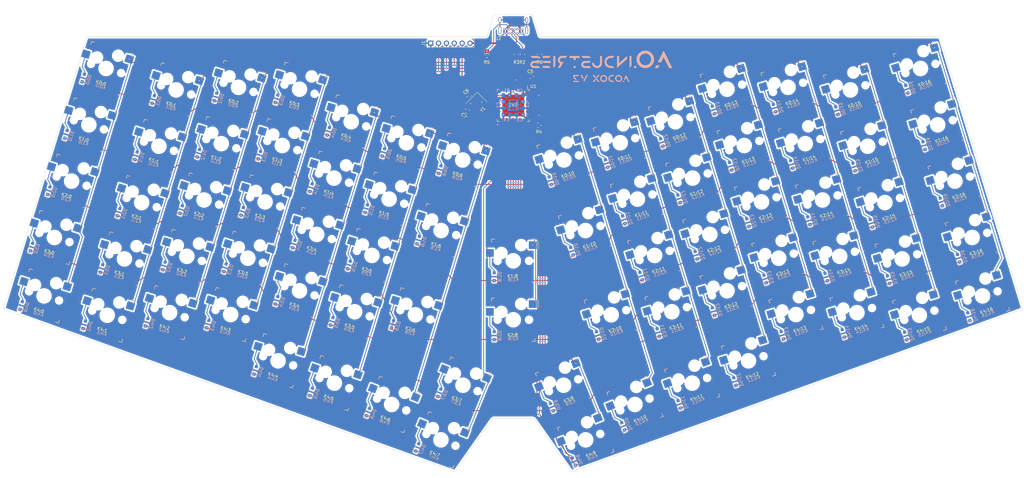
<source format=kicad_pcb>
(kicad_pcb (version 20171130) (host pcbnew "(5.1.5)-3")
  (title_block (title AODox) (date 2019-10-26) (rev v0.2) (company AO.industries) (comment 2 "Author: Peter Adriano DeBiase"))
  (layers (0 F.Cu signal) (31 B.Cu signal) (34 B.Paste user) (35 F.Paste user) (36 B.SilkS user) (37 F.SilkS user) (38 B.Mask user) (39 F.Mask user) (44 Edge.Cuts user))
  (net 0 "")
  (net 1 VCC)
  (net 2 GND)
  (net 3 "Net-(C6-Pad1)")
  (net 4 "Net-(C7-Pad1)")
  (net 5 "Net-(C8-Pad2)")
  (net 6 row0)
  (net 7 "Net-(D0:0-Pad2)")
  (net 8 "Net-(D0:1-Pad2)")
  (net 9 "Net-(D0:2-Pad2)")
  (net 10 "Net-(D0:3-Pad2)")
  (net 11 "Net-(D0:4-Pad2)")
  (net 12 "Net-(D0:5-Pad2)")
  (net 13 "Net-(D0:6-Pad2)")
  (net 14 "Net-(D0:10-Pad2)")
  (net 15 "Net-(D0:11-Pad2)")
  (net 16 "Net-(D0:12-Pad2)")
  (net 17 "Net-(D0:13-Pad2)")
  (net 18 "Net-(D0:14-Pad2)")
  (net 19 "Net-(D0:15-Pad2)")
  (net 20 "Net-(D0:16-Pad2)")
  (net 21 "Net-(D1:0-Pad2)")
  (net 22 row1)
  (net 23 "Net-(D1:1-Pad2)")
  (net 24 "Net-(D1:2-Pad2)")
  (net 25 "Net-(D1:3-Pad2)")
  (net 26 "Net-(D1:4-Pad2)")
  (net 27 "Net-(D1:5-Pad2)")
  (net 28 "Net-(D1:6-Pad2)")
  (net 29 "Net-(D1:8-Pad2)")
  (net 30 "Net-(D1:10-Pad2)")
  (net 31 "Net-(D1:11-Pad2)")
  (net 32 "Net-(D1:12-Pad2)")
  (net 33 "Net-(D1:13-Pad2)")
  (net 34 "Net-(D1:14-Pad2)")
  (net 35 "Net-(D1:15-Pad2)")
  (net 36 "Net-(D1:16-Pad2)")
  (net 37 "Net-(D2:0-Pad2)")
  (net 38 row2)
  (net 39 "Net-(D2:1-Pad2)")
  (net 40 "Net-(D2:2-Pad2)")
  (net 41 "Net-(D2:3-Pad2)")
  (net 42 "Net-(D2:4-Pad2)")
  (net 43 "Net-(D2:5-Pad2)")
  (net 44 "Net-(D2:6-Pad2)")
  (net 45 "Net-(D2:8-Pad2)")
  (net 46 "Net-(D2:10-Pad2)")
  (net 47 "Net-(D2:11-Pad2)")
  (net 48 "Net-(D2:12-Pad2)")
  (net 49 "Net-(D2:13-Pad2)")
  (net 50 "Net-(D2:14-Pad2)")
  (net 51 "Net-(D2:15-Pad2)")
  (net 52 "Net-(D2:16-Pad2)")
  (net 53 row3)
  (net 54 "Net-(D3:0-Pad2)")
  (net 55 "Net-(D3:1-Pad2)")
  (net 56 "Net-(D3:2-Pad2)")
  (net 57 "Net-(D3:3-Pad2)")
  (net 58 "Net-(D3:4-Pad2)")
  (net 59 "Net-(D3:5-Pad2)")
  (net 60 "Net-(D3:7-Pad2)")
  (net 61 "Net-(D3:9-Pad2)")
  (net 62 "Net-(D3:11-Pad2)")
  (net 63 "Net-(D3:12-Pad2)")
  (net 64 "Net-(D3:13-Pad2)")
  (net 65 "Net-(D3:14-Pad2)")
  (net 66 "Net-(D3:15-Pad2)")
  (net 67 "Net-(D3:16-Pad2)")
  (net 68 row4)
  (net 69 "Net-(D4:0-Pad2)")
  (net 70 "Net-(D4:1-Pad2)")
  (net 71 "Net-(D4:2-Pad2)")
  (net 72 "Net-(D4:3-Pad2)")
  (net 73 "Net-(D4:4-Pad2)")
  (net 74 "Net-(D4:5-Pad2)")
  (net 75 "Net-(D4:6-Pad2)")
  (net 76 "Net-(D4:7-Pad2)")
  (net 77 "Net-(D4:9-Pad2)")
  (net 78 "Net-(D4:10-Pad2)")
  (net 79 "Net-(D4:11-Pad2)")
  (net 80 "Net-(D4:12-Pad2)")
  (net 81 "Net-(D4:13-Pad2)")
  (net 82 "Net-(D4:14-Pad2)")
  (net 83 "Net-(D4:15-Pad2)")
  (net 84 "Net-(D4:16-Pad2)")
  (net 85 col3)
  (net 86 col2)
  (net 87 col1)
  (net 88 "Net-(J2-PadA5)")
  (net 89 "Net-(J2-PadA6)")
  (net 90 "Net-(J2-PadA7)")
  (net 91 "Net-(J2-PadA8)")
  (net 92 "Net-(J2-PadB8)")
  (net 93 "Net-(J2-PadB5)")
  (net 94 "Net-(J2-PadS1)")
  (net 95 col0)
  (net 96 col4)
  (net 97 col5)
  (net 98 col6)
  (net 99 col10)
  (net 100 col11)
  (net 101 col12)
  (net 102 col13)
  (net 103 col14)
  (net 104 col15)
  (net 105 col16)
  (net 106 col8)
  (net 107 col7)
  (net 108 col9)
  (net 109 "Net-(R2-Pad2)")
  (net 110 "Net-(R3-Pad2)")
  (net 111 "Net-(R4-Pad1)")
  (net 112 "Net-(U1-Pad12)")
  (net 113 "Net-(U1-Pad42)")
  (net 114 "Net-(J1-Pad5)")
  (net 115 "Net-(U1-Pad18)")
  (net 116 "Net-(U1-Pad32)")
  (module Connector_USB:USB_C_Receptacle_GCT_USB4085 (layer F.Cu) (at 222.992251 68.596 180)
    (fp_text reference J2 (at 7.735 -1.627828 180) (layer F.SilkS))
    (fp_text value "USB C Port")
    (pad S1 thru_hole oval (at 7.3 4.36 180) (size 0.9 1.7) (drill oval 0.6 1.4) (layers *.Cu *.Mask) (net 94 "Net-(J2-PadS1)"))
    (pad S1 thru_hole oval (at -1.35 4.36 180) (size 0.9 1.7) (drill oval 0.6 1.4) (layers *.Cu *.Mask) (net 94 "Net-(J2-PadS1)"))
    (pad S1 thru_hole oval (at 7.3 0.98 180) (size 0.9 2.4) (drill oval 0.6 2.1) (layers *.Cu *.Mask) (net 94 "Net-(J2-PadS1)"))
    (pad S1 thru_hole oval (at -1.35 0.98 180) (size 0.9 2.4) (drill oval 0.6 2.1) (layers *.Cu *.Mask) (net 94 "Net-(J2-PadS1)"))
    (pad B6 thru_hole circle (at 3.4 1.35 180) (size 0.7 0.7) (drill 0.4) (layers *.Cu *.Mask) (net 89 "Net-(J2-PadA6)"))
    (pad B1 thru_hole circle (at 5.95 1.35 180) (size 0.7 0.7) (drill 0.4) (layers *.Cu *.Mask) (net 2 GND))
    (pad B4 thru_hole circle (at 5.1 1.35 180) (size 0.7 0.7) (drill 0.4) (layers *.Cu *.Mask) (net 1 VCC))
    (pad B5 thru_hole circle (at 4.25 1.35 180) (size 0.7 0.7) (drill 0.4) (layers *.Cu *.Mask) (net 93 "Net-(J2-PadB5)"))
    (pad B12 thru_hole circle (at 0 1.35 180) (size 0.7 0.7) (drill 0.4) (layers *.Cu *.Mask) (net 2 GND))
    (pad B8 thru_hole circle (at 1.7 1.35 180) (size 0.7 0.7) (drill 0.4) (layers *.Cu *.Mask) (net 92 "Net-(J2-PadB8)"))
    (pad B7 thru_hole circle (at 2.55 1.35 180) (size 0.7 0.7) (drill 0.4) (layers *.Cu *.Mask) (net 90 "Net-(J2-PadA7)"))
    (pad B9 thru_hole circle (at 0.85 1.35 180) (size 0.7 0.7) (drill 0.4) (layers *.Cu *.Mask) (net 1 VCC))
    (pad A12 thru_hole circle (at 5.95 0 180) (size 0.7 0.7) (drill 0.4) (layers *.Cu *.Mask) (net 2 GND))
    (pad A9 thru_hole circle (at 5.1 0 180) (size 0.7 0.7) (drill 0.4) (layers *.Cu *.Mask) (net 1 VCC))
    (pad A8 thru_hole circle (at 4.25 0 180) (size 0.7 0.7) (drill 0.4) (layers *.Cu *.Mask) (net 91 "Net-(J2-PadA8)"))
    (pad A7 thru_hole circle (at 3.4 0 180) (size 0.7 0.7) (drill 0.4) (layers *.Cu *.Mask) (net 90 "Net-(J2-PadA7)"))
    (pad A6 thru_hole circle (at 2.55 0 180) (size 0.7 0.7) (drill 0.4) (layers *.Cu *.Mask) (net 89 "Net-(J2-PadA6)"))
    (pad A5 thru_hole circle (at 1.7 0 180) (size 0.7 0.7) (drill 0.4) (layers *.Cu *.Mask) (net 88 "Net-(J2-PadA5)"))
    (pad A4 thru_hole circle (at 0.85 0 180) (size 0.7 0.7) (drill 0.4) (layers *.Cu *.Mask) (net 1 VCC))
    (pad A1 thru_hole circle (at 0 0 180) (size 0.7 0.7) (drill 0.4) (layers *.Cu *.Mask) (net 2 GND))
  )
  (module keyboard_parts_AO:Kailh_socket (layer F.Cu) (at 203.698205 109.424569 343)
    (fp_text reference K0:6 (at -0.2 4.9 163) (layer F.SilkS))
    (fp_text value KEYSW)
    (fp_text user %R (at 0 6.08 163) (layer B.SilkS) (effects (justify mirror)))
    (pad 1 smd rect (at 6.29 -5.08 343) (size 2.55 2.5) (layers B.Cu B.Paste B.Mask) (net 98 col6))
    (pad "" np_thru_hole circle (at 2.54 -5.08 343) (size 3 3) (drill 3) (layers *.Cu *.Mask))
    (pad "" np_thru_hole circle (at -3.81 -2.54 343) (size 3 3) (drill 3) (layers *.Cu *.Mask))
    (pad "" np_thru_hole circle (at 0 0 343) (size 3.9878 3.9878) (drill 3.9878) (layers *.Cu *.Mask))
    (pad "" np_thru_hole circle (at 5.08 0 343) (size 1.7018 1.7018) (drill 1.7018) (layers *.Cu *.Mask))
    (pad "" np_thru_hole circle (at -5.08 0 343) (size 1.7018 1.7018) (drill 1.7018) (layers *.Cu *.Mask))
    (pad 2 smd rect (at -7.56 -2.54 343) (size 2.55 2.5) (layers B.Cu B.Paste B.Mask) (net 13 "Net-(D0:6-Pad2)"))
  )
  (module AODox:PCB_edgecuts (layer F.Cu) (at 220.01726 136.164486)
    (fp_text reference GRAPHIC_LOGO2 hide)
    (fp_text value "PCB Edge Cuts" hide)
    (fp_line (start -8.304605 -66.944659) (end -8.304605 -66.944659) (layer Edge.Cuts) (width 0.1))
    (fp_line (start -6.396005 -73.190229) (end -8.304605 -66.944659) (layer Edge.Cuts) (width 0.1))
    (fp_line (start -6.35639 -73.286609) (end -6.396005 -73.190229) (layer Edge.Cuts) (width 0.1))
    (fp_line (start -6.299818 -73.376378) (end -6.35639 -73.286609) (layer Edge.Cuts) (width 0.1))
    (fp_line (start -6.228888 -73.457613) (end -6.299818 -73.376378) (layer Edge.Cuts) (width 0.1))
    (fp_line (start -6.146197 -73.528389) (end -6.228888 -73.457613) (layer Edge.Cuts) (width 0.1))
    (fp_line (start -6.054344 -73.586786) (end -6.146197 -73.528389) (layer Edge.Cuts) (width 0.1))
    (fp_line (start -5.955927 -73.630878) (end -6.054344 -73.586786) (layer Edge.Cuts) (width 0.1))
    (fp_line (start -5.853545 -73.658744) (end -5.955927 -73.630878) (layer Edge.Cuts) (width 0.1))
    (fp_line (start -5.749795 -73.66846) (end -5.853545 -73.658744) (layer Edge.Cuts) (width 0.1))
    (fp_line (start 5.750095 -73.66836) (end -5.749795 -73.66846) (layer Edge.Cuts) (width 0.1))
    (fp_line (start 5.853842 -73.658644) (end 5.750095 -73.66836) (layer Edge.Cuts) (width 0.1))
    (fp_line (start 5.956221 -73.630778) (end 5.853842 -73.658644) (layer Edge.Cuts) (width 0.1))
    (fp_line (start 6.054636 -73.586685) (end 5.956221 -73.630778) (layer Edge.Cuts) (width 0.1))
    (fp_line (start 6.146486 -73.528288) (end 6.054636 -73.586685) (layer Edge.Cuts) (width 0.1))
    (fp_line (start 6.229174 -73.45751) (end 6.146486 -73.528288) (layer Edge.Cuts) (width 0.1))
    (fp_line (start 6.3001 -73.376274) (end 6.229174 -73.45751) (layer Edge.Cuts) (width 0.1))
    (fp_line (start 6.356667 -73.286503) (end 6.3001 -73.376274) (layer Edge.Cuts) (width 0.1))
    (fp_line (start 6.396275 -73.190119) (end 6.356667 -73.286503) (layer Edge.Cuts) (width 0.1))
    (fp_line (start 8.303905 -66.946519) (end 6.396275 -73.190119) (layer Edge.Cuts) (width 0.1))
    (fp_line (start 8.343513 -66.850135) (end 8.303905 -66.946519) (layer Edge.Cuts) (width 0.1))
    (fp_line (start 8.400078 -66.760364) (end 8.343513 -66.850135) (layer Edge.Cuts) (width 0.1))
    (fp_line (start 8.471003 -66.679128) (end 8.400078 -66.760364) (layer Edge.Cuts) (width 0.1))
    (fp_line (start 8.55369 -66.60835) (end 8.471003 -66.679128) (layer Edge.Cuts) (width 0.1))
    (fp_line (start 8.64554 -66.549953) (end 8.55369 -66.60835) (layer Edge.Cuts) (width 0.1))
    (fp_line (start 8.743954 -66.505861) (end 8.64554 -66.549953) (layer Edge.Cuts) (width 0.1))
    (fp_line (start 8.846336 -66.477995) (end 8.743954 -66.505861) (layer Edge.Cuts) (width 0.1))
    (fp_line (start 8.950085 -66.468279) (end 8.846336 -66.477995) (layer Edge.Cuts) (width 0.1))
    (fp_line (start 137.049705 -66.469129) (end 8.950085 -66.468279) (layer Edge.Cuts) (width 0.1))
    (fp_line (start 137.153451 -66.459414) (end 137.049705 -66.469129) (layer Edge.Cuts) (width 0.1))
    (fp_line (start 137.255831 -66.431549) (end 137.153451 -66.459414) (layer Edge.Cuts) (width 0.1))
    (fp_line (start 137.354248 -66.387459) (end 137.255831 -66.431549) (layer Edge.Cuts) (width 0.1))
    (fp_line (start 137.446104 -66.329065) (end 137.354248 -66.387459) (layer Edge.Cuts) (width 0.1))
    (fp_line (start 137.528802 -66.258292) (end 137.446104 -66.329065) (layer Edge.Cuts) (width 0.1))
    (fp_line (start 137.599744 -66.177061) (end 137.528802 -66.258292) (layer Edge.Cuts) (width 0.1))
    (fp_line (start 137.656334 -66.087296) (end 137.599744 -66.177061) (layer Edge.Cuts) (width 0.1))
    (fp_line (start 137.695975 -65.990919) (end 137.656334 -66.087296) (layer Edge.Cuts) (width 0.1))
    (fp_line (start 164.240295 20.826865) (end 137.695975 -65.990919) (layer Edge.Cuts) (width 0.1))
    (fp_line (start 164.260204 20.926685) (end 164.240295 20.826865) (layer Edge.Cuts) (width 0.1))
    (fp_line (start 164.260239 21.026331) (end 164.260204 20.926685) (layer Edge.Cuts) (width 0.1))
    (fp_line (start 164.241703 21.123198) (end 164.260239 21.026331) (layer Edge.Cuts) (width 0.1))
    (fp_line (start 164.2059 21.214683) (end 164.241703 21.123198) (layer Edge.Cuts) (width 0.1))
    (fp_line (start 164.154133 21.298179) (end 164.2059 21.214683) (layer Edge.Cuts) (width 0.1))
    (fp_line (start 164.087706 21.371084) (end 164.154133 21.298179) (layer Edge.Cuts) (width 0.1))
    (fp_line (start 164.007922 21.430792) (end 164.087706 21.371084) (layer Edge.Cuts) (width 0.1))
    (fp_line (start 163.916085 21.474698) (end 164.007922 21.430792) (layer Edge.Cuts) (width 0.1))
    (fp_line (start 19.269675 73.633638) (end 163.916085 21.474698) (layer Edge.Cuts) (width 0.1))
    (fp_line (start 19.169018 73.659522) (end 19.269675 73.633638) (layer Edge.Cuts) (width 0.1))
    (fp_line (start 19.063931 73.667547) (end 19.169018 73.659522) (layer Edge.Cuts) (width 0.1))
    (fp_line (start 18.957464 73.658676) (end 19.063931 73.667547) (layer Edge.Cuts) (width 0.1))
    (fp_line (start 18.852667 73.633869) (end 18.957464 73.658676) (layer Edge.Cuts) (width 0.1))
    (fp_line (start 18.752591 73.594089) (end 18.852667 73.633869) (layer Edge.Cuts) (width 0.1))
    (fp_line (start 18.660285 73.540298) (end 18.752591 73.594089) (layer Edge.Cuts) (width 0.1))
    (fp_line (start 18.5788 73.473457) (end 18.660285 73.540298) (layer Edge.Cuts) (width 0.1))
    (fp_line (start 18.511185 73.394528) (end 18.5788 73.473457) (layer Edge.Cuts) (width 0.1))
    (fp_line (start 6.908015 56.931218) (end 18.511185 73.394528) (layer Edge.Cuts) (width 0.1))
    (fp_line (start 6.839795 56.848842) (end 6.908015 56.931218) (layer Edge.Cuts) (width 0.1))
    (fp_line (start 6.75658 56.772117) (end 6.839795 56.848842) (layer Edge.Cuts) (width 0.1))
    (fp_line (start 6.557842 56.64219) (end 6.75658 56.772117) (layer Edge.Cuts) (width 0.1))
    (fp_line (start 6.337156 56.554591) (end 6.557842 56.64219) (layer Edge.Cuts) (width 0.1))
    (fp_line (start 6.226505 56.530773) (end 6.337156 56.554591) (layer Edge.Cuts) (width 0.1))
    (fp_line (start 6.119875 56.522468) (end 6.226505 56.530773) (layer Edge.Cuts) (width 0.1))
    (fp_line (start -6.120005 56.522468) (end 6.119875 56.522468) (layer Edge.Cuts) (width 0.1))
    (fp_line (start -6.226638 56.530773) (end -6.120005 56.522468) (layer Edge.Cuts) (width 0.1))
    (fp_line (start -6.337292 56.554591) (end -6.226638 56.530773) (layer Edge.Cuts) (width 0.1))
    (fp_line (start -6.55798 56.64219) (end -6.337292 56.554591) (layer Edge.Cuts) (width 0.1))
    (fp_line (start -6.756715 56.772117) (end -6.55798 56.64219) (layer Edge.Cuts) (width 0.1))
    (fp_line (start -6.839928 56.848842) (end -6.756715 56.772117) (layer Edge.Cuts) (width 0.1))
    (fp_line (start -6.908145 56.931218) (end -6.839928 56.848842) (layer Edge.Cuts) (width 0.1))
    (fp_line (start -18.511394 73.394528) (end -6.908145 56.931218) (layer Edge.Cuts) (width 0.1))
    (fp_line (start -18.579009 73.473449) (end -18.511394 73.394528) (layer Edge.Cuts) (width 0.1))
    (fp_line (start -18.660494 73.540287) (end -18.579009 73.473449) (layer Edge.Cuts) (width 0.1))
    (fp_line (start -18.752801 73.594079) (end -18.660494 73.540287) (layer Edge.Cuts) (width 0.1))
    (fp_line (start -18.852878 73.633862) (end -18.752801 73.594079) (layer Edge.Cuts) (width 0.1))
    (fp_line (start -18.957676 73.658672) (end -18.852878 73.633862) (layer Edge.Cuts) (width 0.1))
    (fp_line (start -19.064144 73.667547) (end -18.957676 73.658672) (layer Edge.Cuts) (width 0.1))
    (fp_line (start -19.169234 73.659524) (end -19.064144 73.667547) (layer Edge.Cuts) (width 0.1))
    (fp_line (start -19.269894 73.633638) (end -19.169234 73.659524) (layer Edge.Cuts) (width 0.1))
    (fp_line (start -163.916135 21.474708) (end -19.269894 73.633638) (layer Edge.Cuts) (width 0.1))
    (fp_line (start -164.007966 21.430807) (end -163.916135 21.474708) (layer Edge.Cuts) (width 0.1))
    (fp_line (start -164.087743 21.371102) (end -164.007966 21.430807) (layer Edge.Cuts) (width 0.1))
    (fp_line (start -164.154162 21.298198) (end -164.087743 21.371102) (layer Edge.Cuts) (width 0.1))
    (fp_line (start -164.205923 21.214699) (end -164.154162 21.298198) (layer Edge.Cuts) (width 0.1))
    (fp_line (start -164.241722 21.123211) (end -164.205923 21.214699) (layer Edge.Cuts) (width 0.1))
    (fp_line (start -164.260258 21.026339) (end -164.241722 21.123211) (layer Edge.Cuts) (width 0.1))
    (fp_line (start -164.26023 20.926689) (end -164.260258 21.026339) (layer Edge.Cuts) (width 0.1))
    (fp_line (start -164.240335 20.826865) (end -164.26023 20.926689) (layer Edge.Cuts) (width 0.1))
    (fp_line (start -137.696045 -65.991239) (end -164.240335 20.826865) (layer Edge.Cuts) (width 0.1))
    (fp_line (start -137.656419 -66.087615) (end -137.696045 -65.991239) (layer Edge.Cuts) (width 0.1))
    (fp_line (start -137.599837 -66.177379) (end -137.656419 -66.087615) (layer Edge.Cuts) (width 0.1))
    (fp_line (start -137.528896 -66.258608) (end -137.599837 -66.177379) (layer Edge.Cuts) (width 0.1))
    (fp_line (start -137.446196 -66.32938) (end -137.528896 -66.258608) (layer Edge.Cuts) (width 0.1))
    (fp_line (start -137.354336 -66.387772) (end -137.446196 -66.32938) (layer Edge.Cuts) (width 0.1))
    (fp_line (start -137.255913 -66.431861) (end -137.354336 -66.387772) (layer Edge.Cuts) (width 0.1))
    (fp_line (start -137.153526 -66.459724) (end -137.255913 -66.431861) (layer Edge.Cuts) (width 0.1))
    (fp_line (start -137.049775 -66.469439) (end -137.153526 -66.459724) (layer Edge.Cuts) (width 0.1))
    (fp_line (start -8.950805 -66.466439) (end -137.049775 -66.469439) (layer Edge.Cuts) (width 0.1))
    (fp_line (start -8.847057 -66.476152) (end -8.950805 -66.466439) (layer Edge.Cuts) (width 0.1))
    (fp_line (start -8.744675 -66.504015) (end -8.847057 -66.476152) (layer Edge.Cuts) (width 0.1))
    (fp_line (start -8.646258 -66.548105) (end -8.744675 -66.504015) (layer Edge.Cuts) (width 0.1))
    (fp_line (start -8.554403 -66.6065) (end -8.646258 -66.548105) (layer Edge.Cuts) (width 0.1))
    (fp_line (start -8.471712 -66.677276) (end -8.554403 -66.6065) (layer Edge.Cuts) (width 0.1))
    (fp_line (start -8.400782 -66.75851) (end -8.471712 -66.677276) (layer Edge.Cuts) (width 0.1))
    (fp_line (start -8.344214 -66.848279) (end -8.400782 -66.75851) (layer Edge.Cuts) (width 0.1))
    (fp_line (start -8.304605 -66.944659) (end -8.344214 -66.848279) (layer Edge.Cuts) (width 0.1))
  )
  (module Diode_SMD:D_SOD-323_HandSoldering (layer B.Cu) (at 124.018844 89.066113 73)
    (fp_text reference D0:2 (at 0 1.85 73) (layer B.SilkS) (effects (justify mirror)))
    (fp_text value D_Small_ALT)
    (pad 2 smd rect (at 1.25 0 73) (size 1 1) (layers B.Cu B.Paste B.Mask) (net 9 "Net-(D0:2-Pad2)"))
    (pad 1 smd rect (at -1.25 0 73) (size 1 1) (layers B.Cu B.Paste B.Mask) (net 6 row0))
  )
  (module Capacitor_SMD:C_0805_2012Metric_Pad1.15x1.40mm_HandSolder (layer F.Cu) (at 205.342267 93.791 135)
    (fp_text reference C7 (at -0.05 -1.8 135) (layer F.SilkS))
    (fp_text value 22p)
    (pad 1 smd roundrect (at -1.025 0 135) (size 1.15 1.4) (layers F.Cu F.Paste F.Mask) (roundrect_rratio 0.217391) (net 4 "Net-(C7-Pad1)"))
    (pad 2 smd roundrect (at 1.025 0 135) (size 1.15 1.4) (layers F.Cu F.Paste F.Mask) (roundrect_rratio 0.217391) (net 2 GND))
  )
  (module Capacitor_SMD:C_0805_2012Metric_Pad1.15x1.40mm_HandSolder (layer B.Cu) (at 222.137268 88.552815 180)
    (fp_text reference C8 (at 0.015 1.46) (layer B.SilkS) (effects (justify mirror)))
    (fp_text value 1u)
    (pad 2 smd roundrect (at 1.025 0 180) (size 1.15 1.4) (layers B.Cu B.Paste B.Mask) (roundrect_rratio 0.217391) (net 5 "Net-(C8-Pad2)"))
    (pad 1 smd roundrect (at -1.025 0 180) (size 1.15 1.4) (layers B.Cu B.Paste B.Mask) (roundrect_rratio 0.217391) (net 2 GND))
  )
  (module PCB_logos:AODox_PCB_logo_Anurati (layer B.Cu) (at 248.417854 79.202816 180)
    (fp_text reference GRAPHIC_LOGO1 hide)
    (fp_text value Logo hide)
  )
  (module Capacitor_SMD:C_0805_2012Metric_Pad1.15x1.40mm_HandSolder (layer B.Cu) (at 217.837266 94.842816)
    (fp_text reference C4 (at 0 1.65 180) (layer B.SilkS) (effects (justify mirror)))
    (fp_text value 0.1u)
    (pad 2 smd roundrect (at 1.025 0) (size 1.15 1.4) (layers B.Cu B.Paste B.Mask) (roundrect_rratio 0.217391) (net 2 GND))
    (pad 1 smd roundrect (at -1.025 0) (size 1.15 1.4) (layers B.Cu B.Paste B.Mask) (roundrect_rratio 0.217391) (net 1 VCC))
  )
  (module Capacitor_SMD:C_0805_2012Metric_Pad1.15x1.40mm_HandSolder (layer F.Cu) (at 225.555416 82.431633)
    (fp_text reference C5 (at -0.06 -1.57 180) (layer F.SilkS))
    (fp_text value 4.7u)
    (pad 2 smd roundrect (at 1.025 0) (size 1.15 1.4) (layers F.Cu F.Paste F.Mask) (roundrect_rratio 0.217391) (net 2 GND))
    (pad 1 smd roundrect (at -1.025 0) (size 1.15 1.4) (layers F.Cu F.Paste F.Mask) (roundrect_rratio 0.217391) (net 1 VCC))
  )
  (module Diode_SMD:D_SOD-323_HandSoldering (layer B.Cu) (at 103.89641 89.896725 73)
    (fp_text reference D0:1 (at 0 1.85 73) (layer B.SilkS) (effects (justify mirror)))
    (fp_text value D_Small_ALT)
    (pad 2 smd rect (at 1.25 0 73) (size 1 1) (layers B.Cu B.Paste B.Mask) (net 8 "Net-(D0:1-Pad2)"))
    (pad 1 smd rect (at -1.25 0 73) (size 1 1) (layers B.Cu B.Paste B.Mask) (net 6 row0))
  )
  (module Capacitor_SMD:C_0805_2012Metric_Pad1.15x1.40mm_HandSolder (layer B.Cu) (at 223.037267 91.676 270)
    (fp_text reference C1 (at -0.043184 -1.520586 270) (layer B.SilkS) (effects (justify mirror)))
    (fp_text value 0.1u)
    (pad 2 smd roundrect (at 1.025 0 270) (size 1.15 1.4) (layers B.Cu B.Paste B.Mask) (roundrect_rratio 0.217391) (net 2 GND))
    (pad 1 smd roundrect (at -1.025 0 270) (size 1.15 1.4) (layers B.Cu B.Paste B.Mask) (roundrect_rratio 0.217391) (net 1 VCC))
  )
  (module Capacitor_SMD:C_0805_2012Metric_Pad1.15x1.40mm_HandSolder (layer B.Cu) (at 216.937266 91.675999 270)
    (fp_text reference C2 (at -0.013183 1.639413 90) (layer B.SilkS) (effects (justify mirror)))
    (fp_text value 0.1u)
    (pad 2 smd roundrect (at 1.025 0 270) (size 1.15 1.4) (layers B.Cu B.Paste B.Mask) (roundrect_rratio 0.217391) (net 2 GND))
    (pad 1 smd roundrect (at -1.025 0 270) (size 1.15 1.4) (layers B.Cu B.Paste B.Mask) (roundrect_rratio 0.217391) (net 1 VCC))
  )
  (module Diode_SMD:D_SOD-323_HandSoldering (layer B.Cu) (at 81.303669 82.989421 73)
    (fp_text reference D0:0 (at 0 1.85 253) (layer B.SilkS) (effects (justify mirror)))
    (fp_text value D_Small_ALT)
    (pad 2 smd rect (at 1.25 0 73) (size 1 1) (layers B.Cu B.Paste B.Mask) (net 7 "Net-(D0:0-Pad2)"))
    (pad 1 smd rect (at -1.25 0 73) (size 1 1) (layers B.Cu B.Paste B.Mask) (net 6 row0))
  )
  (module Capacitor_SMD:C_0805_2012Metric_Pad1.15x1.40mm_HandSolder (layer F.Cu) (at 205.87225 88.348829 225)
    (fp_text reference C6 (at 0.05 1.5 45) (layer F.SilkS))
    (fp_text value 22p)
    (pad 1 smd roundrect (at -1.025 0 225) (size 1.15 1.4) (layers F.Cu F.Paste F.Mask) (roundrect_rratio 0.217391) (net 3 "Net-(C6-Pad1)"))
    (pad 2 smd roundrect (at 1.025 0 225) (size 1.15 1.4) (layers F.Cu F.Paste F.Mask) (roundrect_rratio 0.217391) (net 2 GND))
  )
  (module Capacitor_SMD:C_0805_2012Metric_Pad1.15x1.40mm_HandSolder (layer B.Cu) (at 222.137268 94.842815 180)
    (fp_text reference C3 (at 0.02 -1.66 180) (layer B.SilkS) (effects (justify mirror)))
    (fp_text value 0.1u)
    (pad 2 smd roundrect (at 1.025 0 180) (size 1.15 1.4) (layers B.Cu B.Paste B.Mask) (roundrect_rratio 0.217391) (net 2 GND))
    (pad 1 smd roundrect (at -1.025 0 180) (size 1.15 1.4) (layers B.Cu B.Paste B.Mask) (roundrect_rratio 0.217391) (net 1 VCC))
  )
  (module Diode_SMD:D_SOD-323_HandSoldering (layer B.Cu) (at 173.173818 190.708121 68)
    (fp_text reference D4:6 (at 0 1.85 68) (layer B.SilkS) (effects (justify mirror)))
    (fp_text value D_Small_ALT)
    (pad 2 smd rect (at 1.25 0 68) (size 1 1) (layers B.Cu B.Paste B.Mask) (net 75 "Net-(D4:6-Pad2)"))
    (pad 1 smd rect (at -1.25 0 68) (size 1 1) (layers B.Cu B.Paste B.Mask) (net 68 row4))
  )
  (module Diode_SMD:D_SOD-323_HandSoldering (layer B.Cu) (at 291.485967 180.874493 107)
    (fp_text reference D4:12 (at 0 1.85 107) (layer B.SilkS) (effects (justify mirror)))
    (fp_text value D_Small_ALT)
    (pad 2 smd rect (at 1.25 0 107) (size 1 1) (layers B.Cu B.Paste B.Mask) (net 80 "Net-(D4:12-Pad2)"))
    (pad 1 smd rect (at -1.25 0 107) (size 1 1) (layers B.Cu B.Paste B.Mask) (net 68 row4))
  )
  (module Diode_SMD:D_SOD-323_HandSoldering (layer B.Cu) (at 255.456305 195.315817 112)
    (fp_text reference D4:10 (at 0 1.85 112) (layer B.SilkS) (effects (justify mirror)))
    (fp_text value D_Small_ALT)
    (pad 2 smd rect (at 1.25 0 112) (size 1 1) (layers B.Cu B.Paste B.Mask) (net 78 "Net-(D4:10-Pad2)"))
    (pad 1 smd rect (at -1.25 0 112) (size 1 1) (layers B.Cu B.Paste B.Mask) (net 68 row4))
  )
  (module Diode_SMD:D_SOD-323_HandSoldering (layer B.Cu) (at 366.97707 159.940882 107)
    (fp_text reference D4:16 (at 0 1.85 107) (layer B.SilkS) (effects (justify mirror)))
    (fp_text value D_Small_ALT)
    (pad 2 smd rect (at 1.25 0 107) (size 1 1) (layers B.Cu B.Paste B.Mask) (net 84 "Net-(D4:16-Pad2)"))
    (pad 1 smd rect (at -1.25 0 107) (size 1 1) (layers B.Cu B.Paste B.Mask) (net 68 row4))
  )
  (module Diode_SMD:D_SOD-323_HandSoldering (layer B.Cu) (at 326.47332 165.341483 107)
    (fp_text reference D4:14 (at 0 1.85 107) (layer B.SilkS) (effects (justify mirror)))
    (fp_text value D_Small_ALT)
    (pad 2 smd rect (at 1.25 0 107) (size 1 1) (layers B.Cu B.Paste B.Mask) (net 82 "Net-(D4:14-Pad2)"))
    (pad 1 smd rect (at -1.25 0 107) (size 1 1) (layers B.Cu B.Paste B.Mask) (net 68 row4))
  )
  (module Diode_SMD:D_SOD-323_HandSoldering (layer B.Cu) (at 101.798569 161.745302 73)
    (fp_text reference D4:2 (at 0 1.85 73) (layer B.SilkS) (effects (justify mirror)))
    (fp_text value D_Small_ALT)
    (pad 2 smd rect (at 1.25 0 73) (size 1 1) (layers B.Cu B.Paste B.Mask) (net 71 "Net-(D4:2-Pad2)"))
    (pad 1 smd rect (at -1.25 0 73) (size 1 1) (layers B.Cu B.Paste B.Mask) (net 68 row4))
  )
  (module Diode_SMD:D_SOD-323_HandSoldering (layer B.Cu) (at 61.294851 156.344689 73)
    (fp_text reference D4:0 (at 0 1.85 73) (layer B.SilkS) (effects (justify mirror)))
    (fp_text value D_Small_ALT)
    (pad 2 smd rect (at 1.25 0 73) (size 1 1) (layers B.Cu B.Paste B.Mask) (net 69 "Net-(D4:0-Pad2)"))
    (pad 1 smd rect (at -1.25 0 73) (size 1 1) (layers B.Cu B.Paste B.Mask) (net 68 row4))
  )
  (module Diode_SMD:D_SOD-323_HandSoldering (layer B.Cu) (at 81.676137 162.575878 73)
    (fp_text reference D4:1 (at 0 1.85 73) (layer B.SilkS) (effects (justify mirror)))
    (fp_text value D_Small_ALT)
    (pad 2 smd rect (at 1.25 0 73) (size 1 1) (layers B.Cu B.Paste B.Mask) (net 70 "Net-(D4:1-Pad2)"))
    (pad 1 smd rect (at -1.25 0 73) (size 1 1) (layers B.Cu B.Paste B.Mask) (net 68 row4))
  )
  (module Diode_SMD:D_SOD-323_HandSoldering (layer B.Cu) (at 189.057748 202.113868 68)
    (fp_text reference D4:7 (at 0 1.85 68) (layer B.SilkS) (effects (justify mirror)))
    (fp_text value D_Small_ALT)
    (pad 2 smd rect (at 1.25 0 68) (size 1 1) (layers B.Cu B.Paste B.Mask) (net 76 "Net-(D4:7-Pad2)"))
    (pad 1 smd rect (at -1.25 0 68) (size 1 1) (layers B.Cu B.Paste B.Mask) (net 68 row4))
  )
  (module Diode_SMD:D_SOD-323_HandSoldering (layer B.Cu) (at 363.633448 141.094971 107)
    (fp_text reference D3:16 (at 0 1.85 107) (layer B.SilkS) (effects (justify mirror)))
    (fp_text value D_Small_ALT)
    (pad 2 smd rect (at 1.25 0 107) (size 1 1) (layers B.Cu B.Paste B.Mask) (net 67 "Net-(D3:16-Pad2)"))
    (pad 1 smd rect (at -1.25 0 107) (size 1 1) (layers B.Cu B.Paste B.Mask) (net 53 row3))
  )
  (module Diode_SMD:D_SOD-323_HandSoldering (layer B.Cu) (at 306.790531 165.947658 107)
    (fp_text reference D4:13 (at 0 1.85 107) (layer B.SilkS) (effects (justify mirror)))
    (fp_text value D_Small_ALT)
    (pad 2 smd rect (at 1.25 0 107) (size 1 1) (layers B.Cu B.Paste B.Mask) (net 81 "Net-(D4:13-Pad2)"))
    (pad 1 smd rect (at -1.25 0 107) (size 1 1) (layers B.Cu B.Paste B.Mask) (net 68 row4))
  )
  (module Diode_SMD:D_SOD-323_HandSoldering (layer B.Cu) (at 346.595783 166.172066 107)
    (fp_text reference D4:15 (at 0 1.85 107) (layer B.SilkS) (effects (justify mirror)))
    (fp_text value D_Small_ALT)
    (pad 2 smd rect (at 1.25 0 107) (size 1 1) (layers B.Cu B.Paste B.Mask) (net 83 "Net-(D4:15-Pad2)"))
    (pad 1 smd rect (at -1.25 0 107) (size 1 1) (layers B.Cu B.Paste B.Mask) (net 68 row4))
  )
  (module Connector_PinHeader_2.54mm:PinHeader_1x06_P2.54mm_Vertical (layer F.Cu) (at 193.367368 71.751324 90)
    (fp_text reference J1 (at 0 -2.33 90) (layer F.SilkS))
    (fp_text value "MCU Prog")
    (pad 1 thru_hole rect (at 0 0 90) (size 1.7 1.7) (drill 1) (layers *.Cu *.Mask) (net 2 GND))
    (pad 2 thru_hole oval (at 0 2.54 90) (size 1.7 1.7) (drill 1) (layers *.Cu *.Mask) (net 85 col3))
    (pad 3 thru_hole oval (at 0 5.08 90) (size 1.7 1.7) (drill 1) (layers *.Cu *.Mask) (net 86 col2))
    (pad 4 thru_hole oval (at 0 7.62 90) (size 1.7 1.7) (drill 1) (layers *.Cu *.Mask) (net 87 col1))
    (pad 5 thru_hole oval (at 0 10.16 90) (size 1.7 1.7) (drill 1) (layers *.Cu *.Mask) (net 114 "Net-(J1-Pad5)"))
    (pad 6 thru_hole oval (at 0 12.7 90) (size 1.7 1.7) (drill 1) (layers *.Cu *.Mask) (net 1 VCC))
  )
  (module Diode_SMD:D_SOD-323_HandSoldering (layer B.Cu) (at 273.569141 188.213985 109)
    (fp_text reference D4:11 (at 0 1.85 109) (layer B.SilkS) (effects (justify mirror)))
    (fp_text value D_Small_ALT)
    (pad 2 smd rect (at 1.25 0 109) (size 1 1) (layers B.Cu B.Paste B.Mask) (net 79 "Net-(D4:11-Pad2)"))
    (pad 1 smd rect (at -1.25 0 109) (size 1 1) (layers B.Cu B.Paste B.Mask) (net 68 row4))
  )
  (module Diode_SMD:D_SOD-323_HandSoldering (layer B.Cu) (at 136.785966 177.278316 73)
    (fp_text reference D4:4 (at 0 1.85 73) (layer B.SilkS) (effects (justify mirror)))
    (fp_text value D_Small_ALT)
    (pad 2 smd rect (at 1.25 0 73) (size 1 1) (layers B.Cu B.Paste B.Mask) (net 73 "Net-(D4:4-Pad2)"))
    (pad 1 smd rect (at -1.25 0 73) (size 1 1) (layers B.Cu B.Paste B.Mask) (net 68 row4))
  )
  (module Diode_SMD:D_SOD-323_HandSoldering (layer B.Cu) (at 239.572361 206.721555 112)
    (fp_text reference D4:9 (at 0 1.85 112) (layer B.SilkS) (effects (justify mirror)))
    (fp_text value D_Small_ALT)
    (pad 2 smd rect (at 1.25 0 112) (size 1 1) (layers B.Cu B.Paste B.Mask) (net 77 "Net-(D4:9-Pad2)"))
    (pad 1 smd rect (at -1.25 0 112) (size 1 1) (layers B.Cu B.Paste B.Mask) (net 68 row4))
  )
  (module Diode_SMD:D_SOD-323_HandSoldering (layer B.Cu) (at 121.481397 162.351473 73)
    (fp_text reference D4:3 (at 0 1.85 73) (layer B.SilkS) (effects (justify mirror)))
    (fp_text value D_Small_ALT)
    (pad 2 smd rect (at 1.25 0 73) (size 1 1) (layers B.Cu B.Paste B.Mask) (net 72 "Net-(D4:3-Pad2)"))
    (pad 1 smd rect (at -1.25 0 73) (size 1 1) (layers B.Cu B.Paste B.Mask) (net 68 row4))
  )
  (module Diode_SMD:D_SOD-323_HandSoldering (layer B.Cu) (at 154.835465 184.209483 71)
    (fp_text reference D4:5 (at 0 1.85 71) (layer B.SilkS) (effects (justify mirror)))
    (fp_text value D_Small_ALT)
    (pad 2 smd rect (at 1.25 0 71) (size 1 1) (layers B.Cu B.Paste B.Mask) (net 74 "Net-(D4:5-Pad2)"))
    (pad 1 smd rect (at -1.25 0 71) (size 1 1) (layers B.Cu B.Paste B.Mask) (net 68 row4))
  )
  (module keyboard_parts_AO:Kailh_socket (layer F.Cu) (at 167.730739 97.0975 343)
    (fp_text reference K0:4 (at -0.2 4.9 163) (layer F.SilkS))
    (fp_text value KEYSW)
    (fp_text user %R (at 0 6.08 163) (layer B.SilkS) (effects (justify mirror)))
    (pad 1 smd rect (at 6.29 -5.08 343) (size 2.55 2.5) (layers B.Cu B.Paste B.Mask) (net 96 col4))
    (pad "" np_thru_hole circle (at 2.54 -5.08 343) (size 3 3) (drill 3) (layers *.Cu *.Mask))
    (pad "" np_thru_hole circle (at -3.81 -2.54 343) (size 3 3) (drill 3) (layers *.Cu *.Mask))
    (pad "" np_thru_hole circle (at 0 0 343) (size 3.9878 3.9878) (drill 3.9878) (layers *.Cu *.Mask))
    (pad "" np_thru_hole circle (at 5.08 0 343) (size 1.7018 1.7018) (drill 1.7018) (layers *.Cu *.Mask))
    (pad "" np_thru_hole circle (at -5.08 0 343) (size 1.7018 1.7018) (drill 1.7018) (layers *.Cu *.Mask))
    (pad 2 smd rect (at -7.56 -2.54 343) (size 2.55 2.5) (layers B.Cu B.Paste B.Mask) (net 11 "Net-(D0:4-Pad2)"))
  )
  (module keyboard_parts_AO:Kailh_socket (layer F.Cu) (at 288.960574 86.593549 17)
    (fp_text reference K0:13 (at -0.2 4.9 17) (layer F.SilkS))
    (fp_text value KEYSW)
    (fp_text user %R (at 0 6.08 17) (layer B.SilkS) (effects (justify mirror)))
    (pad 1 smd rect (at 6.29 -5.08 17) (size 2.55 2.5) (layers B.Cu B.Paste B.Mask) (net 102 col13))
    (pad "" np_thru_hole circle (at 2.54 -5.08 17) (size 3 3) (drill 3) (layers *.Cu *.Mask))
    (pad "" np_thru_hole circle (at -3.81 -2.54 17) (size 3 3) (drill 3) (layers *.Cu *.Mask))
    (pad "" np_thru_hole circle (at 0 0 17) (size 3.9878 3.9878) (drill 3.9878) (layers *.Cu *.Mask))
    (pad "" np_thru_hole circle (at 5.08 0 17) (size 1.7018 1.7018) (drill 1.7018) (layers *.Cu *.Mask))
    (pad "" np_thru_hole circle (at -5.08 0 17) (size 1.7018 1.7018) (drill 1.7018) (layers *.Cu *.Mask))
    (pad 2 smd rect (at -7.56 -2.54 17) (size 2.55 2.5) (layers B.Cu B.Paste B.Mask) (net 17 "Net-(D0:13-Pad2)"))
  )
  (module keyboard_parts_AO:Kailh_socket (layer F.Cu) (at 308.643425 85.987385 17)
    (fp_text reference K0:14 (at -0.2 4.9 17) (layer F.SilkS))
    (fp_text value KEYSW)
    (fp_text user %R (at 0 6.08 17) (layer B.SilkS) (effects (justify mirror)))
    (pad 1 smd rect (at 6.29 -5.08 17) (size 2.55 2.5) (layers B.Cu B.Paste B.Mask) (net 103 col14))
    (pad "" np_thru_hole circle (at 2.54 -5.08 17) (size 3 3) (drill 3) (layers *.Cu *.Mask))
    (pad "" np_thru_hole circle (at -3.81 -2.54 17) (size 3 3) (drill 3) (layers *.Cu *.Mask))
    (pad "" np_thru_hole circle (at 0 0 17) (size 3.9878 3.9878) (drill 3.9878) (layers *.Cu *.Mask))
    (pad "" np_thru_hole circle (at 5.08 0 17) (size 1.7018 1.7018) (drill 1.7018) (layers *.Cu *.Mask))
    (pad "" np_thru_hole circle (at -5.08 0 17) (size 1.7018 1.7018) (drill 1.7018) (layers *.Cu *.Mask))
    (pad 2 smd rect (at -7.56 -2.54 17) (size 2.55 2.5) (layers B.Cu B.Paste B.Mask) (net 18 "Net-(D0:14-Pad2)"))
  )
  (module keyboard_parts_AO:Kailh_socket (layer F.Cu) (at 236.336341 109.424556 17)
    (fp_text reference K0:10 (at -0.2 4.9 17) (layer F.SilkS))
    (fp_text value KEYSW)
    (fp_text user %R (at 0 6.08 17) (layer B.SilkS) (effects (justify mirror)))
    (pad 1 smd rect (at 6.29 -5.08 17) (size 2.55 2.5) (layers B.Cu B.Paste B.Mask) (net 99 col10))
    (pad "" np_thru_hole circle (at 2.54 -5.08 17) (size 3 3) (drill 3) (layers *.Cu *.Mask))
    (pad "" np_thru_hole circle (at -3.81 -2.54 17) (size 3 3) (drill 3) (layers *.Cu *.Mask))
    (pad "" np_thru_hole circle (at 0 0 17) (size 3.9878 3.9878) (drill 3.9878) (layers *.Cu *.Mask))
    (pad "" np_thru_hole circle (at 5.08 0 17) (size 1.7018 1.7018) (drill 1.7018) (layers *.Cu *.Mask))
    (pad "" np_thru_hole circle (at -5.08 0 17) (size 1.7018 1.7018) (drill 1.7018) (layers *.Cu *.Mask))
    (pad 2 smd rect (at -7.56 -2.54 17) (size 2.55 2.5) (layers B.Cu B.Paste B.Mask) (net 14 "Net-(D0:10-Pad2)"))
  )
  (module keyboard_parts_AO:Kailh_socket (layer F.Cu) (at 105.713628 104.987769 343)
    (fp_text reference K1:1 (at -0.2 4.9 163) (layer F.SilkS))
    (fp_text value KEYSW)
    (fp_text user %R (at 0 6.08 163) (layer B.SilkS) (effects (justify mirror)))
    (pad 1 smd rect (at 6.29 -5.08 343) (size 2.55 2.5) (layers B.Cu B.Paste B.Mask) (net 87 col1))
    (pad "" np_thru_hole circle (at 2.54 -5.08 343) (size 3 3) (drill 3) (layers *.Cu *.Mask))
    (pad "" np_thru_hole circle (at -3.81 -2.54 343) (size 3 3) (drill 3) (layers *.Cu *.Mask))
    (pad "" np_thru_hole circle (at 0 0 343) (size 3.9878 3.9878) (drill 3.9878) (layers *.Cu *.Mask))
    (pad "" np_thru_hole circle (at 5.08 0 343) (size 1.7018 1.7018) (drill 1.7018) (layers *.Cu *.Mask))
    (pad "" np_thru_hole circle (at -5.08 0 343) (size 1.7018 1.7018) (drill 1.7018) (layers *.Cu *.Mask))
    (pad 2 smd rect (at -7.56 -2.54 343) (size 2.55 2.5) (layers B.Cu B.Paste B.Mask) (net 23 "Net-(D1:1-Pad2)"))
  )
  (module keyboard_parts_AO:Kailh_socket (layer F.Cu) (at 88.675965 79.9107 343)
    (fp_text reference K0:0 (at -0.2 4.9 163) (layer F.SilkS))
    (fp_text value KEYSW)
    (fp_text user %R (at 0 6.08 163) (layer B.SilkS) (effects (justify mirror)))
    (pad 1 smd rect (at 6.29 -5.08 343) (size 2.55 2.5) (layers B.Cu B.Paste B.Mask) (net 95 col0))
    (pad "" np_thru_hole circle (at 2.54 -5.08 343) (size 3 3) (drill 3) (layers *.Cu *.Mask))
    (pad "" np_thru_hole circle (at -3.81 -2.54 343) (size 3 3) (drill 3) (layers *.Cu *.Mask))
    (pad "" np_thru_hole circle (at 0 0 343) (size 3.9878 3.9878) (drill 3.9878) (layers *.Cu *.Mask))
    (pad "" np_thru_hole circle (at 5.08 0 343) (size 1.7018 1.7018) (drill 1.7018) (layers *.Cu *.Mask))
    (pad "" np_thru_hole circle (at -5.08 0 343) (size 1.7018 1.7018) (drill 1.7018) (layers *.Cu *.Mask))
    (pad 2 smd rect (at -7.56 -2.54 343) (size 2.55 2.5) (layers B.Cu B.Paste B.Mask) (net 7 "Net-(D0:0-Pad2)"))
  )
  (module keyboard_parts_AO:Kailh_socket (layer F.Cu) (at 151.073972 86.593562 343)
    (fp_text reference K0:3 (at -0.2 4.9 163) (layer F.SilkS))
    (fp_text value KEYSW)
    (fp_text user %R (at 0 6.08 163) (layer B.SilkS) (effects (justify mirror)))
    (pad 1 smd rect (at 6.29 -5.08 343) (size 2.55 2.5) (layers B.Cu B.Paste B.Mask) (net 85 col3))
    (pad "" np_thru_hole circle (at 2.54 -5.08 343) (size 3 3) (drill 3) (layers *.Cu *.Mask))
    (pad "" np_thru_hole circle (at -3.81 -2.54 343) (size 3 3) (drill 3) (layers *.Cu *.Mask))
    (pad "" np_thru_hole circle (at 0 0 343) (size 3.9878 3.9878) (drill 3.9878) (layers *.Cu *.Mask))
    (pad "" np_thru_hole circle (at 5.08 0 343) (size 1.7018 1.7018) (drill 1.7018) (layers *.Cu *.Mask))
    (pad "" np_thru_hole circle (at -5.08 0 343) (size 1.7018 1.7018) (drill 1.7018) (layers *.Cu *.Mask))
    (pad 2 smd rect (at -7.56 -2.54 343) (size 2.55 2.5) (layers B.Cu B.Paste B.Mask) (net 10 "Net-(D0:3-Pad2)"))
  )
  (module keyboard_parts_AO:Kailh_socket (layer F.Cu) (at 254.50608 103.869502 17)
    (fp_text reference K0:11 (at -0.2 4.9 17) (layer F.SilkS))
    (fp_text value KEYSW)
    (fp_text user %R (at 0 6.08 17) (layer B.SilkS) (effects (justify mirror)))
    (pad 1 smd rect (at 6.29 -5.08 17) (size 2.55 2.5) (layers B.Cu B.Paste B.Mask) (net 100 col11))
    (pad "" np_thru_hole circle (at 2.54 -5.08 17) (size 3 3) (drill 3) (layers *.Cu *.Mask))
    (pad "" np_thru_hole circle (at -3.81 -2.54 17) (size 3 3) (drill 3) (layers *.Cu *.Mask))
    (pad "" np_thru_hole circle (at 0 0 17) (size 3.9878 3.9878) (drill 3.9878) (layers *.Cu *.Mask))
    (pad "" np_thru_hole circle (at 5.08 0 17) (size 1.7018 1.7018) (drill 1.7018) (layers *.Cu *.Mask))
    (pad "" np_thru_hole circle (at -5.08 0 17) (size 1.7018 1.7018) (drill 1.7018) (layers *.Cu *.Mask))
    (pad 2 smd rect (at -7.56 -2.54 17) (size 2.55 2.5) (layers B.Cu B.Paste B.Mask) (net 15 "Net-(D0:11-Pad2)"))
  )
  (module keyboard_parts_AO:Kailh_socket (layer F.Cu) (at 125.836055 104.157183 343)
    (fp_text reference K1:2 (at -0.2 4.9 163) (layer F.SilkS))
    (fp_text value KEYSW)
    (fp_text user %R (at 0 6.08 163) (layer B.SilkS) (effects (justify mirror)))
    (pad 1 smd rect (at 6.29 -5.08 343) (size 2.55 2.5) (layers B.Cu B.Paste B.Mask) (net 86 col2))
    (pad "" np_thru_hole circle (at 2.54 -5.08 343) (size 3 3) (drill 3) (layers *.Cu *.Mask))
    (pad "" np_thru_hole circle (at -3.81 -2.54 343) (size 3 3) (drill 3) (layers *.Cu *.Mask))
    (pad "" np_thru_hole circle (at 0 0 343) (size 3.9878 3.9878) (drill 3.9878) (layers *.Cu *.Mask))
    (pad "" np_thru_hole circle (at 5.08 0 343) (size 1.7018 1.7018) (drill 1.7018) (layers *.Cu *.Mask))
    (pad "" np_thru_hole circle (at -5.08 0 343) (size 1.7018 1.7018) (drill 1.7018) (layers *.Cu *.Mask))
    (pad 2 smd rect (at -7.56 -2.54 343) (size 2.55 2.5) (layers B.Cu B.Paste B.Mask) (net 24 "Net-(D1:2-Pad2)"))
  )
  (module keyboard_parts_AO:Kailh_socket (layer F.Cu) (at 328.765832 86.817982 17)
    (fp_text reference K0:15 (at -0.2 4.9 17) (layer F.SilkS))
    (fp_text value KEYSW)
    (fp_text user %R (at 0 6.08 17) (layer B.SilkS) (effects (justify mirror)))
    (pad 1 smd rect (at 6.29 -5.08 17) (size 2.55 2.5) (layers B.Cu B.Paste B.Mask) (net 104 col15))
    (pad "" np_thru_hole circle (at 2.54 -5.08 17) (size 3 3) (drill 3) (layers *.Cu *.Mask))
    (pad "" np_thru_hole circle (at -3.81 -2.54 17) (size 3 3) (drill 3) (layers *.Cu *.Mask))
    (pad "" np_thru_hole circle (at 0 0 17) (size 3.9878 3.9878) (drill 3.9878) (layers *.Cu *.Mask))
    (pad "" np_thru_hole circle (at 5.08 0 17) (size 1.7018 1.7018) (drill 1.7018) (layers *.Cu *.Mask))
    (pad "" np_thru_hole circle (at -5.08 0 17) (size 1.7018 1.7018) (drill 1.7018) (layers *.Cu *.Mask))
    (pad 2 smd rect (at -7.56 -2.54 17) (size 2.55 2.5) (layers B.Cu B.Paste B.Mask) (net 19 "Net-(D0:15-Pad2)"))
  )
  (module keyboard_parts_AO:Kailh_socket (layer F.Cu) (at 131.391142 85.987388 343)
    (fp_text reference K0:2 (at -0.2 4.9 163) (layer F.SilkS))
    (fp_text value KEYSW)
    (fp_text user %R (at 0 6.08 163) (layer B.SilkS) (effects (justify mirror)))
    (pad 1 smd rect (at 6.29 -5.08 343) (size 2.55 2.5) (layers B.Cu B.Paste B.Mask) (net 86 col2))
    (pad "" np_thru_hole circle (at 2.54 -5.08 343) (size 3 3) (drill 3) (layers *.Cu *.Mask))
    (pad "" np_thru_hole circle (at -3.81 -2.54 343) (size 3 3) (drill 3) (layers *.Cu *.Mask))
    (pad "" np_thru_hole circle (at 0 0 343) (size 3.9878 3.9878) (drill 3.9878) (layers *.Cu *.Mask))
    (pad "" np_thru_hole circle (at 5.08 0 343) (size 1.7018 1.7018) (drill 1.7018) (layers *.Cu *.Mask))
    (pad "" np_thru_hole circle (at -5.08 0 343) (size 1.7018 1.7018) (drill 1.7018) (layers *.Cu *.Mask))
    (pad 2 smd rect (at -7.56 -2.54 343) (size 2.55 2.5) (layers B.Cu B.Paste B.Mask) (net 9 "Net-(D0:2-Pad2)"))
  )
  (module keyboard_parts_AO:Kailh_socket (layer F.Cu) (at 185.52843 103.869517 343)
    (fp_text reference K0:5 (at -0.2 4.9 163) (layer F.SilkS))
    (fp_text value KEYSW)
    (fp_text user %R (at 0 6.08 163) (layer B.SilkS) (effects (justify mirror)))
    (pad 1 smd rect (at 6.29 -5.08 343) (size 2.55 2.5) (layers B.Cu B.Paste B.Mask) (net 97 col5))
    (pad "" np_thru_hole circle (at 2.54 -5.08 343) (size 3 3) (drill 3) (layers *.Cu *.Mask))
    (pad "" np_thru_hole circle (at -3.81 -2.54 343) (size 3 3) (drill 3) (layers *.Cu *.Mask))
    (pad "" np_thru_hole circle (at 0 0 343) (size 3.9878 3.9878) (drill 3.9878) (layers *.Cu *.Mask))
    (pad "" np_thru_hole circle (at 5.08 0 343) (size 1.7018 1.7018) (drill 1.7018) (layers *.Cu *.Mask))
    (pad "" np_thru_hole circle (at -5.08 0 343) (size 1.7018 1.7018) (drill 1.7018) (layers *.Cu *.Mask))
    (pad 2 smd rect (at -7.56 -2.54 343) (size 2.55 2.5) (layers B.Cu B.Paste B.Mask) (net 12 "Net-(D0:5-Pad2)"))
  )
  (module keyboard_parts_AO:Kailh_socket (layer F.Cu) (at 272.303837 97.0975 17)
    (fp_text reference K0:12 (at -0.2 4.9 17) (layer F.SilkS))
    (fp_text value KEYSW)
    (fp_text user %R (at 0 6.08 17) (layer B.SilkS) (effects (justify mirror)))
    (pad 1 smd rect (at 6.29 -5.08 17) (size 2.55 2.5) (layers B.Cu B.Paste B.Mask) (net 101 col12))
    (pad "" np_thru_hole circle (at 2.54 -5.08 17) (size 3 3) (drill 3) (layers *.Cu *.Mask))
    (pad "" np_thru_hole circle (at -3.81 -2.54 17) (size 3 3) (drill 3) (layers *.Cu *.Mask))
    (pad "" np_thru_hole circle (at 0 0 17) (size 3.9878 3.9878) (drill 3.9878) (layers *.Cu *.Mask))
    (pad "" np_thru_hole circle (at 5.08 0 17) (size 1.7018 1.7018) (drill 1.7018) (layers *.Cu *.Mask))
    (pad "" np_thru_hole circle (at -5.08 0 17) (size 1.7018 1.7018) (drill 1.7018) (layers *.Cu *.Mask))
    (pad 2 smd rect (at -7.56 -2.54 17) (size 2.55 2.5) (layers B.Cu B.Paste B.Mask) (net 16 "Net-(D0:12-Pad2)"))
  )
  (module keyboard_parts_AO:Kailh_socket (layer F.Cu) (at 351.358544 79.910685 17)
    (fp_text reference K0:16 (at -0.2 4.9 17) (layer F.SilkS))
    (fp_text value KEYSW)
    (fp_text user %R (at 0 6.08 17) (layer B.SilkS) (effects (justify mirror)))
    (pad 1 smd rect (at 6.29 -5.08 17) (size 2.55 2.5) (layers B.Cu B.Paste B.Mask) (net 105 col16))
    (pad "" np_thru_hole circle (at 2.54 -5.08 17) (size 3 3) (drill 3) (layers *.Cu *.Mask))
    (pad "" np_thru_hole circle (at -3.81 -2.54 17) (size 3 3) (drill 3) (layers *.Cu *.Mask))
    (pad "" np_thru_hole circle (at 0 0 17) (size 3.9878 3.9878) (drill 3.9878) (layers *.Cu *.Mask))
    (pad "" np_thru_hole circle (at 5.08 0 17) (size 1.7018 1.7018) (drill 1.7018) (layers *.Cu *.Mask))
    (pad "" np_thru_hole circle (at -5.08 0 17) (size 1.7018 1.7018) (drill 1.7018) (layers *.Cu *.Mask))
    (pad 2 smd rect (at -7.56 -2.54 17) (size 2.55 2.5) (layers B.Cu B.Paste B.Mask) (net 20 "Net-(D0:16-Pad2)"))
  )
  (module keyboard_parts_AO:Kailh_socket (layer F.Cu) (at 83.120881 98.080486 343)
    (fp_text reference K1:0 (at -0.2 4.9 163) (layer F.SilkS))
    (fp_text value KEYSW)
    (fp_text user %R (at 0 6.08 163) (layer B.SilkS) (effects (justify mirror)))
    (pad 1 smd rect (at 6.29 -5.08 343) (size 2.55 2.5) (layers B.Cu B.Paste B.Mask) (net 95 col0))
    (pad "" np_thru_hole circle (at 2.54 -5.08 343) (size 3 3) (drill 3) (layers *.Cu *.Mask))
    (pad "" np_thru_hole circle (at -3.81 -2.54 343) (size 3 3) (drill 3) (layers *.Cu *.Mask))
    (pad "" np_thru_hole circle (at 0 0 343) (size 3.9878 3.9878) (drill 3.9878) (layers *.Cu *.Mask))
    (pad "" np_thru_hole circle (at 5.08 0 343) (size 1.7018 1.7018) (drill 1.7018) (layers *.Cu *.Mask))
    (pad "" np_thru_hole circle (at -5.08 0 343) (size 1.7018 1.7018) (drill 1.7018) (layers *.Cu *.Mask))
    (pad 2 smd rect (at -7.56 -2.54 343) (size 2.55 2.5) (layers B.Cu B.Paste B.Mask) (net 21 "Net-(D1:0-Pad2)"))
  )
  (module keyboard_parts_AO:Kailh_socket (layer F.Cu) (at 111.268706 86.81801 343)
    (fp_text reference K0:1 (at -0.2 4.9 163) (layer F.SilkS))
    (fp_text value KEYSW)
    (fp_text user %R (at 0 6.08 163) (layer B.SilkS) (effects (justify mirror)))
    (pad 1 smd rect (at 6.29 -5.08 343) (size 2.55 2.5) (layers B.Cu B.Paste B.Mask) (net 87 col1))
    (pad "" np_thru_hole circle (at 2.54 -5.08 343) (size 3 3) (drill 3) (layers *.Cu *.Mask))
    (pad "" np_thru_hole circle (at -3.81 -2.54 343) (size 3 3) (drill 3) (layers *.Cu *.Mask))
    (pad "" np_thru_hole circle (at 0 0 343) (size 3.9878 3.9878) (drill 3.9878) (layers *.Cu *.Mask))
    (pad "" np_thru_hole circle (at 5.08 0 343) (size 1.7018 1.7018) (drill 1.7018) (layers *.Cu *.Mask))
    (pad "" np_thru_hole circle (at -5.08 0 343) (size 1.7018 1.7018) (drill 1.7018) (layers *.Cu *.Mask))
    (pad 2 smd rect (at -7.56 -2.54 343) (size 2.55 2.5) (layers B.Cu B.Paste B.Mask) (net 8 "Net-(D0:1-Pad2)"))
  )
  (module Diode_SMD:D_SOD-323_HandSoldering (layer B.Cu) (at 335.485647 129.832481 107)
    (fp_text reference D2:15 (at 0 1.85 107) (layer B.SilkS) (effects (justify mirror)))
    (fp_text value D_Small_ALT)
    (pad 2 smd rect (at 1.25 0 107) (size 1 1) (layers B.Cu B.Paste B.Mask) (net 51 "Net-(D2:15-Pad2)"))
    (pad 1 smd rect (at -1.25 0 107) (size 1 1) (layers B.Cu B.Paste B.Mask) (net 38 row2))
  )
  (module Diode_SMD:D_SOD-323_HandSoldering (layer B.Cu) (at 161.490951 161.457629 73)
    (fp_text reference D3:5 (at 0 1.85 73) (layer B.SilkS) (effects (justify mirror)))
    (fp_text value D_Small_ALT)
    (pad 2 smd rect (at 1.25 0 73) (size 1 1) (layers B.Cu B.Paste B.Mask) (net 59 "Net-(D3:5-Pad2)"))
    (pad 1 smd rect (at -1.25 0 73) (size 1 1) (layers B.Cu B.Paste B.Mask) (net 53 row3))
  )
  (module Diode_SMD:D_SOD-323_HandSoldering (layer B.Cu) (at 284.578709 158.281789 107)
    (fp_text reference D3:12 (at 0 1.85 107) (layer B.SilkS) (effects (justify mirror)))
    (fp_text value D_Small_ALT)
    (pad 2 smd rect (at 1.25 0 107) (size 1 1) (layers B.Cu B.Paste B.Mask) (net 63 "Net-(D3:12-Pad2)"))
    (pad 1 smd rect (at -1.25 0 107) (size 1 1) (layers B.Cu B.Paste B.Mask) (net 53 row3))
  )
  (module Diode_SMD:D_SOD-323_HandSoldering (layer B.Cu) (at 301.235478 147.777848 107)
    (fp_text reference D3:13 (at 0 1.85 107) (layer B.SilkS) (effects (justify mirror)))
    (fp_text value D_Small_ALT)
    (pad 2 smd rect (at 1.25 0 107) (size 1 1) (layers B.Cu B.Paste B.Mask) (net 64 "Net-(D3:13-Pad2)"))
    (pad 1 smd rect (at -1.25 0 107) (size 1 1) (layers B.Cu B.Paste B.Mask) (net 53 row3))
  )
  (module Diode_SMD:D_SOD-323_HandSoldering (layer B.Cu) (at 87.231191 144.406076 73)
    (fp_text reference D3:1 (at 0 1.85 73) (layer B.SilkS) (effects (justify mirror)))
    (fp_text value D_Small_ALT)
    (pad 2 smd rect (at 1.25 0 73) (size 1 1) (layers B.Cu B.Paste B.Mask) (net 55 "Net-(D3:1-Pad2)"))
    (pad 1 smd rect (at -1.25 0 73) (size 1 1) (layers B.Cu B.Paste B.Mask) (net 53 row3))
  )
  (module Diode_SMD:D_SOD-323_HandSoldering (layer B.Cu) (at 320.918293 147.171684 107)
    (fp_text reference D3:14 (at 0 1.85 107) (layer B.SilkS) (effects (justify mirror)))
    (fp_text value D_Small_ALT)
    (pad 2 smd rect (at 1.25 0 107) (size 1 1) (layers B.Cu B.Paste B.Mask) (net 65 "Net-(D3:14-Pad2)"))
    (pad 1 smd rect (at -1.25 0 107) (size 1 1) (layers B.Cu B.Paste B.Mask) (net 53 row3))
  )
  (module Diode_SMD:D_SOD-323_HandSoldering (layer B.Cu) (at 341.040703 148.002271 107)
    (fp_text reference D3:15 (at 0 1.85 107) (layer B.SilkS) (effects (justify mirror)))
    (fp_text value D_Small_ALT)
    (pad 2 smd rect (at 1.25 0 107) (size 1 1) (layers B.Cu B.Paste B.Mask) (net 66 "Net-(D3:15-Pad2)"))
    (pad 1 smd rect (at -1.25 0 107) (size 1 1) (layers B.Cu B.Paste B.Mask) (net 53 row3))
  )
  (module Diode_SMD:D_SOD-323_HandSoldering (layer B.Cu) (at 279.023654 140.112006 107)
    (fp_text reference D2:12 (at 0 1.85 107) (layer B.SilkS) (effects (justify mirror)))
    (fp_text value D_Small_ALT)
    (pad 2 smd rect (at 1.25 0 107) (size 1 1) (layers B.Cu B.Paste B.Mask) (net 48 "Net-(D2:12-Pad2)"))
    (pad 1 smd rect (at -1.25 0 107) (size 1 1) (layers B.Cu B.Paste B.Mask) (net 38 row2))
  )
  (module Diode_SMD:D_SOD-323_HandSoldering (layer B.Cu) (at 315.363209 129.001887 107)
    (fp_text reference D2:14 (at 0 1.85 107) (layer B.SilkS) (effects (justify mirror)))
    (fp_text value D_Small_ALT)
    (pad 2 smd rect (at 1.25 0 107) (size 1 1) (layers B.Cu B.Paste B.Mask) (net 50 "Net-(D2:14-Pad2)"))
    (pad 1 smd rect (at -1.25 0 107) (size 1 1) (layers B.Cu B.Paste B.Mask) (net 38 row2))
  )
  (module Diode_SMD:D_SOD-323_HandSoldering (layer B.Cu) (at 295.680408 129.608072 107)
    (fp_text reference D2:13 (at 0 1.85 107) (layer B.SilkS) (effects (justify mirror)))
    (fp_text value D_Small_ALT)
    (pad 2 smd rect (at 1.25 0 107) (size 1 1) (layers B.Cu B.Paste B.Mask) (net 49 "Net-(D2:13-Pad2)"))
    (pad 1 smd rect (at -1.25 0 107) (size 1 1) (layers B.Cu B.Paste B.Mask) (net 38 row2))
  )
  (module Diode_SMD:D_SOD-323_HandSoldering (layer B.Cu) (at 127.036479 144.181679 73)
    (fp_text reference D3:3 (at 0 1.85 73) (layer B.SilkS) (effects (justify mirror)))
    (fp_text value D_Small_ALT)
    (pad 2 smd rect (at 1.25 0 73) (size 1 1) (layers B.Cu B.Paste B.Mask) (net 57 "Net-(D3:3-Pad2)"))
    (pad 1 smd rect (at -1.25 0 73) (size 1 1) (layers B.Cu B.Paste B.Mask) (net 53 row3))
  )
  (module Diode_SMD:D_SOD-323_HandSoldering (layer B.Cu) (at 358.078388 122.925191 107)
    (fp_text reference D2:16 (at 0 1.85 107) (layer B.SilkS) (effects (justify mirror)))
    (fp_text value D_Small_ALT)
    (pad 2 smd rect (at 1.25 0 107) (size 1 1) (layers B.Cu B.Paste B.Mask) (net 52 "Net-(D2:16-Pad2)"))
    (pad 1 smd rect (at -1.25 0 107) (size 1 1) (layers B.Cu B.Paste B.Mask) (net 38 row2))
  )
  (module Diode_SMD:D_SOD-323_HandSoldering (layer B.Cu) (at 64.638448 137.498796 73)
    (fp_text reference D3:0 (at 0 1.85 73) (layer B.SilkS) (effects (justify mirror)))
    (fp_text value D_Small_ALT)
    (pad 2 smd rect (at 1.25 0 73) (size 1 1) (layers B.Cu B.Paste B.Mask) (net 54 "Net-(D3:0-Pad2)"))
    (pad 1 smd rect (at -1.25 0 73) (size 1 1) (layers B.Cu B.Paste B.Mask) (net 53 row3))
  )
  (module Diode_SMD:D_SOD-323_HandSoldering (layer B.Cu) (at 107.353655 143.575511 73)
    (fp_text reference D3:2 (at 0 1.85 73) (layer B.SilkS) (effects (justify mirror)))
    (fp_text value D_Small_ALT)
    (pad 2 smd rect (at 1.25 0 73) (size 1 1) (layers B.Cu B.Paste B.Mask) (net 56 "Net-(D3:2-Pad2)"))
    (pad 1 smd rect (at -1.25 0 73) (size 1 1) (layers B.Cu B.Paste B.Mask) (net 53 row3))
  )
  (module Diode_SMD:D_SOD-323_HandSoldering (layer B.Cu) (at 143.693255 154.685609 73)
    (fp_text reference D3:4 (at 0 1.85 73) (layer B.SilkS) (effects (justify mirror)))
    (fp_text value D_Small_ALT)
    (pad 2 smd rect (at 1.25 0 73) (size 1 1) (layers B.Cu B.Paste B.Mask) (net 58 "Net-(D3:4-Pad2)"))
    (pad 1 smd rect (at -1.25 0 73) (size 1 1) (layers B.Cu B.Paste B.Mask) (net 53 row3))
  )
  (module Diode_SMD:D_SOD-323_HandSoldering (layer B.Cu) (at 196.175267 184.497369 68)
    (fp_text reference D3:7 (at 0 1.85 68) (layer B.SilkS) (effects (justify mirror)))
    (fp_text value D_Small_ALT)
    (pad 2 smd rect (at 1.25 0 68) (size 1 1) (layers B.Cu B.Paste B.Mask) (net 60 "Net-(D3:7-Pad2)"))
    (pad 1 smd rect (at -1.25 0 68) (size 1 1) (layers B.Cu B.Paste B.Mask) (net 53 row3))
  )
  (module Diode_SMD:D_SOD-323_HandSoldering (layer B.Cu) (at 232.454841 189.105066 112)
    (fp_text reference D3:9 (at 0 1.85 112) (layer B.SilkS) (effects (justify mirror)))
    (fp_text value D_Small_ALT)
    (pad 2 smd rect (at 1.25 0 112) (size 1 1) (layers B.Cu B.Paste B.Mask) (net 61 "Net-(D3:9-Pad2)"))
    (pad 1 smd rect (at -1.25 0 112) (size 1 1) (layers B.Cu B.Paste B.Mask) (net 53 row3))
  )
  (module Diode_SMD:D_SOD-323_HandSoldering (layer B.Cu) (at 266.78098 165.053796 107)
    (fp_text reference D3:11 (at 0 1.85 107) (layer B.SilkS) (effects (justify mirror)))
    (fp_text value D_Small_ALT)
    (pad 2 smd rect (at 1.25 0 107) (size 1 1) (layers B.Cu B.Paste B.Mask) (net 62 "Net-(D3:11-Pad2)"))
    (pad 1 smd rect (at -1.25 0 107) (size 1 1) (layers B.Cu B.Paste B.Mask) (net 53 row3))
  )
  (module keyboard_parts_AO:Kailh_socket (layer F.Cu) (at 371.367389 153.265972 17)
    (fp_text reference K4:16 (at -0.2 4.9 17) (layer F.SilkS))
    (fp_text value KEYSW)
    (fp_text user %R (at 0 6.08 17) (layer B.SilkS) (effects (justify mirror)))
    (pad 1 smd rect (at 6.29 -5.08 17) (size 2.55 2.5) (layers B.Cu B.Paste B.Mask) (net 105 col16))
    (pad "" np_thru_hole circle (at 2.54 -5.08 17) (size 3 3) (drill 3) (layers *.Cu *.Mask))
    (pad "" np_thru_hole circle (at -3.81 -2.54 17) (size 3 3) (drill 3) (layers *.Cu *.Mask))
    (pad "" np_thru_hole circle (at 0 0 17) (size 3.9878 3.9878) (drill 3.9878) (layers *.Cu *.Mask))
    (pad "" np_thru_hole circle (at 5.08 0 17) (size 1.7018 1.7018) (drill 1.7018) (layers *.Cu *.Mask))
    (pad "" np_thru_hole circle (at -5.08 0 17) (size 1.7018 1.7018) (drill 1.7018) (layers *.Cu *.Mask))
    (pad 2 smd rect (at -7.56 -2.54 17) (size 2.55 2.5) (layers B.Cu B.Paste B.Mask) (net 84 "Net-(D4:16-Pad2)"))
  )
  (module Resistor_SMD:R_0805_2012Metric_Pad1.15x1.40mm_HandSolder (layer F.Cu) (at 221.017032 75.335996 270)
    (fp_text reference R3 (at 2.55 0 180) (layer F.SilkS))
    (fp_text value 22)
    (pad 1 smd roundrect (at -1.025 0 270) (size 1.15 1.4) (layers F.Cu F.Paste F.Mask) (roundrect_rratio 0.217391) (net 89 "Net-(J2-PadA6)"))
    (pad 2 smd roundrect (at 1.025 0 270) (size 1.15 1.4) (layers F.Cu F.Paste F.Mask) (roundrect_rratio 0.217391) (net 110 "Net-(R3-Pad2)"))
  )
  (module Resistor_SMD:R_0805_2012Metric_Pad1.15x1.40mm_HandSolder (layer F.Cu) (at 227.925413 98.261633)
    (fp_text reference R4 (at 0.37 2.08) (layer F.SilkS))
    (fp_text value 10k)
    (pad 2 smd roundrect (at 1.025 0) (size 1.15 1.4) (layers F.Cu F.Paste F.Mask) (roundrect_rratio 0.217391) (net 2 GND))
    (pad 1 smd roundrect (at -1.025 0) (size 1.15 1.4) (layers F.Cu F.Paste F.Mask) (roundrect_rratio 0.217391) (net 111 "Net-(R4-Pad1)"))
  )
  (module keyboard_parts_AO:Kailh_socket (layer F.Cu) (at 89.048436 159.497156 343)
    (fp_text reference K4:1 (at -0.2 4.9 163) (layer F.SilkS))
    (fp_text value KEYSW)
    (fp_text user %R (at 0 6.08 163) (layer B.SilkS) (effects (justify mirror)))
    (pad 1 smd rect (at 6.29 -5.08 343) (size 2.55 2.5) (layers B.Cu B.Paste B.Mask) (net 87 col1))
    (pad "" np_thru_hole circle (at 2.54 -5.08 343) (size 3 3) (drill 3) (layers *.Cu *.Mask))
    (pad "" np_thru_hole circle (at -3.81 -2.54 343) (size 3 3) (drill 3) (layers *.Cu *.Mask))
    (pad "" np_thru_hole circle (at 0 0 343) (size 3.9878 3.9878) (drill 3.9878) (layers *.Cu *.Mask))
    (pad "" np_thru_hole circle (at 5.08 0 343) (size 1.7018 1.7018) (drill 1.7018) (layers *.Cu *.Mask))
    (pad "" np_thru_hole circle (at -5.08 0 343) (size 1.7018 1.7018) (drill 1.7018) (layers *.Cu *.Mask))
    (pad 2 smd rect (at -7.56 -2.54 343) (size 2.55 2.5) (layers B.Cu B.Paste B.Mask) (net 70 "Net-(D4:1-Pad2)"))
  )
  (module keyboard_parts_AO:Kailh_socket (layer F.Cu) (at 180.786374 188.283655 338)
    (fp_text reference K4:6 (at -0.2 4.9 158) (layer F.SilkS))
    (fp_text value KEYSW)
    (fp_text user %R (at 0 6.08 158) (layer B.SilkS) (effects (justify mirror)))
    (pad 2 smd rect (at -7.56 -2.54 338) (size 2.55 2.5) (layers B.Cu B.Paste B.Mask) (net 75 "Net-(D4:6-Pad2)"))
    (pad "" np_thru_hole circle (at -5.08 0 338) (size 1.7018 1.7018) (drill 1.7018) (layers *.Cu *.Mask))
    (pad "" np_thru_hole circle (at 5.08 0 338) (size 1.7018 1.7018) (drill 1.7018) (layers *.Cu *.Mask))
    (pad "" np_thru_hole circle (at 0 0 338) (size 3.9878 3.9878) (drill 3.9878) (layers *.Cu *.Mask))
    (pad "" np_thru_hole circle (at -3.81 -2.54 338) (size 3 3) (drill 3) (layers *.Cu *.Mask))
    (pad "" np_thru_hole circle (at 2.54 -5.08 338) (size 3 3) (drill 3) (layers *.Cu *.Mask))
    (pad 1 smd rect (at 6.29 -5.08 338) (size 2.55 2.5) (layers B.Cu B.Paste B.Mask) (net 98 col6))
  )
  (module Resistor_SMD:R_0805_2012Metric_Pad1.15x1.40mm_HandSolder (layer F.Cu) (at 228.517266 75.336002 270)
    (fp_text reference R6 (at 2.55 0 180) (layer F.SilkS))
    (fp_text value 5.1k)
    (pad 2 smd roundrect (at 1.025 0 270) (size 1.15 1.4) (layers F.Cu F.Paste F.Mask) (roundrect_rratio 0.217391) (net 2 GND))
    (pad 1 smd roundrect (at -1.025 0 270) (size 1.15 1.4) (layers F.Cu F.Paste F.Mask) (roundrect_rratio 0.217391) (net 88 "Net-(J2-PadA5)"))
  )
  (module Resistor_SMD:R_0805_2012Metric_Pad1.15x1.40mm_HandSolder (layer F.Cu) (at 211.517262 75.335995 270)
    (fp_text reference R5 (at 2.55 0.05 180) (layer F.SilkS))
    (fp_text value 5.1k)
    (pad 2 smd roundrect (at 1.025 0 270) (size 1.15 1.4) (layers F.Cu F.Paste F.Mask) (roundrect_rratio 0.217391) (net 2 GND))
    (pad 1 smd roundrect (at -1.025 0 270) (size 1.15 1.4) (layers F.Cu F.Paste F.Mask) (roundrect_rratio 0.217391) (net 93 "Net-(J2-PadB5)"))
  )
  (module keyboard_parts_AO:Kailh_socket (layer F.Cu) (at 259.248155 188.283674 22)
    (fp_text reference K4:10 (at -0.2 4.9 22) (layer F.SilkS))
    (fp_text value KEYSW)
    (fp_text user %R (at 0 6.08 22) (layer B.SilkS) (effects (justify mirror)))
    (pad 1 smd rect (at 6.29 -5.08 22) (size 2.55 2.5) (layers B.Cu B.Paste B.Mask) (net 99 col10))
    (pad "" np_thru_hole circle (at 2.54 -5.08 22) (size 3 3) (drill 3) (layers *.Cu *.Mask))
    (pad "" np_thru_hole circle (at -3.81 -2.54 22) (size 3 3) (drill 3) (layers *.Cu *.Mask))
    (pad "" np_thru_hole circle (at 0 0 22) (size 3.9878 3.9878) (drill 3.9878) (layers *.Cu *.Mask))
    (pad "" np_thru_hole circle (at 5.08 0 22) (size 1.7018 1.7018) (drill 1.7018) (layers *.Cu *.Mask))
    (pad "" np_thru_hole circle (at -5.08 0 22) (size 1.7018 1.7018) (drill 1.7018) (layers *.Cu *.Mask))
    (pad 2 smd rect (at -7.56 -2.54 22) (size 2.55 2.5) (layers B.Cu B.Paste B.Mask) (net 78 "Net-(D4:10-Pad2)"))
  )
  (module Crystal:Crystal_SMD_SeikoEpson_FA238-4Pin_3.2x2.5mm_HandSoldering (layer F.Cu) (at 208.032265 91.021002 225)
    (fp_text reference Y1 (at 0 -3 45) (layer F.SilkS))
    (fp_text value XTAL_18p)
    (pad 4 smd rect (at -1.45 -1.1 225) (size 2.1 1.8) (layers F.Cu F.Paste F.Mask) (net 2 GND))
    (pad 3 smd rect (at 1.45 -1.1 225) (size 2.1 1.8) (layers F.Cu F.Paste F.Mask) (net 4 "Net-(C7-Pad1)"))
    (pad 2 smd rect (at 1.45 1.1 225) (size 2.1 1.8) (layers F.Cu F.Paste F.Mask) (net 2 GND))
    (pad 1 smd rect (at -1.45 1.1 225) (size 2.1 1.8) (layers F.Cu F.Paste F.Mask) (net 3 "Net-(C6-Pad1)"))
  )
  (module Button_Switch_SMD:SW_SPST_CK_KXT3 (layer B.Cu) (at 220.017248 91.675999 90)
    (fp_text reference SW1 (at 0.0675 -0.079415) (layer B.SilkS) (effects (justify mirror)))
    (fp_text value SW_Push)
    (pad 2 smd rect (at 1.625 0 90) (size 0.55 1.5) (layers B.Cu B.Paste B.Mask) (net 114 "Net-(J1-Pad5)"))
    (pad 1 smd rect (at -1.625 0 90) (size 0.55 1.5) (layers B.Cu B.Paste B.Mask) (net 2 GND))
  )
  (module keyboard_parts_AO:Kailh_socket (layer F.Cu) (at 162.3107 181.389935 341)
    (fp_text reference K4:5 (at -0.2 4.9 161) (layer F.SilkS))
    (fp_text value KEYSW)
    (fp_text user %R (at 0 6.08 161) (layer B.SilkS) (effects (justify mirror)))
    (pad 1 smd rect (at 6.29 -5.08 341) (size 2.55 2.5) (layers B.Cu B.Paste B.Mask) (net 97 col5))
    (pad "" np_thru_hole circle (at 2.54 -5.08 341) (size 3 3) (drill 3) (layers *.Cu *.Mask))
    (pad "" np_thru_hole circle (at -3.81 -2.54 341) (size 3 3) (drill 3) (layers *.Cu *.Mask))
    (pad "" np_thru_hole circle (at 0 0 341) (size 3.9878 3.9878) (drill 3.9878) (layers *.Cu *.Mask))
    (pad "" np_thru_hole circle (at 5.08 0 341) (size 1.7018 1.7018) (drill 1.7018) (layers *.Cu *.Mask))
    (pad "" np_thru_hole circle (at -5.08 0 341) (size 1.7018 1.7018) (drill 1.7018) (layers *.Cu *.Mask))
    (pad 2 smd rect (at -7.56 -2.54 341) (size 2.55 2.5) (layers B.Cu B.Paste B.Mask) (net 74 "Net-(D4:5-Pad2)"))
  )
  (module keyboard_parts_AO:Kailh_socket (layer F.Cu) (at 311.180853 159.272745 17)
    (fp_text reference K4:13 (at -0.2 4.9 17) (layer F.SilkS))
    (fp_text value KEYSW)
    (fp_text user %R (at 0 6.08 17) (layer B.SilkS) (effects (justify mirror)))
    (pad 1 smd rect (at 6.29 -5.08 17) (size 2.55 2.5) (layers B.Cu B.Paste B.Mask) (net 102 col13))
    (pad "" np_thru_hole circle (at 2.54 -5.08 17) (size 3 3) (drill 3) (layers *.Cu *.Mask))
    (pad "" np_thru_hole circle (at -3.81 -2.54 17) (size 3 3) (drill 3) (layers *.Cu *.Mask))
    (pad "" np_thru_hole circle (at 0 0 17) (size 3.9878 3.9878) (drill 3.9878) (layers *.Cu *.Mask))
    (pad "" np_thru_hole circle (at 5.08 0 17) (size 1.7018 1.7018) (drill 1.7018) (layers *.Cu *.Mask))
    (pad "" np_thru_hole circle (at -5.08 0 17) (size 1.7018 1.7018) (drill 1.7018) (layers *.Cu *.Mask))
    (pad 2 smd rect (at -7.56 -2.54 17) (size 2.55 2.5) (layers B.Cu B.Paste B.Mask) (net 81 "Net-(D4:13-Pad2)"))
  )
  (module keyboard_parts_AO:Kailh_socket (layer F.Cu) (at 305.625796 141.102944 17)
    (fp_text reference K3:13 (at -0.2 4.9 17) (layer F.SilkS))
    (fp_text value KEYSW)
    (fp_text user %R (at 0 6.08 17) (layer B.SilkS) (effects (justify mirror)))
    (pad 1 smd rect (at 6.29 -5.08 17) (size 2.55 2.5) (layers B.Cu B.Paste B.Mask) (net 102 col13))
    (pad "" np_thru_hole circle (at 2.54 -5.08 17) (size 3 3) (drill 3) (layers *.Cu *.Mask))
    (pad "" np_thru_hole circle (at -3.81 -2.54 17) (size 3 3) (drill 3) (layers *.Cu *.Mask))
    (pad "" np_thru_hole circle (at 0 0 17) (size 3.9878 3.9878) (drill 3.9878) (layers *.Cu *.Mask))
    (pad "" np_thru_hole circle (at 5.08 0 17) (size 1.7018 1.7018) (drill 1.7018) (layers *.Cu *.Mask))
    (pad "" np_thru_hole circle (at -5.08 0 17) (size 1.7018 1.7018) (drill 1.7018) (layers *.Cu *.Mask))
    (pad 2 smd rect (at -7.56 -2.54 17) (size 2.55 2.5) (layers B.Cu B.Paste B.Mask) (net 64 "Net-(D3:13-Pad2)"))
  )
  (module keyboard_parts_AO:Kailh_socket (layer F.Cu) (at 325.308616 140.496783 17)
    (fp_text reference K3:14 (at -0.2 4.9 17) (layer F.SilkS))
    (fp_text value KEYSW)
    (fp_text user %R (at 0 6.08 17) (layer B.SilkS) (effects (justify mirror)))
    (pad 1 smd rect (at 6.29 -5.08 17) (size 2.55 2.5) (layers B.Cu B.Paste B.Mask) (net 103 col14))
    (pad "" np_thru_hole circle (at 2.54 -5.08 17) (size 3 3) (drill 3) (layers *.Cu *.Mask))
    (pad "" np_thru_hole circle (at -3.81 -2.54 17) (size 3 3) (drill 3) (layers *.Cu *.Mask))
    (pad "" np_thru_hole circle (at 0 0 17) (size 3.9878 3.9878) (drill 3.9878) (layers *.Cu *.Mask))
    (pad "" np_thru_hole circle (at 5.08 0 17) (size 1.7018 1.7018) (drill 1.7018) (layers *.Cu *.Mask))
    (pad "" np_thru_hole circle (at -5.08 0 17) (size 1.7018 1.7018) (drill 1.7018) (layers *.Cu *.Mask))
    (pad 2 smd rect (at -7.56 -2.54 17) (size 2.55 2.5) (layers B.Cu B.Paste B.Mask) (net 65 "Net-(D3:14-Pad2)"))
  )
  (module keyboard_parts_AO:Kailh_socket (layer F.Cu) (at 368.023762 134.420063 17)
    (fp_text reference K3:16 (at -0.2 4.9 17) (layer F.SilkS))
    (fp_text value KEYSW)
    (fp_text user %R (at 0 6.08 17) (layer B.SilkS) (effects (justify mirror)))
    (pad 1 smd rect (at 6.29 -5.08 17) (size 2.55 2.5) (layers B.Cu B.Paste B.Mask) (net 105 col16))
    (pad "" np_thru_hole circle (at 2.54 -5.08 17) (size 3 3) (drill 3) (layers *.Cu *.Mask))
    (pad "" np_thru_hole circle (at -3.81 -2.54 17) (size 3 3) (drill 3) (layers *.Cu *.Mask))
    (pad "" np_thru_hole circle (at 0 0 17) (size 3.9878 3.9878) (drill 3.9878) (layers *.Cu *.Mask))
    (pad "" np_thru_hole circle (at 5.08 0 17) (size 1.7018 1.7018) (drill 1.7018) (layers *.Cu *.Mask))
    (pad "" np_thru_hole circle (at -5.08 0 17) (size 1.7018 1.7018) (drill 1.7018) (layers *.Cu *.Mask))
    (pad 2 smd rect (at -7.56 -2.54 17) (size 2.55 2.5) (layers B.Cu B.Paste B.Mask) (net 67 "Net-(D3:16-Pad2)"))
  )
  (module keyboard_parts_AO:Kailh_socket (layer F.Cu) (at 144.158262 174.199592 343)
    (fp_text reference K4:4 (at -0.2 4.9 163) (layer F.SilkS))
    (fp_text value KEYSW)
    (fp_text user %R (at 0 6.08 163) (layer B.SilkS) (effects (justify mirror)))
    (pad 1 smd rect (at 6.29 -5.08 343) (size 2.55 2.5) (layers B.Cu B.Paste B.Mask) (net 96 col4))
    (pad "" np_thru_hole circle (at 2.54 -5.08 343) (size 3 3) (drill 3) (layers *.Cu *.Mask))
    (pad "" np_thru_hole circle (at -3.81 -2.54 343) (size 3 3) (drill 3) (layers *.Cu *.Mask))
    (pad "" np_thru_hole circle (at 0 0 343) (size 3.9878 3.9878) (drill 3.9878) (layers *.Cu *.Mask))
    (pad "" np_thru_hole circle (at 5.08 0 343) (size 1.7018 1.7018) (drill 1.7018) (layers *.Cu *.Mask))
    (pad "" np_thru_hole circle (at -5.08 0 343) (size 1.7018 1.7018) (drill 1.7018) (layers *.Cu *.Mask))
    (pad 2 smd rect (at -7.56 -2.54 343) (size 2.55 2.5) (layers B.Cu B.Paste B.Mask) (net 73 "Net-(D4:4-Pad2)"))
  )
  (module keyboard_parts_AO:Kailh_socket (layer F.Cu) (at 196.670306 199.689406 338)
    (fp_text reference K4:7 (at -0.2 4.9 158) (layer F.SilkS))
    (fp_text value KEYSW)
    (fp_text user %R (at 0 6.08 158) (layer B.SilkS) (effects (justify mirror)))
    (pad 2 smd rect (at -7.56 -2.54 338) (size 2.55 2.5) (layers B.Cu B.Paste B.Mask) (net 76 "Net-(D4:7-Pad2)"))
    (pad "" np_thru_hole circle (at -5.08 0 338) (size 1.7018 1.7018) (drill 1.7018) (layers *.Cu *.Mask))
    (pad "" np_thru_hole circle (at 5.08 0 338) (size 1.7018 1.7018) (drill 1.7018) (layers *.Cu *.Mask))
    (pad "" np_thru_hole circle (at 0 0 338) (size 3.9878 3.9878) (drill 3.9878) (layers *.Cu *.Mask))
    (pad "" np_thru_hole circle (at -3.81 -2.54 338) (size 3 3) (drill 3) (layers *.Cu *.Mask))
    (pad "" np_thru_hole circle (at 2.54 -5.08 338) (size 3 3) (drill 3) (layers *.Cu *.Mask))
    (pad 1 smd rect (at 6.29 -5.08 338) (size 2.55 2.5) (layers B.Cu B.Paste B.Mask) (net 107 col7))
  )
  (module keyboard_parts_AO:Kailh_socket (layer F.Cu) (at 350.986106 159.49716 17)
    (fp_text reference K4:15 (at -0.2 4.9 17) (layer F.SilkS))
    (fp_text value KEYSW)
    (fp_text user %R (at 0 6.08 17) (layer B.SilkS) (effects (justify mirror)))
    (pad 1 smd rect (at 6.29 -5.08 17) (size 2.55 2.5) (layers B.Cu B.Paste B.Mask) (net 104 col15))
    (pad "" np_thru_hole circle (at 2.54 -5.08 17) (size 3 3) (drill 3) (layers *.Cu *.Mask))
    (pad "" np_thru_hole circle (at -3.81 -2.54 17) (size 3 3) (drill 3) (layers *.Cu *.Mask))
    (pad "" np_thru_hole circle (at 0 0 17) (size 3.9878 3.9878) (drill 3.9878) (layers *.Cu *.Mask))
    (pad "" np_thru_hole circle (at 5.08 0 17) (size 1.7018 1.7018) (drill 1.7018) (layers *.Cu *.Mask))
    (pad "" np_thru_hole circle (at -5.08 0 17) (size 1.7018 1.7018) (drill 1.7018) (layers *.Cu *.Mask))
    (pad 2 smd rect (at -7.56 -2.54 17) (size 2.55 2.5) (layers B.Cu B.Paste B.Mask) (net 83 "Net-(D4:15-Pad2)"))
  )
  (module Resistor_SMD:R_0805_2012Metric_Pad1.15x1.40mm_HandSolder (layer B.Cu) (at 217.837267 88.556001 180)
    (fp_text reference R1 (at -0.080585 1.563185 180) (layer B.SilkS) (effects (justify mirror)))
    (fp_text value 10k)
    (pad 2 smd roundrect (at 1.025 0 180) (size 1.15 1.4) (layers B.Cu B.Paste B.Mask) (roundrect_rratio 0.217391) (net 114 "Net-(J1-Pad5)"))
    (pad 1 smd roundrect (at -1.025 0 180) (size 1.15 1.4) (layers B.Cu B.Paste B.Mask) (roundrect_rratio 0.217391) (net 1 VCC))
  )
  (module Resistor_SMD:R_0805_2012Metric_Pad1.15x1.40mm_HandSolder (layer F.Cu) (at 223.017034 75.335998 270)
    (fp_text reference R2 (at 2.55 0.05 180) (layer F.SilkS))
    (fp_text value 22)
    (pad 1 smd roundrect (at -1.025 0 270) (size 1.15 1.4) (layers F.Cu F.Paste F.Mask) (roundrect_rratio 0.217391) (net 90 "Net-(J2-PadA7)"))
    (pad 2 smd roundrect (at 1.025 0 270) (size 1.15 1.4) (layers F.Cu F.Paste F.Mask) (roundrect_rratio 0.217391) (net 109 "Net-(R2-Pad2)"))
  )
  (module keyboard_parts_AO:Kailh_socket (layer F.Cu) (at 68.667149 153.265973 343)
    (fp_text reference K4:0 (at -0.2 4.9 163) (layer F.SilkS))
    (fp_text value KEYSW)
    (fp_text user %R (at 0 6.08 163) (layer B.SilkS) (effects (justify mirror)))
    (pad 1 smd rect (at 6.29 -5.08 343) (size 2.55 2.5) (layers B.Cu B.Paste B.Mask) (net 95 col0))
    (pad "" np_thru_hole circle (at 2.54 -5.08 343) (size 3 3) (drill 3) (layers *.Cu *.Mask))
    (pad "" np_thru_hole circle (at -3.81 -2.54 343) (size 3 3) (drill 3) (layers *.Cu *.Mask))
    (pad "" np_thru_hole circle (at 0 0 343) (size 3.9878 3.9878) (drill 3.9878) (layers *.Cu *.Mask))
    (pad "" np_thru_hole circle (at 5.08 0 343) (size 1.7018 1.7018) (drill 1.7018) (layers *.Cu *.Mask))
    (pad "" np_thru_hole circle (at -5.08 0 343) (size 1.7018 1.7018) (drill 1.7018) (layers *.Cu *.Mask))
    (pad 2 smd rect (at -7.56 -2.54 343) (size 2.55 2.5) (layers B.Cu B.Paste B.Mask) (net 69 "Net-(D4:0-Pad2)"))
  )
  (module keyboard_parts_AO:Kailh_socket (layer F.Cu) (at 109.170868 158.666583 343)
    (fp_text reference K4:2 (at -0.2 4.9 163) (layer F.SilkS))
    (fp_text value KEYSW)
    (fp_text user %R (at 0 6.08 163) (layer B.SilkS) (effects (justify mirror)))
    (pad 1 smd rect (at 6.29 -5.08 343) (size 2.55 2.5) (layers B.Cu B.Paste B.Mask) (net 86 col2))
    (pad "" np_thru_hole circle (at 2.54 -5.08 343) (size 3 3) (drill 3) (layers *.Cu *.Mask))
    (pad "" np_thru_hole circle (at -3.81 -2.54 343) (size 3 3) (drill 3) (layers *.Cu *.Mask))
    (pad "" np_thru_hole circle (at 0 0 343) (size 3.9878 3.9878) (drill 3.9878) (layers *.Cu *.Mask))
    (pad "" np_thru_hole circle (at 5.08 0 343) (size 1.7018 1.7018) (drill 1.7018) (layers *.Cu *.Mask))
    (pad "" np_thru_hole circle (at -5.08 0 343) (size 1.7018 1.7018) (drill 1.7018) (layers *.Cu *.Mask))
    (pad 2 smd rect (at -7.56 -2.54 343) (size 2.55 2.5) (layers B.Cu B.Paste B.Mask) (net 71 "Net-(D4:2-Pad2)"))
  )
  (module keyboard_parts_AO:Kailh_socket (layer F.Cu) (at 243.364222 199.689417 22)
    (fp_text reference K4:9 (at -0.199999 4.9 22) (layer F.SilkS))
    (fp_text value KEYSW)
    (fp_text user %R (at 0 6.08 22) (layer B.SilkS) (effects (justify mirror)))
    (pad 1 smd rect (at 6.29 -5.08 22) (size 2.55 2.5) (layers B.Cu B.Paste B.Mask) (net 108 col9))
    (pad "" np_thru_hole circle (at 2.54 -5.08 22) (size 3 3) (drill 3) (layers *.Cu *.Mask))
    (pad "" np_thru_hole circle (at -3.81 -2.54 22) (size 3 3) (drill 3) (layers *.Cu *.Mask))
    (pad "" np_thru_hole circle (at 0 0 22) (size 3.9878 3.9878) (drill 3.9878) (layers *.Cu *.Mask))
    (pad "" np_thru_hole circle (at 5.08 0 22) (size 1.7018 1.7018) (drill 1.7018) (layers *.Cu *.Mask))
    (pad "" np_thru_hole circle (at -5.08 0 22) (size 1.7018 1.7018) (drill 1.7018) (layers *.Cu *.Mask))
    (pad 2 smd rect (at -7.56 -2.54 22) (size 2.55 2.5) (layers B.Cu B.Paste B.Mask) (net 77 "Net-(D4:9-Pad2)"))
  )
  (module keyboard_parts_AO:Kailh_socket (layer F.Cu) (at 128.853698 159.272755 343)
    (fp_text reference K4:3 (at -0.2 4.9 163) (layer F.SilkS))
    (fp_text value KEYSW)
    (fp_text user %R (at 0 6.08 163) (layer B.SilkS) (effects (justify mirror)))
    (pad 1 smd rect (at 6.29 -5.08 343) (size 2.55 2.5) (layers B.Cu B.Paste B.Mask) (net 85 col3))
    (pad "" np_thru_hole circle (at 2.54 -5.08 343) (size 3 3) (drill 3) (layers *.Cu *.Mask))
    (pad "" np_thru_hole circle (at -3.81 -2.54 343) (size 3 3) (drill 3) (layers *.Cu *.Mask))
    (pad "" np_thru_hole circle (at 0 0 343) (size 3.9878 3.9878) (drill 3.9878) (layers *.Cu *.Mask))
    (pad "" np_thru_hole circle (at 5.08 0 343) (size 1.7018 1.7018) (drill 1.7018) (layers *.Cu *.Mask))
    (pad "" np_thru_hole circle (at -5.08 0 343) (size 1.7018 1.7018) (drill 1.7018) (layers *.Cu *.Mask))
    (pad 2 smd rect (at -7.56 -2.54 343) (size 2.55 2.5) (layers B.Cu B.Paste B.Mask) (net 72 "Net-(D4:3-Pad2)"))
  )
  (module keyboard_parts_AO:Kailh_socket (layer F.Cu) (at 345.431023 141.327364 17)
    (fp_text reference K3:15 (at -0.2 4.9 17) (layer F.SilkS))
    (fp_text value KEYSW)
    (fp_text user %R (at 0 6.08 17) (layer B.SilkS) (effects (justify mirror)))
    (pad 1 smd rect (at 6.29 -5.08 17) (size 2.55 2.5) (layers B.Cu B.Paste B.Mask) (net 104 col15))
    (pad "" np_thru_hole circle (at 2.54 -5.08 17) (size 3 3) (drill 3) (layers *.Cu *.Mask))
    (pad "" np_thru_hole circle (at -3.81 -2.54 17) (size 3 3) (drill 3) (layers *.Cu *.Mask))
    (pad "" np_thru_hole circle (at 0 0 17) (size 3.9878 3.9878) (drill 3.9878) (layers *.Cu *.Mask))
    (pad "" np_thru_hole circle (at 5.08 0 17) (size 1.7018 1.7018) (drill 1.7018) (layers *.Cu *.Mask))
    (pad "" np_thru_hole circle (at -5.08 0 17) (size 1.7018 1.7018) (drill 1.7018) (layers *.Cu *.Mask))
    (pad 2 smd rect (at -7.56 -2.54 17) (size 2.55 2.5) (layers B.Cu B.Paste B.Mask) (net 66 "Net-(D3:15-Pad2)"))
  )
  (module keyboard_parts_AO:Kailh_socket (layer F.Cu) (at 288.969034 151.606884 17)
    (fp_text reference K3:12 (at -0.2 4.9 17) (layer F.SilkS))
    (fp_text value KEYSW)
    (fp_text user %R (at 0 6.08 17) (layer B.SilkS) (effects (justify mirror)))
    (pad 1 smd rect (at 6.29 -5.08 17) (size 2.55 2.5) (layers B.Cu B.Paste B.Mask) (net 101 col12))
    (pad "" np_thru_hole circle (at 2.54 -5.08 17) (size 3 3) (drill 3) (layers *.Cu *.Mask))
    (pad "" np_thru_hole circle (at -3.81 -2.54 17) (size 3 3) (drill 3) (layers *.Cu *.Mask))
    (pad "" np_thru_hole circle (at 0 0 17) (size 3.9878 3.9878) (drill 3.9878) (layers *.Cu *.Mask))
    (pad "" np_thru_hole circle (at 5.08 0 17) (size 1.7018 1.7018) (drill 1.7018) (layers *.Cu *.Mask))
    (pad "" np_thru_hole circle (at -5.08 0 17) (size 1.7018 1.7018) (drill 1.7018) (layers *.Cu *.Mask))
    (pad 2 smd rect (at -7.56 -2.54 17) (size 2.55 2.5) (layers B.Cu B.Paste B.Mask) (net 63 "Net-(D3:12-Pad2)"))
  )
  (module keyboard_parts_AO:Kailh_socket (layer F.Cu) (at 277.723825 181.389927 19)
    (fp_text reference K4:11 (at -0.2 4.9 19) (layer F.SilkS))
    (fp_text value KEYSW)
    (fp_text user %R (at 0 6.08 19) (layer B.SilkS) (effects (justify mirror)))
    (pad 1 smd rect (at 6.29 -5.08 19) (size 2.55 2.5) (layers B.Cu B.Paste B.Mask) (net 100 col11))
    (pad "" np_thru_hole circle (at 2.54 -5.08 19) (size 3 3) (drill 3) (layers *.Cu *.Mask))
    (pad "" np_thru_hole circle (at -3.81 -2.54 19) (size 3 3) (drill 3) (layers *.Cu *.Mask))
    (pad "" np_thru_hole circle (at 0 0 19) (size 3.9878 3.9878) (drill 3.9878) (layers *.Cu *.Mask))
    (pad "" np_thru_hole circle (at 5.08 0 19) (size 1.7018 1.7018) (drill 1.7018) (layers *.Cu *.Mask))
    (pad "" np_thru_hole circle (at -5.08 0 19) (size 1.7018 1.7018) (drill 1.7018) (layers *.Cu *.Mask))
    (pad 2 smd rect (at -7.56 -2.54 19) (size 2.55 2.5) (layers B.Cu B.Paste B.Mask) (net 79 "Net-(D4:11-Pad2)"))
  )
  (module keyboard_parts_AO:Kailh_socket (layer F.Cu) (at 295.876291 174.199581 17)
    (fp_text reference K4:12 (at -0.2 4.9 17) (layer F.SilkS))
    (fp_text value KEYSW)
    (fp_text user %R (at 0 6.08 17) (layer B.SilkS) (effects (justify mirror)))
    (pad 1 smd rect (at 6.29 -5.08 17) (size 2.55 2.5) (layers B.Cu B.Paste B.Mask) (net 101 col12))
    (pad "" np_thru_hole circle (at 2.54 -5.08 17) (size 3 3) (drill 3) (layers *.Cu *.Mask))
    (pad "" np_thru_hole circle (at -3.81 -2.54 17) (size 3 3) (drill 3) (layers *.Cu *.Mask))
    (pad "" np_thru_hole circle (at 0 0 17) (size 3.9878 3.9878) (drill 3.9878) (layers *.Cu *.Mask))
    (pad "" np_thru_hole circle (at 5.08 0 17) (size 1.7018 1.7018) (drill 1.7018) (layers *.Cu *.Mask))
    (pad "" np_thru_hole circle (at -5.08 0 17) (size 1.7018 1.7018) (drill 1.7018) (layers *.Cu *.Mask))
    (pad 2 smd rect (at -7.56 -2.54 17) (size 2.55 2.5) (layers B.Cu B.Paste B.Mask) (net 80 "Net-(D4:12-Pad2)"))
  )
  (module keyboard_parts_AO:Kailh_socket (layer F.Cu) (at 330.863641 158.666575 17)
    (fp_text reference K4:14 (at -0.2 4.9 17) (layer F.SilkS))
    (fp_text value KEYSW)
    (fp_text user %R (at 0 6.08 17) (layer B.SilkS) (effects (justify mirror)))
    (pad 1 smd rect (at 6.29 -5.08 17) (size 2.55 2.5) (layers B.Cu B.Paste B.Mask) (net 103 col14))
    (pad "" np_thru_hole circle (at 2.54 -5.08 17) (size 3 3) (drill 3) (layers *.Cu *.Mask))
    (pad "" np_thru_hole circle (at -3.81 -2.54 17) (size 3 3) (drill 3) (layers *.Cu *.Mask))
    (pad "" np_thru_hole circle (at 0 0 17) (size 3.9878 3.9878) (drill 3.9878) (layers *.Cu *.Mask))
    (pad "" np_thru_hole circle (at 5.08 0 17) (size 1.7018 1.7018) (drill 1.7018) (layers *.Cu *.Mask))
    (pad "" np_thru_hole circle (at -5.08 0 17) (size 1.7018 1.7018) (drill 1.7018) (layers *.Cu *.Mask))
    (pad 2 smd rect (at -7.56 -2.54 17) (size 2.55 2.5) (layers B.Cu B.Paste B.Mask) (net 82 "Net-(D4:14-Pad2)"))
  )
  (module Diode_SMD:D_SOD-323_HandSoldering (layer B.Cu) (at 309.808157 110.832074 107)
    (fp_text reference D1:14 (at 0 1.85 107) (layer B.SilkS) (effects (justify mirror)))
    (fp_text value D_Small_ALT)
    (pad 2 smd rect (at 1.25 0 107) (size 1 1) (layers B.Cu B.Paste B.Mask) (net 34 "Net-(D1:14-Pad2)"))
    (pad 1 smd rect (at -1.25 0 107) (size 1 1) (layers B.Cu B.Paste B.Mask) (net 22 row1))
  )
  (module Diode_SMD:D_SOD-323_HandSoldering (layer B.Cu) (at 238.902041 138.851561 107)
    (fp_text reference D1:10 (at 0 1.85 107) (layer B.SilkS) (effects (justify mirror)))
    (fp_text value D_Small_ALT)
    (pad 2 smd rect (at 1.25 0 107) (size 1 1) (layers B.Cu B.Paste B.Mask) (net 30 "Net-(D1:10-Pad2)"))
    (pad 1 smd rect (at -1.25 0 107) (size 1 1) (layers B.Cu B.Paste B.Mask) (net 22 row1))
  )
  (module Diode_SMD:D_SOD-323_HandSoldering (layer B.Cu) (at 213.867238 147.054196 90)
    (fp_text reference D1:8 (at 0 1.85 270) (layer B.SilkS) (effects (justify mirror)))
    (fp_text value D_Small_ALT)
    (pad 2 smd rect (at 1.25 0 90) (size 1 1) (layers B.Cu B.Paste B.Mask) (net 29 "Net-(D1:8-Pad2)"))
    (pad 1 smd rect (at -1.25 0 90) (size 1 1) (layers B.Cu B.Paste B.Mask) (net 22 row1))
  )
  (module Diode_SMD:D_SOD-323_HandSoldering (layer B.Cu) (at 70.193502 119.329003 73)
    (fp_text reference D2:0 (at 0 1.85 73) (layer B.SilkS) (effects (justify mirror)))
    (fp_text value D_Small_ALT)
    (pad 2 smd rect (at 1.25 0 73) (size 1 1) (layers B.Cu B.Paste B.Mask) (net 37 "Net-(D2:0-Pad2)"))
    (pad 1 smd rect (at -1.25 0 73) (size 1 1) (layers B.Cu B.Paste B.Mask) (net 38 row2))
  )
  (module Diode_SMD:D_SOD-323_HandSoldering (layer B.Cu) (at 329.930593 111.662672 107)
    (fp_text reference D1:15 (at 0 1.85 107) (layer B.SilkS) (effects (justify mirror)))
    (fp_text value D_Small_ALT)
    (pad 2 smd rect (at 1.25 0 107) (size 1 1) (layers B.Cu B.Paste B.Mask) (net 35 "Net-(D1:15-Pad2)"))
    (pad 1 smd rect (at -1.25 0 107) (size 1 1) (layers B.Cu B.Paste B.Mask) (net 22 row1))
  )
  (module Diode_SMD:D_SOD-323_HandSoldering (layer B.Cu) (at 352.523337 104.755381 107)
    (fp_text reference D1:16 (at 0 1.85 107) (layer B.SilkS) (effects (justify mirror)))
    (fp_text value D_Small_ALT)
    (pad 2 smd rect (at 1.25 0 107) (size 1 1) (layers B.Cu B.Paste B.Mask) (net 36 "Net-(D1:16-Pad2)"))
    (pad 1 smd rect (at -1.25 0 107) (size 1 1) (layers B.Cu B.Paste B.Mask) (net 22 row1))
  )
  (module Diode_SMD:D_SOD-323_HandSoldering (layer B.Cu) (at 255.670846 128.714195 107)
    (fp_text reference D1:11 (at 0 1.85 107) (layer B.SilkS) (effects (justify mirror)))
    (fp_text value D_Small_ALT)
    (pad 2 smd rect (at 1.25 0 107) (size 1 1) (layers B.Cu B.Paste B.Mask) (net 31 "Net-(D1:11-Pad2)"))
    (pad 1 smd rect (at -1.25 0 107) (size 1 1) (layers B.Cu B.Paste B.Mask) (net 22 row1))
  )
  (module Diode_SMD:D_SOD-323_HandSoldering (layer B.Cu) (at 273.468572 121.942188 107)
    (fp_text reference D1:12 (at 0 1.85 107) (layer B.SilkS) (effects (justify mirror)))
    (fp_text value D_Small_ALT)
    (pad 2 smd rect (at 1.25 0 107) (size 1 1) (layers B.Cu B.Paste B.Mask) (net 32 "Net-(D1:12-Pad2)"))
    (pad 1 smd rect (at -1.25 0 107) (size 1 1) (layers B.Cu B.Paste B.Mask) (net 22 row1))
  )
  (module Diode_SMD:D_SOD-323_HandSoldering (layer B.Cu) (at 290.125326 111.438251 107)
    (fp_text reference D1:13 (at 0 1.85 107) (layer B.SilkS) (effects (justify mirror)))
    (fp_text value D_Small_ALT)
    (pad 2 smd rect (at 1.25 0 107) (size 1 1) (layers B.Cu B.Paste B.Mask) (net 33 "Net-(D1:13-Pad2)"))
    (pad 1 smd rect (at -1.25 0 107) (size 1 1) (layers B.Cu B.Paste B.Mask) (net 22 row1))
  )
  (module Diode_SMD:D_SOD-323_HandSoldering (layer B.Cu) (at 160.358439 100.176217 73)
    (fp_text reference D0:4 (at 0 1.85 73) (layer B.SilkS) (effects (justify mirror)))
    (fp_text value D_Small_ALT)
    (pad 2 smd rect (at 1.25 0 73) (size 1 1) (layers B.Cu B.Paste B.Mask) (net 11 "Net-(D0:4-Pad2)"))
    (pad 1 smd rect (at -1.25 0 73) (size 1 1) (layers B.Cu B.Paste B.Mask) (net 6 row0))
  )
  (module Diode_SMD:D_SOD-323_HandSoldering (layer B.Cu) (at 98.341322 108.066494 73)
    (fp_text reference D1:1 (at 0 1.85 73) (layer B.SilkS) (effects (justify mirror)))
    (fp_text value D_Small_ALT)
    (pad 2 smd rect (at 1.25 0 73) (size 1 1) (layers B.Cu B.Paste B.Mask) (net 23 "Net-(D1:1-Pad2)"))
    (pad 1 smd rect (at -1.25 0 73) (size 1 1) (layers B.Cu B.Paste B.Mask) (net 22 row1))
  )
  (module Diode_SMD:D_SOD-323_HandSoldering (layer B.Cu) (at 138.14659 107.84207 73)
    (fp_text reference D1:3 (at 0 1.85 73) (layer B.SilkS) (effects (justify mirror)))
    (fp_text value D_Small_ALT)
    (pad 2 smd rect (at 1.25 0 73) (size 1 1) (layers B.Cu B.Paste B.Mask) (net 25 "Net-(D1:3-Pad2)"))
    (pad 1 smd rect (at -1.25 0 73) (size 1 1) (layers B.Cu B.Paste B.Mask) (net 22 row1))
  )
  (module Diode_SMD:D_SOD-323_HandSoldering (layer B.Cu) (at 143.701672 89.672286 73)
    (fp_text reference D0:3 (at 0 1.85 73) (layer B.SilkS) (effects (justify mirror)))
    (fp_text value D_Small_ALT)
    (pad 2 smd rect (at 1.25 0 73) (size 1 1) (layers B.Cu B.Paste B.Mask) (net 10 "Net-(D0:3-Pad2)"))
    (pad 1 smd rect (at -1.25 0 73) (size 1 1) (layers B.Cu B.Paste B.Mask) (net 6 row0))
  )
  (module Diode_SMD:D_SOD-323_HandSoldering (layer B.Cu) (at 324.375511 93.49289 107)
    (fp_text reference D0:15 (at 0 1.85 107) (layer B.SilkS) (effects (justify mirror)))
    (fp_text value D_Small_ALT)
    (pad 2 smd rect (at 1.25 0 107) (size 1 1) (layers B.Cu B.Paste B.Mask) (net 19 "Net-(D0:15-Pad2)"))
    (pad 1 smd rect (at -1.25 0 107) (size 1 1) (layers B.Cu B.Paste B.Mask) (net 6 row0))
  )
  (module Diode_SMD:D_SOD-323_HandSoldering (layer B.Cu) (at 196.325906 112.503292 73)
    (fp_text reference D0:6 (at 0 1.85 73) (layer B.SilkS) (effects (justify mirror)))
    (fp_text value D_Small_ALT)
    (pad 2 smd rect (at 1.25 0 73) (size 1 1) (layers B.Cu B.Paste B.Mask) (net 13 "Net-(D0:6-Pad2)"))
    (pad 1 smd rect (at -1.25 0 73) (size 1 1) (layers B.Cu B.Paste B.Mask) (net 6 row0))
  )
  (module Diode_SMD:D_SOD-323_HandSoldering (layer B.Cu) (at 250.11576 110.544416 107)
    (fp_text reference D0:11 (at 0 1.85 107) (layer B.SilkS) (effects (justify mirror)))
    (fp_text value D_Small_ALT)
    (pad 2 smd rect (at 1.25 0 107) (size 1 1) (layers B.Cu B.Paste B.Mask) (net 15 "Net-(D0:11-Pad2)"))
    (pad 1 smd rect (at -1.25 0 107) (size 1 1) (layers B.Cu B.Paste B.Mask) (net 6 row0))
  )
  (module Diode_SMD:D_SOD-323_HandSoldering (layer B.Cu) (at 346.96822 86.585601 107)
    (fp_text reference D0:16 (at 0 1.85 107) (layer B.SilkS) (effects (justify mirror)))
    (fp_text value D_Small_ALT)
    (pad 2 smd rect (at 1.25 0 107) (size 1 1) (layers B.Cu B.Paste B.Mask) (net 20 "Net-(D0:16-Pad2)"))
    (pad 1 smd rect (at -1.25 0 107) (size 1 1) (layers B.Cu B.Paste B.Mask) (net 6 row0))
  )
  (module Diode_SMD:D_SOD-323_HandSoldering (layer B.Cu) (at 118.46376 107.235904 73)
    (fp_text reference D1:2 (at 0 1.85 73) (layer B.SilkS) (effects (justify mirror)))
    (fp_text value D_Small_ALT)
    (pad 2 smd rect (at 1.25 0 73) (size 1 1) (layers B.Cu B.Paste B.Mask) (net 24 "Net-(D1:2-Pad2)"))
    (pad 1 smd rect (at -1.25 0 73) (size 1 1) (layers B.Cu B.Paste B.Mask) (net 22 row1))
  )
  (module Diode_SMD:D_SOD-323_HandSoldering (layer B.Cu) (at 267.913516 103.772408 107)
    (fp_text reference D0:12 (at 0 1.85 107) (layer B.SilkS) (effects (justify mirror)))
    (fp_text value D_Small_ALT)
    (pad 2 smd rect (at 1.25 0 107) (size 1 1) (layers B.Cu B.Paste B.Mask) (net 16 "Net-(D0:12-Pad2)"))
    (pad 1 smd rect (at -1.25 0 107) (size 1 1) (layers B.Cu B.Paste B.Mask) (net 6 row0))
  )
  (module Diode_SMD:D_SOD-323_HandSoldering (layer B.Cu) (at 284.570256 93.268456 107)
    (fp_text reference D0:13 (at 0 1.85 107) (layer B.SilkS) (effects (justify mirror)))
    (fp_text value D_Small_ALT)
    (pad 2 smd rect (at 1.25 0 107) (size 1 1) (layers B.Cu B.Paste B.Mask) (net 17 "Net-(D0:13-Pad2)"))
    (pad 1 smd rect (at -1.25 0 107) (size 1 1) (layers B.Cu B.Paste B.Mask) (net 6 row0))
  )
  (module Diode_SMD:D_SOD-323_HandSoldering (layer B.Cu) (at 304.253106 92.662291 107)
    (fp_text reference D0:14 (at 0 1.85 107) (layer B.SilkS) (effects (justify mirror)))
    (fp_text value D_Small_ALT)
    (pad 2 smd rect (at 1.25 0 107) (size 1 1) (layers B.Cu B.Paste B.Mask) (net 18 "Net-(D0:14-Pad2)"))
    (pad 1 smd rect (at -1.25 0 107) (size 1 1) (layers B.Cu B.Paste B.Mask) (net 6 row0))
  )
  (module Diode_SMD:D_SOD-323_HandSoldering (layer B.Cu) (at 154.803386 118.346011 73)
    (fp_text reference D1:4 (at 0 1.85 73) (layer B.SilkS) (effects (justify mirror)))
    (fp_text value D_Small_ALT)
    (pad 2 smd rect (at 1.25 0 73) (size 1 1) (layers B.Cu B.Paste B.Mask) (net 26 "Net-(D1:4-Pad2)"))
    (pad 1 smd rect (at -1.25 0 73) (size 1 1) (layers B.Cu B.Paste B.Mask) (net 22 row1))
  )
  (module Diode_SMD:D_SOD-323_HandSoldering (layer B.Cu) (at 75.748582 101.159204 73)
    (fp_text reference D1:0 (at 0 1.85 73) (layer B.SilkS) (effects (justify mirror)))
    (fp_text value D_Small_ALT)
    (pad 2 smd rect (at 1.25 0 73) (size 1 1) (layers B.Cu B.Paste B.Mask) (net 21 "Net-(D1:0-Pad2)"))
    (pad 1 smd rect (at -1.25 0 73) (size 1 1) (layers B.Cu B.Paste B.Mask) (net 22 row1))
  )
  (module Diode_SMD:D_SOD-323_HandSoldering (layer B.Cu) (at 172.601084 125.118022 73)
    (fp_text reference D1:5 (at 0 1.85 73) (layer B.SilkS) (effects (justify mirror)))
    (fp_text value D_Small_ALT)
    (pad 2 smd rect (at 1.25 0 73) (size 1 1) (layers B.Cu B.Paste B.Mask) (net 27 "Net-(D1:5-Pad2)"))
    (pad 1 smd rect (at -1.25 0 73) (size 1 1) (layers B.Cu B.Paste B.Mask) (net 22 row1))
  )
  (module Diode_SMD:D_SOD-323_HandSoldering (layer B.Cu) (at 231.946022 116.09947 107)
    (fp_text reference D0:10 (at 0 1.85 107) (layer B.SilkS) (effects (justify mirror)))
    (fp_text value D_Small_ALT)
    (pad 2 smd rect (at 1.25 0 107) (size 1 1) (layers B.Cu B.Paste B.Mask) (net 14 "Net-(D0:10-Pad2)"))
    (pad 1 smd rect (at -1.25 0 107) (size 1 1) (layers B.Cu B.Paste B.Mask) (net 6 row0))
  )
  (module Diode_SMD:D_SOD-323_HandSoldering (layer B.Cu) (at 189.369908 135.255374 73)
    (fp_text reference D1:6 (at 0 1.85 73) (layer B.SilkS) (effects (justify mirror)))
    (fp_text value D_Small_ALT)
    (pad 2 smd rect (at 1.25 0 73) (size 1 1) (layers B.Cu B.Paste B.Mask) (net 28 "Net-(D1:6-Pad2)"))
    (pad 1 smd rect (at -1.25 0 73) (size 1 1) (layers B.Cu B.Paste B.Mask) (net 22 row1))
  )
  (module Diode_SMD:D_SOD-323_HandSoldering (layer B.Cu) (at 178.156138 106.94824 73)
    (fp_text reference D0:5 (at 0 1.85 73) (layer B.SilkS) (effects (justify mirror)))
    (fp_text value D_Small_ALT)
    (pad 2 smd rect (at 1.25 0 73) (size 1 1) (layers B.Cu B.Paste B.Mask) (net 12 "Net-(D0:5-Pad2)"))
    (pad 1 smd rect (at -1.25 0 73) (size 1 1) (layers B.Cu B.Paste B.Mask) (net 6 row0))
  )
  (module keyboard_parts_AO:Kailh_socket (layer F.Cu) (at 134.408777 141.10296 343)
    (fp_text reference K3:3 (at -0.2 4.9 163) (layer F.SilkS))
    (fp_text value KEYSW)
    (fp_text user %R (at 0 6.08 163) (layer B.SilkS) (effects (justify mirror)))
    (pad 1 smd rect (at 6.29 -5.08 343) (size 2.55 2.5) (layers B.Cu B.Paste B.Mask) (net 85 col3))
    (pad "" np_thru_hole circle (at 2.54 -5.08 343) (size 3 3) (drill 3) (layers *.Cu *.Mask))
    (pad "" np_thru_hole circle (at -3.81 -2.54 343) (size 3 3) (drill 3) (layers *.Cu *.Mask))
    (pad "" np_thru_hole circle (at 0 0 343) (size 3.9878 3.9878) (drill 3.9878) (layers *.Cu *.Mask))
    (pad "" np_thru_hole circle (at 5.08 0 343) (size 1.7018 1.7018) (drill 1.7018) (layers *.Cu *.Mask))
    (pad "" np_thru_hole circle (at -5.08 0 343) (size 1.7018 1.7018) (drill 1.7018) (layers *.Cu *.Mask))
    (pad 2 smd rect (at -7.56 -2.54 343) (size 2.55 2.5) (layers B.Cu B.Paste B.Mask) (net 57 "Net-(D3:3-Pad2)"))
  )
  (module keyboard_parts_AO:Kailh_socket (layer F.Cu) (at 168.863252 158.378899 343)
    (fp_text reference K3:5 (at -0.2 4.9 163) (layer F.SilkS))
    (fp_text value KEYSW)
    (fp_text user %R (at 0 6.08 163) (layer B.SilkS) (effects (justify mirror)))
    (pad 1 smd rect (at 6.29 -5.08 343) (size 2.55 2.5) (layers B.Cu B.Paste B.Mask) (net 97 col5))
    (pad "" np_thru_hole circle (at 2.54 -5.08 343) (size 3 3) (drill 3) (layers *.Cu *.Mask))
    (pad "" np_thru_hole circle (at -3.81 -2.54 343) (size 3 3) (drill 3) (layers *.Cu *.Mask))
    (pad "" np_thru_hole circle (at 0 0 343) (size 3.9878 3.9878) (drill 3.9878) (layers *.Cu *.Mask))
    (pad "" np_thru_hole circle (at 5.08 0 343) (size 1.7018 1.7018) (drill 1.7018) (layers *.Cu *.Mask))
    (pad "" np_thru_hole circle (at -5.08 0 343) (size 1.7018 1.7018) (drill 1.7018) (layers *.Cu *.Mask))
    (pad 2 smd rect (at -7.56 -2.54 343) (size 2.55 2.5) (layers B.Cu B.Paste B.Mask) (net 59 "Net-(D3:5-Pad2)"))
  )
  (module keyboard_parts_AO:Kailh_socket (layer F.Cu) (at 203.78783 182.072898 338)
    (fp_text reference K3:7 (at -0.2 4.9 158) (layer F.SilkS))
    (fp_text value KEYSW)
    (fp_text user %R (at 0 6.08 158) (layer B.SilkS) (effects (justify mirror)))
    (pad 1 smd rect (at 6.29 -5.08 338) (size 2.55 2.5) (layers B.Cu B.Paste B.Mask) (net 107 col7))
    (pad "" np_thru_hole circle (at 2.54 -5.08 338) (size 3 3) (drill 3) (layers *.Cu *.Mask))
    (pad "" np_thru_hole circle (at -3.81 -2.54 338) (size 3 3) (drill 3) (layers *.Cu *.Mask))
    (pad "" np_thru_hole circle (at 0 0 338) (size 3.9878 3.9878) (drill 3.9878) (layers *.Cu *.Mask))
    (pad "" np_thru_hole circle (at 5.08 0 338) (size 1.7018 1.7018) (drill 1.7018) (layers *.Cu *.Mask))
    (pad "" np_thru_hole circle (at -5.08 0 338) (size 1.7018 1.7018) (drill 1.7018) (layers *.Cu *.Mask))
    (pad 2 smd rect (at -7.56 -2.54 338) (size 2.55 2.5) (layers B.Cu B.Paste B.Mask) (net 60 "Net-(D3:7-Pad2)"))
  )
  (module keyboard_parts_AO:Kailh_socket (layer F.Cu) (at 236.246701 182.072919 22)
    (fp_text reference K3:9 (at -0.2 4.9 22) (layer F.SilkS))
    (fp_text value KEYSW)
    (fp_text user %R (at 0 6.08 22) (layer B.SilkS) (effects (justify mirror)))
    (pad 1 smd rect (at 6.29 -5.08 22) (size 2.55 2.5) (layers B.Cu B.Paste B.Mask) (net 108 col9))
    (pad "" np_thru_hole circle (at 2.54 -5.08 22) (size 3 3) (drill 3) (layers *.Cu *.Mask))
    (pad "" np_thru_hole circle (at -3.81 -2.54 22) (size 3 3) (drill 3) (layers *.Cu *.Mask))
    (pad "" np_thru_hole circle (at 0 0 22) (size 3.9878 3.9878) (drill 3.9878) (layers *.Cu *.Mask))
    (pad "" np_thru_hole circle (at 5.08 0 22) (size 1.7018 1.7018) (drill 1.7018) (layers *.Cu *.Mask))
    (pad "" np_thru_hole circle (at -5.08 0 22) (size 1.7018 1.7018) (drill 1.7018) (layers *.Cu *.Mask))
    (pad 2 smd rect (at -7.56 -2.54 22) (size 2.55 2.5) (layers B.Cu B.Paste B.Mask) (net 61 "Net-(D3:9-Pad2)"))
  )
  (module keyboard_parts_AO:Kailh_socket (layer F.Cu) (at 265.616247 140.209102 17)
    (fp_text reference K2:11 (at -0.2 4.9 17) (layer F.SilkS))
    (fp_text value KEYSW)
    (fp_text user %R (at 0 6.08 17) (layer B.SilkS) (effects (justify mirror)))
    (pad 1 smd rect (at 6.29 -5.08 17) (size 2.55 2.5) (layers B.Cu B.Paste B.Mask) (net 100 col11))
    (pad "" np_thru_hole circle (at 2.54 -5.08 17) (size 3 3) (drill 3) (layers *.Cu *.Mask))
    (pad "" np_thru_hole circle (at -3.81 -2.54 17) (size 3 3) (drill 3) (layers *.Cu *.Mask))
    (pad "" np_thru_hole circle (at 0 0 17) (size 3.9878 3.9878) (drill 3.9878) (layers *.Cu *.Mask))
    (pad "" np_thru_hole circle (at 5.08 0 17) (size 1.7018 1.7018) (drill 1.7018) (layers *.Cu *.Mask))
    (pad "" np_thru_hole circle (at -5.08 0 17) (size 1.7018 1.7018) (drill 1.7018) (layers *.Cu *.Mask))
    (pad 2 smd rect (at -7.56 -2.54 17) (size 2.55 2.5) (layers B.Cu B.Paste B.Mask) (net 47 "Net-(D2:11-Pad2)"))
  )
  (module keyboard_parts_AO:Kailh_socket (layer F.Cu) (at 151.065551 151.60689 343)
    (fp_text reference K3:4 (at -0.2 4.9 163) (layer F.SilkS))
    (fp_text value KEYSW)
    (fp_text user %R (at 0 6.08 163) (layer B.SilkS) (effects (justify mirror)))
    (pad 1 smd rect (at 6.29 -5.08 343) (size 2.55 2.5) (layers B.Cu B.Paste B.Mask) (net 96 col4))
    (pad "" np_thru_hole circle (at 2.54 -5.08 343) (size 3 3) (drill 3) (layers *.Cu *.Mask))
    (pad "" np_thru_hole circle (at -3.81 -2.54 343) (size 3 3) (drill 3) (layers *.Cu *.Mask))
    (pad "" np_thru_hole circle (at 0 0 343) (size 3.9878 3.9878) (drill 3.9878) (layers *.Cu *.Mask))
    (pad "" np_thru_hole circle (at 5.08 0 343) (size 1.7018 1.7018) (drill 1.7018) (layers *.Cu *.Mask))
    (pad "" np_thru_hole circle (at -5.08 0 343) (size 1.7018 1.7018) (drill 1.7018) (layers *.Cu *.Mask))
    (pad 2 smd rect (at -7.56 -2.54 343) (size 2.55 2.5) (layers B.Cu B.Paste B.Mask) (net 58 "Net-(D3:4-Pad2)"))
  )
  (module keyboard_parts_AO:Kailh_socket (layer F.Cu) (at 271.171301 158.378881 17)
    (fp_text reference K3:11 (at -0.2 4.9 17) (layer F.SilkS))
    (fp_text value KEYSW)
    (fp_text user %R (at 0 6.08 17) (layer B.SilkS) (effects (justify mirror)))
    (pad 1 smd rect (at 6.29 -5.08 17) (size 2.55 2.5) (layers B.Cu B.Paste B.Mask) (net 100 col11))
    (pad "" np_thru_hole circle (at 2.54 -5.08 17) (size 3 3) (drill 3) (layers *.Cu *.Mask))
    (pad "" np_thru_hole circle (at -3.81 -2.54 17) (size 3 3) (drill 3) (layers *.Cu *.Mask))
    (pad "" np_thru_hole circle (at 0 0 17) (size 3.9878 3.9878) (drill 3.9878) (layers *.Cu *.Mask))
    (pad "" np_thru_hole circle (at 5.08 0 17) (size 1.7018 1.7018) (drill 1.7018) (layers *.Cu *.Mask))
    (pad "" np_thru_hole circle (at -5.08 0 17) (size 1.7018 1.7018) (drill 1.7018) (layers *.Cu *.Mask))
    (pad 2 smd rect (at -7.56 -2.54 17) (size 2.55 2.5) (layers B.Cu B.Paste B.Mask) (net 62 "Net-(D3:11-Pad2)"))
  )
  (module keyboard_parts_AO:Kailh_socket (layer F.Cu) (at 251.600557 159.351664 17)
    (fp_text reference K2:10 (at -0.2 4.9 17) (layer F.SilkS))
    (fp_text value KEYSW)
    (fp_text user %R (at 0 6.08 17) (layer B.SilkS) (effects (justify mirror)))
    (pad 1 smd rect (at 6.29 -5.08 17) (size 2.55 2.5) (layers B.Cu B.Paste B.Mask) (net 99 col10))
    (pad "" np_thru_hole circle (at 2.54 -5.08 17) (size 3 3) (drill 3) (layers *.Cu *.Mask))
    (pad "" np_thru_hole circle (at -3.81 -2.54 17) (size 3 3) (drill 3) (layers *.Cu *.Mask))
    (pad "" np_thru_hole circle (at 0 0 17) (size 3.9878 3.9878) (drill 3.9878) (layers *.Cu *.Mask))
    (pad "" np_thru_hole circle (at 5.08 0 17) (size 1.7018 1.7018) (drill 1.7018) (layers *.Cu *.Mask))
    (pad "" np_thru_hole circle (at -5.08 0 17) (size 1.7018 1.7018) (drill 1.7018) (layers *.Cu *.Mask))
    (pad 2 smd rect (at -7.56 -2.54 17) (size 2.55 2.5) (layers B.Cu B.Paste B.Mask) (net 46 "Net-(D2:10-Pad2)"))
  )
  (module keyboard_parts_AO:Kailh_socket (layer F.Cu) (at 114.725954 140.49679 343)
    (fp_text reference K3:2 (at -0.2 4.9 163) (layer F.SilkS))
    (fp_text value KEYSW)
    (fp_text user %R (at 0 6.08 163) (layer B.SilkS) (effects (justify mirror)))
    (pad 1 smd rect (at 6.29 -5.08 343) (size 2.55 2.5) (layers B.Cu B.Paste B.Mask) (net 86 col2))
    (pad "" np_thru_hole circle (at 2.54 -5.08 343) (size 3 3) (drill 3) (layers *.Cu *.Mask))
    (pad "" np_thru_hole circle (at -3.81 -2.54 343) (size 3 3) (drill 3) (layers *.Cu *.Mask))
    (pad "" np_thru_hole circle (at 0 0 343) (size 3.9878 3.9878) (drill 3.9878) (layers *.Cu *.Mask))
    (pad "" np_thru_hole circle (at 5.08 0 343) (size 1.7018 1.7018) (drill 1.7018) (layers *.Cu *.Mask))
    (pad "" np_thru_hole circle (at -5.08 0 343) (size 1.7018 1.7018) (drill 1.7018) (layers *.Cu *.Mask))
    (pad 2 smd rect (at -7.56 -2.54 343) (size 2.55 2.5) (layers B.Cu B.Paste B.Mask) (net 56 "Net-(D3:2-Pad2)"))
  )
  (module keyboard_parts_AO:Kailh_socket (layer F.Cu) (at 300.070733 122.933168 17)
    (fp_text reference K2:13 (at -0.2 4.9 17) (layer F.SilkS))
    (fp_text value KEYSW)
    (fp_text user %R (at 0 6.08 17) (layer B.SilkS) (effects (justify mirror)))
    (pad 1 smd rect (at 6.29 -5.08 17) (size 2.55 2.5) (layers B.Cu B.Paste B.Mask) (net 102 col13))
    (pad "" np_thru_hole circle (at 2.54 -5.08 17) (size 3 3) (drill 3) (layers *.Cu *.Mask))
    (pad "" np_thru_hole circle (at -3.81 -2.54 17) (size 3 3) (drill 3) (layers *.Cu *.Mask))
    (pad "" np_thru_hole circle (at 0 0 17) (size 3.9878 3.9878) (drill 3.9878) (layers *.Cu *.Mask))
    (pad "" np_thru_hole circle (at 5.08 0 17) (size 1.7018 1.7018) (drill 1.7018) (layers *.Cu *.Mask))
    (pad "" np_thru_hole circle (at -5.08 0 17) (size 1.7018 1.7018) (drill 1.7018) (layers *.Cu *.Mask))
    (pad 2 smd rect (at -7.56 -2.54 17) (size 2.55 2.5) (layers B.Cu B.Paste B.Mask) (net 49 "Net-(D2:13-Pad2)"))
  )
  (module keyboard_parts_AO:Kailh_socket (layer F.Cu) (at 362.468703 116.25028 17)
    (fp_text reference K2:16 (at -0.2 4.9 17) (layer F.SilkS))
    (fp_text value KEYSW)
    (fp_text user %R (at 0 6.08 17) (layer B.SilkS) (effects (justify mirror)))
    (pad 1 smd rect (at 6.29 -5.08 17) (size 2.55 2.5) (layers B.Cu B.Paste B.Mask) (net 105 col16))
    (pad "" np_thru_hole circle (at 2.54 -5.08 17) (size 3 3) (drill 3) (layers *.Cu *.Mask))
    (pad "" np_thru_hole circle (at -3.81 -2.54 17) (size 3 3) (drill 3) (layers *.Cu *.Mask))
    (pad "" np_thru_hole circle (at 0 0 17) (size 3.9878 3.9878) (drill 3.9878) (layers *.Cu *.Mask))
    (pad "" np_thru_hole circle (at 5.08 0 17) (size 1.7018 1.7018) (drill 1.7018) (layers *.Cu *.Mask))
    (pad "" np_thru_hole circle (at -5.08 0 17) (size 1.7018 1.7018) (drill 1.7018) (layers *.Cu *.Mask))
    (pad 2 smd rect (at -7.56 -2.54 17) (size 2.55 2.5) (layers B.Cu B.Paste B.Mask) (net 52 "Net-(D2:16-Pad2)"))
  )
  (module keyboard_parts_AO:Kailh_socket (layer F.Cu) (at 72.010747 134.420068 343)
    (fp_text reference K3:0 (at -0.2 4.9 163) (layer F.SilkS))
    (fp_text value KEYSW)
    (fp_text user %R (at 0 6.08 163) (layer B.SilkS) (effects (justify mirror)))
    (pad 1 smd rect (at 6.29 -5.08 343) (size 2.55 2.5) (layers B.Cu B.Paste B.Mask) (net 95 col0))
    (pad "" np_thru_hole circle (at 2.54 -5.08 343) (size 3 3) (drill 3) (layers *.Cu *.Mask))
    (pad "" np_thru_hole circle (at -3.81 -2.54 343) (size 3 3) (drill 3) (layers *.Cu *.Mask))
    (pad "" np_thru_hole circle (at 0 0 343) (size 3.9878 3.9878) (drill 3.9878) (layers *.Cu *.Mask))
    (pad "" np_thru_hole circle (at 5.08 0 343) (size 1.7018 1.7018) (drill 1.7018) (layers *.Cu *.Mask))
    (pad "" np_thru_hole circle (at -5.08 0 343) (size 1.7018 1.7018) (drill 1.7018) (layers *.Cu *.Mask))
    (pad 2 smd rect (at -7.56 -2.54 343) (size 2.55 2.5) (layers B.Cu B.Paste B.Mask) (net 54 "Net-(D3:0-Pad2)"))
  )
  (module keyboard_parts_AO:Kailh_socket (layer F.Cu) (at 319.753531 122.326984 17)
    (fp_text reference K2:14 (at -0.2 4.9 17) (layer F.SilkS))
    (fp_text value KEYSW)
    (fp_text user %R (at 0 6.08 17) (layer B.SilkS) (effects (justify mirror)))
    (pad 1 smd rect (at 6.29 -5.08 17) (size 2.55 2.5) (layers B.Cu B.Paste B.Mask) (net 103 col14))
    (pad "" np_thru_hole circle (at 2.54 -5.08 17) (size 3 3) (drill 3) (layers *.Cu *.Mask))
    (pad "" np_thru_hole circle (at -3.81 -2.54 17) (size 3 3) (drill 3) (layers *.Cu *.Mask))
    (pad "" np_thru_hole circle (at 0 0 17) (size 3.9878 3.9878) (drill 3.9878) (layers *.Cu *.Mask))
    (pad "" np_thru_hole circle (at 5.08 0 17) (size 1.7018 1.7018) (drill 1.7018) (layers *.Cu *.Mask))
    (pad "" np_thru_hole circle (at -5.08 0 17) (size 1.7018 1.7018) (drill 1.7018) (layers *.Cu *.Mask))
    (pad 2 smd rect (at -7.56 -2.54 17) (size 2.55 2.5) (layers B.Cu B.Paste B.Mask) (net 50 "Net-(D2:14-Pad2)"))
  )
  (module keyboard_parts_AO:Kailh_socket (layer F.Cu) (at 188.433951 159.351663 343)
    (fp_text reference K2:6 (at -0.2 4.9 163) (layer F.SilkS))
    (fp_text value KEYSW)
    (fp_text user %R (at 0 6.08 163) (layer B.SilkS) (effects (justify mirror)))
    (pad 1 smd rect (at 6.29 -5.08 343) (size 2.55 2.5) (layers B.Cu B.Paste B.Mask) (net 98 col6))
    (pad "" np_thru_hole circle (at 2.54 -5.08 343) (size 3 3) (drill 3) (layers *.Cu *.Mask))
    (pad "" np_thru_hole circle (at -3.81 -2.54 343) (size 3 3) (drill 3) (layers *.Cu *.Mask))
    (pad "" np_thru_hole circle (at 0 0 343) (size 3.9878 3.9878) (drill 3.9878) (layers *.Cu *.Mask))
    (pad "" np_thru_hole circle (at 5.08 0 343) (size 1.7018 1.7018) (drill 1.7018) (layers *.Cu *.Mask))
    (pad "" np_thru_hole circle (at -5.08 0 343) (size 1.7018 1.7018) (drill 1.7018) (layers *.Cu *.Mask))
    (pad 2 smd rect (at -7.56 -2.54 343) (size 2.55 2.5) (layers B.Cu B.Paste B.Mask) (net 44 "Net-(D2:6-Pad2)"))
  )
  (module keyboard_parts_AO:Kailh_socket (layer F.Cu) (at 283.413978 133.437099 17)
    (fp_text reference K2:12 (at -0.2 4.9 17) (layer F.SilkS))
    (fp_text value KEYSW)
    (fp_text user %R (at 0 6.08 17) (layer B.SilkS) (effects (justify mirror)))
    (pad 1 smd rect (at 6.29 -5.08 17) (size 2.55 2.5) (layers B.Cu B.Paste B.Mask) (net 101 col12))
    (pad "" np_thru_hole circle (at 2.54 -5.08 17) (size 3 3) (drill 3) (layers *.Cu *.Mask))
    (pad "" np_thru_hole circle (at -3.81 -2.54 17) (size 3 3) (drill 3) (layers *.Cu *.Mask))
    (pad "" np_thru_hole circle (at 0 0 17) (size 3.9878 3.9878) (drill 3.9878) (layers *.Cu *.Mask))
    (pad "" np_thru_hole circle (at 5.08 0 17) (size 1.7018 1.7018) (drill 1.7018) (layers *.Cu *.Mask))
    (pad "" np_thru_hole circle (at -5.08 0 17) (size 1.7018 1.7018) (drill 1.7018) (layers *.Cu *.Mask))
    (pad 2 smd rect (at -7.56 -2.54 17) (size 2.55 2.5) (layers B.Cu B.Paste B.Mask) (net 48 "Net-(D2:12-Pad2)"))
  )
  (module keyboard_parts_AO:Kailh_socket (layer F.Cu) (at 220.017265 160.954547)
    (fp_text reference K2:8 (at -0.2 4.9) (layer F.SilkS))
    (fp_text value KEYSW)
    (fp_text user %R (at 0 6.08) (layer B.SilkS) (effects (justify mirror)))
    (pad 1 smd rect (at 6.29 -5.08) (size 2.55 2.5) (layers B.Cu B.Paste B.Mask) (net 106 col8))
    (pad "" np_thru_hole circle (at 2.54 -5.08) (size 3 3) (drill 3) (layers *.Cu *.Mask))
    (pad "" np_thru_hole circle (at -3.81 -2.54) (size 3 3) (drill 3) (layers *.Cu *.Mask))
    (pad "" np_thru_hole circle (at 0 0) (size 3.9878 3.9878) (drill 3.9878) (layers *.Cu *.Mask))
    (pad "" np_thru_hole circle (at 5.08 0) (size 1.7018 1.7018) (drill 1.7018) (layers *.Cu *.Mask))
    (pad "" np_thru_hole circle (at -5.08 0) (size 1.7018 1.7018) (drill 1.7018) (layers *.Cu *.Mask))
    (pad 2 smd rect (at -7.56 -2.54) (size 2.55 2.5) (layers B.Cu B.Paste B.Mask) (net 45 "Net-(D2:8-Pad2)"))
  )
  (module keyboard_parts_AO:Kailh_socket (layer F.Cu) (at 339.875969 123.157571 17)
    (fp_text reference K2:15 (at -0.2 4.9 17) (layer F.SilkS))
    (fp_text value KEYSW)
    (fp_text user %R (at 0 6.08 17) (layer B.SilkS) (effects (justify mirror)))
    (pad 1 smd rect (at 6.29 -5.08 17) (size 2.55 2.5) (layers B.Cu B.Paste B.Mask) (net 104 col15))
    (pad "" np_thru_hole circle (at 2.54 -5.08 17) (size 3 3) (drill 3) (layers *.Cu *.Mask))
    (pad "" np_thru_hole circle (at -3.81 -2.54 17) (size 3 3) (drill 3) (layers *.Cu *.Mask))
    (pad "" np_thru_hole circle (at 0 0 17) (size 3.9878 3.9878) (drill 3.9878) (layers *.Cu *.Mask))
    (pad "" np_thru_hole circle (at 5.08 0 17) (size 1.7018 1.7018) (drill 1.7018) (layers *.Cu *.Mask))
    (pad "" np_thru_hole circle (at -5.08 0 17) (size 1.7018 1.7018) (drill 1.7018) (layers *.Cu *.Mask))
    (pad 2 smd rect (at -7.56 -2.54 17) (size 2.55 2.5) (layers B.Cu B.Paste B.Mask) (net 51 "Net-(D2:15-Pad2)"))
  )
  (module keyboard_parts_AO:Kailh_socket (layer F.Cu) (at 94.603483 141.327357 343)
    (fp_text reference K3:1 (at -0.2 4.9 163) (layer F.SilkS))
    (fp_text value KEYSW)
    (fp_text user %R (at 0 6.08 163) (layer B.SilkS) (effects (justify mirror)))
    (pad 1 smd rect (at 6.29 -5.08 343) (size 2.55 2.5) (layers B.Cu B.Paste B.Mask) (net 87 col1))
    (pad "" np_thru_hole circle (at 2.54 -5.08 343) (size 3 3) (drill 3) (layers *.Cu *.Mask))
    (pad "" np_thru_hole circle (at -3.81 -2.54 343) (size 3 3) (drill 3) (layers *.Cu *.Mask))
    (pad "" np_thru_hole circle (at 0 0 343) (size 3.9878 3.9878) (drill 3.9878) (layers *.Cu *.Mask))
    (pad "" np_thru_hole circle (at 5.08 0 343) (size 1.7018 1.7018) (drill 1.7018) (layers *.Cu *.Mask))
    (pad "" np_thru_hole circle (at -5.08 0 343) (size 1.7018 1.7018) (drill 1.7018) (layers *.Cu *.Mask))
    (pad 2 smd rect (at -7.56 -2.54 343) (size 2.55 2.5) (layers B.Cu B.Paste B.Mask) (net 55 "Net-(D3:1-Pad2)"))
  )
  (module keyboard_parts_AO:Kailh_socket (layer F.Cu) (at 260.061167 122.039287 17)
    (fp_text reference K1:11 (at -0.2 4.9 17) (layer F.SilkS))
    (fp_text value KEYSW)
    (fp_text user %R (at 0 6.08 17) (layer B.SilkS) (effects (justify mirror)))
    (pad 1 smd rect (at 6.29 -5.08 17) (size 2.55 2.5) (layers B.Cu B.Paste B.Mask) (net 100 col11))
    (pad "" np_thru_hole circle (at 2.54 -5.08 17) (size 3 3) (drill 3) (layers *.Cu *.Mask))
    (pad "" np_thru_hole circle (at -3.81 -2.54 17) (size 3 3) (drill 3) (layers *.Cu *.Mask))
    (pad "" np_thru_hole circle (at 0 0 17) (size 3.9878 3.9878) (drill 3.9878) (layers *.Cu *.Mask))
    (pad "" np_thru_hole circle (at 5.08 0 17) (size 1.7018 1.7018) (drill 1.7018) (layers *.Cu *.Mask))
    (pad "" np_thru_hole circle (at -5.08 0 17) (size 1.7018 1.7018) (drill 1.7018) (layers *.Cu *.Mask))
    (pad 2 smd rect (at -7.56 -2.54 17) (size 2.55 2.5) (layers B.Cu B.Paste B.Mask) (net 31 "Net-(D1:11-Pad2)"))
  )
  (module keyboard_parts_AO:Kailh_socket (layer F.Cu) (at 162.175688 115.267293 343)
    (fp_text reference K1:4 (at -0.2 4.9 163) (layer F.SilkS))
    (fp_text value KEYSW)
    (fp_text user %R (at 0 6.08 163) (layer B.SilkS) (effects (justify mirror)))
    (pad 1 smd rect (at 6.29 -5.08 343) (size 2.55 2.5) (layers B.Cu B.Paste B.Mask) (net 96 col4))
    (pad "" np_thru_hole circle (at 2.54 -5.08 343) (size 3 3) (drill 3) (layers *.Cu *.Mask))
    (pad "" np_thru_hole circle (at -3.81 -2.54 343) (size 3 3) (drill 3) (layers *.Cu *.Mask))
    (pad "" np_thru_hole circle (at 0 0 343) (size 3.9878 3.9878) (drill 3.9878) (layers *.Cu *.Mask))
    (pad "" np_thru_hole circle (at 5.08 0 343) (size 1.7018 1.7018) (drill 1.7018) (layers *.Cu *.Mask))
    (pad "" np_thru_hole circle (at -5.08 0 343) (size 1.7018 1.7018) (drill 1.7018) (layers *.Cu *.Mask))
    (pad 2 smd rect (at -7.56 -2.54 343) (size 2.55 2.5) (layers B.Cu B.Paste B.Mask) (net 26 "Net-(D1:4-Pad2)"))
  )
  (module keyboard_parts_AO:Kailh_socket (layer F.Cu) (at 277.858893 115.267279 17)
    (fp_text reference K1:12 (at -0.2 4.9 17) (layer F.SilkS))
    (fp_text value KEYSW)
    (fp_text user %R (at 0 6.08 17) (layer B.SilkS) (effects (justify mirror)))
    (pad 1 smd rect (at 6.29 -5.08 17) (size 2.55 2.5) (layers B.Cu B.Paste B.Mask) (net 101 col12))
    (pad "" np_thru_hole circle (at 2.54 -5.08 17) (size 3 3) (drill 3) (layers *.Cu *.Mask))
    (pad "" np_thru_hole circle (at -3.81 -2.54 17) (size 3 3) (drill 3) (layers *.Cu *.Mask))
    (pad "" np_thru_hole circle (at 0 0 17) (size 3.9878 3.9878) (drill 3.9878) (layers *.Cu *.Mask))
    (pad "" np_thru_hole circle (at 5.08 0 17) (size 1.7018 1.7018) (drill 1.7018) (layers *.Cu *.Mask))
    (pad "" np_thru_hole circle (at -5.08 0 17) (size 1.7018 1.7018) (drill 1.7018) (layers *.Cu *.Mask))
    (pad 2 smd rect (at -7.56 -2.54 17) (size 2.55 2.5) (layers B.Cu B.Paste B.Mask) (net 32 "Net-(D1:12-Pad2)"))
  )
  (module keyboard_parts_AO:Kailh_socket (layer F.Cu) (at 314.198445 104.157165 17)
    (fp_text reference K1:14 (at -0.2 4.9 17) (layer F.SilkS))
    (fp_text value KEYSW)
    (fp_text user %R (at 0 6.08 17) (layer B.SilkS) (effects (justify mirror)))
    (pad 1 smd rect (at 6.29 -5.08 17) (size 2.55 2.5) (layers B.Cu B.Paste B.Mask) (net 103 col14))
    (pad "" np_thru_hole circle (at 2.54 -5.08 17) (size 3 3) (drill 3) (layers *.Cu *.Mask))
    (pad "" np_thru_hole circle (at -3.81 -2.54 17) (size 3 3) (drill 3) (layers *.Cu *.Mask))
    (pad "" np_thru_hole circle (at 0 0 17) (size 3.9878 3.9878) (drill 3.9878) (layers *.Cu *.Mask))
    (pad "" np_thru_hole circle (at 5.08 0 17) (size 1.7018 1.7018) (drill 1.7018) (layers *.Cu *.Mask))
    (pad "" np_thru_hole circle (at -5.08 0 17) (size 1.7018 1.7018) (drill 1.7018) (layers *.Cu *.Mask))
    (pad 2 smd rect (at -7.56 -2.54 17) (size 2.55 2.5) (layers B.Cu B.Paste B.Mask) (net 34 "Net-(D1:14-Pad2)"))
  )
  (module keyboard_parts_AO:Kailh_socket (layer F.Cu) (at 196.74221 132.176651 343)
    (fp_text reference K1:6 (at -0.2 4.9 163) (layer F.SilkS))
    (fp_text value KEYSW)
    (fp_text user %R (at 0 6.08 163) (layer B.SilkS) (effects (justify mirror)))
    (pad 1 smd rect (at 6.29 -5.08 343) (size 2.55 2.5) (layers B.Cu B.Paste B.Mask) (net 98 col6))
    (pad "" np_thru_hole circle (at 2.54 -5.08 343) (size 3 3) (drill 3) (layers *.Cu *.Mask))
    (pad "" np_thru_hole circle (at -3.81 -2.54 343) (size 3 3) (drill 3) (layers *.Cu *.Mask))
    (pad "" np_thru_hole circle (at 0 0 343) (size 3.9878 3.9878) (drill 3.9878) (layers *.Cu *.Mask))
    (pad "" np_thru_hole circle (at 5.08 0 343) (size 1.7018 1.7018) (drill 1.7018) (layers *.Cu *.Mask))
    (pad "" np_thru_hole circle (at -5.08 0 343) (size 1.7018 1.7018) (drill 1.7018) (layers *.Cu *.Mask))
    (pad 2 smd rect (at -7.56 -2.54 343) (size 2.55 2.5) (layers B.Cu B.Paste B.Mask) (net 28 "Net-(D1:6-Pad2)"))
  )
  (module keyboard_parts_AO:Kailh_socket (layer F.Cu) (at 100.158567 123.157585 343)
    (fp_text reference K2:1 (at -0.2 4.9 163) (layer F.SilkS))
    (fp_text value KEYSW)
    (fp_text user %R (at 0 6.08 163) (layer B.SilkS) (effects (justify mirror)))
    (pad 1 smd rect (at 6.29 -5.08 343) (size 2.55 2.5) (layers B.Cu B.Paste B.Mask) (net 87 col1))
    (pad "" np_thru_hole circle (at 2.54 -5.08 343) (size 3 3) (drill 3) (layers *.Cu *.Mask))
    (pad "" np_thru_hole circle (at -3.81 -2.54 343) (size 3 3) (drill 3) (layers *.Cu *.Mask))
    (pad "" np_thru_hole circle (at 0 0 343) (size 3.9878 3.9878) (drill 3.9878) (layers *.Cu *.Mask))
    (pad "" np_thru_hole circle (at 5.08 0 343) (size 1.7018 1.7018) (drill 1.7018) (layers *.Cu *.Mask))
    (pad "" np_thru_hole circle (at -5.08 0 343) (size 1.7018 1.7018) (drill 1.7018) (layers *.Cu *.Mask))
    (pad 2 smd rect (at -7.56 -2.54 343) (size 2.55 2.5) (layers B.Cu B.Paste B.Mask) (net 39 "Net-(D2:1-Pad2)"))
  )
  (module keyboard_parts_AO:Kailh_socket (layer F.Cu) (at 220.017262 141.954554)
    (fp_text reference K1:8 (at -0.2 4.9) (layer F.SilkS))
    (fp_text value KEYSW)
    (fp_text user %R (at 0 6.08) (layer B.SilkS) (effects (justify mirror)))
    (pad 1 smd rect (at 6.29 -5.08) (size 2.55 2.5) (layers B.Cu B.Paste B.Mask) (net 106 col8))
    (pad "" np_thru_hole circle (at 2.54 -5.08) (size 3 3) (drill 3) (layers *.Cu *.Mask))
    (pad "" np_thru_hole circle (at -3.81 -2.54) (size 3 3) (drill 3) (layers *.Cu *.Mask))
    (pad "" np_thru_hole circle (at 0 0) (size 3.9878 3.9878) (drill 3.9878) (layers *.Cu *.Mask))
    (pad "" np_thru_hole circle (at 5.08 0) (size 1.7018 1.7018) (drill 1.7018) (layers *.Cu *.Mask))
    (pad "" np_thru_hole circle (at -5.08 0) (size 1.7018 1.7018) (drill 1.7018) (layers *.Cu *.Mask))
    (pad 2 smd rect (at -7.56 -2.54) (size 2.55 2.5) (layers B.Cu B.Paste B.Mask) (net 29 "Net-(D1:8-Pad2)"))
  )
  (module keyboard_parts_AO:Kailh_socket (layer F.Cu) (at 139.963837 122.93317 343)
    (fp_text reference K2:3 (at -0.2 4.9 163) (layer F.SilkS))
    (fp_text value KEYSW)
    (fp_text user %R (at 0 6.08 163) (layer B.SilkS) (effects (justify mirror)))
    (pad 1 smd rect (at 6.29 -5.08 343) (size 2.55 2.5) (layers B.Cu B.Paste B.Mask) (net 85 col3))
    (pad "" np_thru_hole circle (at 2.54 -5.08 343) (size 3 3) (drill 3) (layers *.Cu *.Mask))
    (pad "" np_thru_hole circle (at -3.81 -2.54 343) (size 3 3) (drill 3) (layers *.Cu *.Mask))
    (pad "" np_thru_hole circle (at 0 0 343) (size 3.9878 3.9878) (drill 3.9878) (layers *.Cu *.Mask))
    (pad "" np_thru_hole circle (at 5.08 0 343) (size 1.7018 1.7018) (drill 1.7018) (layers *.Cu *.Mask))
    (pad "" np_thru_hole circle (at -5.08 0 343) (size 1.7018 1.7018) (drill 1.7018) (layers *.Cu *.Mask))
    (pad 2 smd rect (at -7.56 -2.54 343) (size 2.55 2.5) (layers B.Cu B.Paste B.Mask) (net 41 "Net-(D2:3-Pad2)"))
  )
  (module keyboard_parts_AO:Kailh_socket (layer F.Cu) (at 156.620603 133.437097 343)
    (fp_text reference K2:4 (at -0.2 4.9 163) (layer F.SilkS))
    (fp_text value KEYSW)
    (fp_text user %R (at 0 6.08 163) (layer B.SilkS) (effects (justify mirror)))
    (pad 1 smd rect (at 6.29 -5.08 343) (size 2.55 2.5) (layers B.Cu B.Paste B.Mask) (net 96 col4))
    (pad "" np_thru_hole circle (at 2.54 -5.08 343) (size 3 3) (drill 3) (layers *.Cu *.Mask))
    (pad "" np_thru_hole circle (at -3.81 -2.54 343) (size 3 3) (drill 3) (layers *.Cu *.Mask))
    (pad "" np_thru_hole circle (at 0 0 343) (size 3.9878 3.9878) (drill 3.9878) (layers *.Cu *.Mask))
    (pad "" np_thru_hole circle (at 5.08 0 343) (size 1.7018 1.7018) (drill 1.7018) (layers *.Cu *.Mask))
    (pad "" np_thru_hole circle (at -5.08 0 343) (size 1.7018 1.7018) (drill 1.7018) (layers *.Cu *.Mask))
    (pad 2 smd rect (at -7.56 -2.54 343) (size 2.55 2.5) (layers B.Cu B.Paste B.Mask) (net 42 "Net-(D2:4-Pad2)"))
  )
  (module keyboard_parts_AO:Kailh_socket (layer F.Cu) (at 179.973391 122.039302 343)
    (fp_text reference K1:5 (at -0.2 4.9 163) (layer F.SilkS))
    (fp_text value KEYSW)
    (fp_text user %R (at 0 6.08 163) (layer B.SilkS) (effects (justify mirror)))
    (pad 1 smd rect (at 6.29 -5.08 343) (size 2.55 2.5) (layers B.Cu B.Paste B.Mask) (net 97 col5))
    (pad "" np_thru_hole circle (at 2.54 -5.08 343) (size 3 3) (drill 3) (layers *.Cu *.Mask))
    (pad "" np_thru_hole circle (at -3.81 -2.54 343) (size 3 3) (drill 3) (layers *.Cu *.Mask))
    (pad "" np_thru_hole circle (at 0 0 343) (size 3.9878 3.9878) (drill 3.9878) (layers *.Cu *.Mask))
    (pad "" np_thru_hole circle (at 5.08 0 343) (size 1.7018 1.7018) (drill 1.7018) (layers *.Cu *.Mask))
    (pad "" np_thru_hole circle (at -5.08 0 343) (size 1.7018 1.7018) (drill 1.7018) (layers *.Cu *.Mask))
    (pad 2 smd rect (at -7.56 -2.54 343) (size 2.55 2.5) (layers B.Cu B.Paste B.Mask) (net 27 "Net-(D1:5-Pad2)"))
  )
  (module keyboard_parts_AO:Kailh_socket (layer F.Cu) (at 356.913657 98.080466 17)
    (fp_text reference K1:16 (at -0.2 4.9 17) (layer F.SilkS))
    (fp_text value KEYSW)
    (fp_text user %R (at 0 6.08 17) (layer B.SilkS) (effects (justify mirror)))
    (pad 1 smd rect (at 6.29 -5.08 17) (size 2.55 2.5) (layers B.Cu B.Paste B.Mask) (net 105 col16))
    (pad "" np_thru_hole circle (at 2.54 -5.08 17) (size 3 3) (drill 3) (layers *.Cu *.Mask))
    (pad "" np_thru_hole circle (at -3.81 -2.54 17) (size 3 3) (drill 3) (layers *.Cu *.Mask))
    (pad "" np_thru_hole circle (at 0 0 17) (size 3.9878 3.9878) (drill 3.9878) (layers *.Cu *.Mask))
    (pad "" np_thru_hole circle (at 5.08 0 17) (size 1.7018 1.7018) (drill 1.7018) (layers *.Cu *.Mask))
    (pad "" np_thru_hole circle (at -5.08 0 17) (size 1.7018 1.7018) (drill 1.7018) (layers *.Cu *.Mask))
    (pad 2 smd rect (at -7.56 -2.54 17) (size 2.55 2.5) (layers B.Cu B.Paste B.Mask) (net 36 "Net-(D1:16-Pad2)"))
  )
  (module keyboard_parts_AO:Kailh_socket (layer F.Cu) (at 334.320916 104.987764 17)
    (fp_text reference K1:15 (at -0.2 4.9 17) (layer F.SilkS))
    (fp_text value KEYSW)
    (fp_text user %R (at 0 6.08 17) (layer B.SilkS) (effects (justify mirror)))
    (pad 1 smd rect (at 6.29 -5.08 17) (size 2.55 2.5) (layers B.Cu B.Paste B.Mask) (net 104 col15))
    (pad "" np_thru_hole circle (at 2.54 -5.08 17) (size 3 3) (drill 3) (layers *.Cu *.Mask))
    (pad "" np_thru_hole circle (at -3.81 -2.54 17) (size 3 3) (drill 3) (layers *.Cu *.Mask))
    (pad "" np_thru_hole circle (at 0 0 17) (size 3.9878 3.9878) (drill 3.9878) (layers *.Cu *.Mask))
    (pad "" np_thru_hole circle (at 5.08 0 17) (size 1.7018 1.7018) (drill 1.7018) (layers *.Cu *.Mask))
    (pad "" np_thru_hole circle (at -5.08 0 17) (size 1.7018 1.7018) (drill 1.7018) (layers *.Cu *.Mask))
    (pad 2 smd rect (at -7.56 -2.54 17) (size 2.55 2.5) (layers B.Cu B.Paste B.Mask) (net 35 "Net-(D1:15-Pad2)"))
  )
  (module keyboard_parts_AO:Kailh_socket (layer F.Cu) (at 294.515647 104.763348 17)
    (fp_text reference K1:13 (at -0.2 4.9 17) (layer F.SilkS))
    (fp_text value KEYSW)
    (fp_text user %R (at 0 6.08 17) (layer B.SilkS) (effects (justify mirror)))
    (pad 1 smd rect (at 6.29 -5.08 17) (size 2.55 2.5) (layers B.Cu B.Paste B.Mask) (net 102 col13))
    (pad "" np_thru_hole circle (at 2.54 -5.08 17) (size 3 3) (drill 3) (layers *.Cu *.Mask))
    (pad "" np_thru_hole circle (at -3.81 -2.54 17) (size 3 3) (drill 3) (layers *.Cu *.Mask))
    (pad "" np_thru_hole circle (at 0 0 17) (size 3.9878 3.9878) (drill 3.9878) (layers *.Cu *.Mask))
    (pad "" np_thru_hole circle (at 5.08 0 17) (size 1.7018 1.7018) (drill 1.7018) (layers *.Cu *.Mask))
    (pad "" np_thru_hole circle (at -5.08 0 17) (size 1.7018 1.7018) (drill 1.7018) (layers *.Cu *.Mask))
    (pad 2 smd rect (at -7.56 -2.54 17) (size 2.55 2.5) (layers B.Cu B.Paste B.Mask) (net 33 "Net-(D1:13-Pad2)"))
  )
  (module keyboard_parts_AO:Kailh_socket (layer F.Cu) (at 77.565798 116.250284 343)
    (fp_text reference K2:0 (at -0.2 4.9 163) (layer F.SilkS))
    (fp_text value KEYSW)
    (fp_text user %R (at 0 6.08 163) (layer B.SilkS) (effects (justify mirror)))
    (pad 1 smd rect (at 6.29 -5.08 343) (size 2.55 2.5) (layers B.Cu B.Paste B.Mask) (net 95 col0))
    (pad "" np_thru_hole circle (at 2.54 -5.08 343) (size 3 3) (drill 3) (layers *.Cu *.Mask))
    (pad "" np_thru_hole circle (at -3.81 -2.54 343) (size 3 3) (drill 3) (layers *.Cu *.Mask))
    (pad "" np_thru_hole circle (at 0 0 343) (size 3.9878 3.9878) (drill 3.9878) (layers *.Cu *.Mask))
    (pad "" np_thru_hole circle (at 5.08 0 343) (size 1.7018 1.7018) (drill 1.7018) (layers *.Cu *.Mask))
    (pad "" np_thru_hole circle (at -5.08 0 343) (size 1.7018 1.7018) (drill 1.7018) (layers *.Cu *.Mask))
    (pad 2 smd rect (at -7.56 -2.54 343) (size 2.55 2.5) (layers B.Cu B.Paste B.Mask) (net 37 "Net-(D2:0-Pad2)"))
  )
  (module keyboard_parts_AO:Kailh_socket (layer F.Cu) (at 243.292367 132.176645 17)
    (fp_text reference K1:10 (at -0.2 4.9 17) (layer F.SilkS))
    (fp_text value KEYSW)
    (fp_text user %R (at 0 6.08 17) (layer B.SilkS) (effects (justify mirror)))
    (pad 1 smd rect (at 6.29 -5.08 17) (size 2.55 2.5) (layers B.Cu B.Paste B.Mask) (net 99 col10))
    (pad "" np_thru_hole circle (at 2.54 -5.08 17) (size 3 3) (drill 3) (layers *.Cu *.Mask))
    (pad "" np_thru_hole circle (at -3.81 -2.54 17) (size 3 3) (drill 3) (layers *.Cu *.Mask))
    (pad "" np_thru_hole circle (at 0 0 17) (size 3.9878 3.9878) (drill 3.9878) (layers *.Cu *.Mask))
    (pad "" np_thru_hole circle (at 5.08 0 17) (size 1.7018 1.7018) (drill 1.7018) (layers *.Cu *.Mask))
    (pad "" np_thru_hole circle (at -5.08 0 17) (size 1.7018 1.7018) (drill 1.7018) (layers *.Cu *.Mask))
    (pad 2 smd rect (at -7.56 -2.54 17) (size 2.55 2.5) (layers B.Cu B.Paste B.Mask) (net 30 "Net-(D1:10-Pad2)"))
  )
  (module keyboard_parts_AO:Kailh_socket (layer F.Cu) (at 120.281003 122.327007 343)
    (fp_text reference K2:2 (at -0.2 4.9 163) (layer F.SilkS))
    (fp_text value KEYSW)
    (fp_text user %R (at 0 6.08 163) (layer B.SilkS) (effects (justify mirror)))
    (pad 1 smd rect (at 6.29 -5.08 343) (size 2.55 2.5) (layers B.Cu B.Paste B.Mask) (net 86 col2))
    (pad "" np_thru_hole circle (at 2.54 -5.08 343) (size 3 3) (drill 3) (layers *.Cu *.Mask))
    (pad "" np_thru_hole circle (at -3.81 -2.54 343) (size 3 3) (drill 3) (layers *.Cu *.Mask))
    (pad "" np_thru_hole circle (at 0 0 343) (size 3.9878 3.9878) (drill 3.9878) (layers *.Cu *.Mask))
    (pad "" np_thru_hole circle (at 5.08 0 343) (size 1.7018 1.7018) (drill 1.7018) (layers *.Cu *.Mask))
    (pad "" np_thru_hole circle (at -5.08 0 343) (size 1.7018 1.7018) (drill 1.7018) (layers *.Cu *.Mask))
    (pad 2 smd rect (at -7.56 -2.54 343) (size 2.55 2.5) (layers B.Cu B.Paste B.Mask) (net 40 "Net-(D2:2-Pad2)"))
  )
  (module keyboard_parts_AO:Kailh_socket (layer F.Cu) (at 174.418332 140.209103 343)
    (fp_text reference K2:5 (at -0.2 4.9 163) (layer F.SilkS))
    (fp_text value KEYSW)
    (fp_text user %R (at 0 6.08 163) (layer B.SilkS) (effects (justify mirror)))
    (pad 1 smd rect (at 6.29 -5.08 343) (size 2.55 2.5) (layers B.Cu B.Paste B.Mask) (net 97 col5))
    (pad "" np_thru_hole circle (at 2.54 -5.08 343) (size 3 3) (drill 3) (layers *.Cu *.Mask))
    (pad "" np_thru_hole circle (at -3.81 -2.54 343) (size 3 3) (drill 3) (layers *.Cu *.Mask))
    (pad "" np_thru_hole circle (at 0 0 343) (size 3.9878 3.9878) (drill 3.9878) (layers *.Cu *.Mask))
    (pad "" np_thru_hole circle (at 5.08 0 343) (size 1.7018 1.7018) (drill 1.7018) (layers *.Cu *.Mask))
    (pad "" np_thru_hole circle (at -5.08 0 343) (size 1.7018 1.7018) (drill 1.7018) (layers *.Cu *.Mask))
    (pad 2 smd rect (at -7.56 -2.54 343) (size 2.55 2.5) (layers B.Cu B.Paste B.Mask) (net 43 "Net-(D2:5-Pad2)"))
  )
  (module keyboard_parts_AO:Kailh_socket (layer F.Cu) (at 145.518885 104.763343 343)
    (fp_text reference K1:3 (at -0.2 4.9 163) (layer F.SilkS))
    (fp_text value KEYSW)
    (fp_text user %R (at 0 6.08 163) (layer B.SilkS) (effects (justify mirror)))
    (pad 1 smd rect (at 6.29 -5.08 343) (size 2.55 2.5) (layers B.Cu B.Paste B.Mask) (net 85 col3))
    (pad "" np_thru_hole circle (at 2.54 -5.08 343) (size 3 3) (drill 3) (layers *.Cu *.Mask))
    (pad "" np_thru_hole circle (at -3.81 -2.54 343) (size 3 3) (drill 3) (layers *.Cu *.Mask))
    (pad "" np_thru_hole circle (at 0 0 343) (size 3.9878 3.9878) (drill 3.9878) (layers *.Cu *.Mask))
    (pad "" np_thru_hole circle (at 5.08 0 343) (size 1.7018 1.7018) (drill 1.7018) (layers *.Cu *.Mask))
    (pad "" np_thru_hole circle (at -5.08 0 343) (size 1.7018 1.7018) (drill 1.7018) (layers *.Cu *.Mask))
    (pad 2 smd rect (at -7.56 -2.54 343) (size 2.55 2.5) (layers B.Cu B.Paste B.Mask) (net 25 "Net-(D1:3-Pad2)"))
  )
  (module Diode_SMD:D_SOD-323_HandSoldering (layer B.Cu) (at 112.90871 125.405728 73)
    (fp_text reference D2:2 (at 0 1.85 73) (layer B.SilkS) (effects (justify mirror)))
    (fp_text value D_Small_ALT)
    (pad 2 smd rect (at 1.25 0 73) (size 1 1) (layers B.Cu B.Paste B.Mask) (net 40 "Net-(D2:2-Pad2)"))
    (pad 1 smd rect (at -1.25 0 73) (size 1 1) (layers B.Cu B.Paste B.Mask) (net 38 row2))
  )
  (module Diode_SMD:D_SOD-323_HandSoldering (layer B.Cu) (at 132.591535 126.01189 73)
    (fp_text reference D2:3 (at 0 1.85 73) (layer B.SilkS) (effects (justify mirror)))
    (fp_text value D_Small_ALT)
    (pad 2 smd rect (at 1.25 0 73) (size 1 1) (layers B.Cu B.Paste B.Mask) (net 41 "Net-(D2:3-Pad2)"))
    (pad 1 smd rect (at -1.25 0 73) (size 1 1) (layers B.Cu B.Paste B.Mask) (net 38 row2))
  )
  (module Diode_SMD:D_SOD-323_HandSoldering (layer B.Cu) (at 181.06166 162.430384 73)
    (fp_text reference D2:6 (at 0 1.85 73) (layer B.SilkS) (effects (justify mirror)))
    (fp_text value D_Small_ALT)
    (pad 2 smd rect (at 1.25 0 73) (size 1 1) (layers B.Cu B.Paste B.Mask) (net 44 "Net-(D2:6-Pad2)"))
    (pad 1 smd rect (at -1.25 0 73) (size 1 1) (layers B.Cu B.Paste B.Mask) (net 38 row2))
  )
  (module Diode_SMD:D_SOD-323_HandSoldering (layer B.Cu) (at 92.786269 126.23631 73)
    (fp_text reference D2:1 (at 0 1.85 73) (layer B.SilkS) (effects (justify mirror)))
    (fp_text value D_Small_ALT)
    (pad 2 smd rect (at 1.25 0 73) (size 1 1) (layers B.Cu B.Paste B.Mask) (net 39 "Net-(D2:1-Pad2)"))
    (pad 1 smd rect (at -1.25 0 73) (size 1 1) (layers B.Cu B.Paste B.Mask) (net 38 row2))
  )
  (module Diode_SMD:D_SOD-323_HandSoldering (layer B.Cu) (at 149.248303 136.51582 73)
    (fp_text reference D2:4 (at 0 1.85 73) (layer B.SilkS) (effects (justify mirror)))
    (fp_text value D_Small_ALT)
    (pad 2 smd rect (at 1.25 0 73) (size 1 1) (layers B.Cu B.Paste B.Mask) (net 42 "Net-(D2:4-Pad2)"))
    (pad 1 smd rect (at -1.25 0 73) (size 1 1) (layers B.Cu B.Paste B.Mask) (net 38 row2))
  )
  (module Diode_SMD:D_SOD-323_HandSoldering (layer B.Cu) (at 167.046036 143.287822 73)
    (fp_text reference D2:5 (at 0 1.85 73) (layer B.SilkS) (effects (justify mirror)))
    (fp_text value D_Small_ALT)
    (pad 2 smd rect (at 1.25 0 73) (size 1 1) (layers B.Cu B.Paste B.Mask) (net 43 "Net-(D2:5-Pad2)"))
    (pad 1 smd rect (at -1.25 0 73) (size 1 1) (layers B.Cu B.Paste B.Mask) (net 38 row2))
  )
  (module Diode_SMD:D_SOD-323_HandSoldering (layer B.Cu) (at 247.210241 166.026577 107)
    (fp_text reference D2:10 (at 0 1.85 107) (layer B.SilkS) (effects (justify mirror)))
    (fp_text value D_Small_ALT)
    (pad 2 smd rect (at 1.25 0 107) (size 1 1) (layers B.Cu B.Paste B.Mask) (net 46 "Net-(D2:10-Pad2)"))
    (pad 1 smd rect (at -1.25 0 107) (size 1 1) (layers B.Cu B.Paste B.Mask) (net 38 row2))
  )
  (module Diode_SMD:D_SOD-323_HandSoldering (layer B.Cu) (at 213.867238 166.054187 90)
    (fp_text reference D2:8 (at 0 1.85 90) (layer B.SilkS) (effects (justify mirror)))
    (fp_text value D_Small_ALT)
    (pad 2 smd rect (at 1.25 0 90) (size 1 1) (layers B.Cu B.Paste B.Mask) (net 45 "Net-(D2:8-Pad2)"))
    (pad 1 smd rect (at -1.25 0 90) (size 1 1) (layers B.Cu B.Paste B.Mask) (net 38 row2))
  )
  (module Diode_SMD:D_SOD-323_HandSoldering (layer B.Cu) (at 261.225931 146.884012 107)
    (fp_text reference D2:11 (at 0 1.85 107) (layer B.SilkS) (effects (justify mirror)))
    (fp_text value D_Small_ALT)
    (pad 2 smd rect (at 1.25 0 107) (size 1 1) (layers B.Cu B.Paste B.Mask) (net 47 "Net-(D2:11-Pad2)"))
    (pad 1 smd rect (at -1.25 0 107) (size 1 1) (layers B.Cu B.Paste B.Mask) (net 38 row2))
  )
  (module keyboard_parts_AO:TQFP-44_10x10mm_P0.8mm_HandSolder (layer F.Cu) (at 220.017039 91.835996 270)
    (fp_text reference U1 (at -6.193069 -6.475231 180) (layer F.SilkS))
    (fp_text value ATMEGA32U4)
    (pad 1 smd rect (at -6.2 -4 270) (size 2.5 0.55) (layers F.Cu F.Paste F.Mask) (net 105 col16))
    (pad 2 smd rect (at -6.2 -3.2 270) (size 2.5 0.55) (layers F.Cu F.Paste F.Mask) (net 1 VCC))
    (pad 3 smd rect (at -6.2 -2.4 270) (size 2.5 0.55) (layers F.Cu F.Paste F.Mask) (net 109 "Net-(R2-Pad2)"))
    (pad 4 smd rect (at -6.2 -1.6 270) (size 2.5 0.55) (layers F.Cu F.Paste F.Mask) (net 110 "Net-(R3-Pad2)"))
    (pad 5 smd rect (at -6.2 -0.8 270) (size 2.5 0.55) (layers F.Cu F.Paste F.Mask) (net 2 GND))
    (pad 6 smd rect (at -6.2 0 270) (size 2.5 0.55) (layers F.Cu F.Paste F.Mask) (net 5 "Net-(C8-Pad2)"))
    (pad 7 smd rect (at -6.2 0.8 270) (size 2.5 0.55) (layers F.Cu F.Paste F.Mask) (net 1 VCC))
    (pad 8 smd rect (at -6.2 1.6 270) (size 2.5 0.55) (layers F.Cu F.Paste F.Mask) (net 95 col0))
    (pad 9 smd rect (at -6.2 2.4 270) (size 2.5 0.55) (layers F.Cu F.Paste F.Mask) (net 87 col1))
    (pad 10 smd rect (at -6.2 3.2 270) (size 2.5 0.55) (layers F.Cu F.Paste F.Mask) (net 86 col2))
    (pad 11 smd rect (at -6.2 4 270) (size 2.5 0.55) (layers F.Cu F.Paste F.Mask) (net 85 col3))
    (pad 12 smd rect (at -4 6.2) (size 2.5 0.55) (layers F.Cu F.Paste F.Mask) (net 112 "Net-(U1-Pad12)"))
    (pad 13 smd rect (at -3.2 6.2) (size 2.5 0.55) (layers F.Cu F.Paste F.Mask) (net 114 "Net-(J1-Pad5)"))
    (pad 14 smd rect (at -2.4 6.2) (size 2.5 0.55) (layers F.Cu F.Paste F.Mask) (net 1 VCC))
    (pad 15 smd rect (at -1.6 6.2) (size 2.5 0.55) (layers F.Cu F.Paste F.Mask) (net 2 GND))
    (pad 16 smd rect (at -0.8 6.2) (size 2.5 0.55) (layers F.Cu F.Paste F.Mask) (net 3 "Net-(C6-Pad1)"))
    (pad 17 smd rect (at 0 6.2) (size 2.5 0.55) (layers F.Cu F.Paste F.Mask) (net 4 "Net-(C7-Pad1)"))
    (pad 18 smd rect (at 0.8 6.2) (size 2.5 0.55) (layers F.Cu F.Paste F.Mask) (net 115 "Net-(U1-Pad18)"))
    (pad 19 smd rect (at 1.6 6.2) (size 2.5 0.55) (layers F.Cu F.Paste F.Mask) (net 96 col4))
    (pad 20 smd rect (at 2.4 6.2) (size 2.5 0.55) (layers F.Cu F.Paste F.Mask) (net 97 col5))
    (pad 21 smd rect (at 3.2 6.2) (size 2.5 0.55) (layers F.Cu F.Paste F.Mask) (net 98 col6))
    (pad 22 smd rect (at 4 6.2) (size 2.5 0.55) (layers F.Cu F.Paste F.Mask) (net 107 col7))
    (pad 23 smd rect (at 6.2 4 270) (size 2.5 0.55) (layers F.Cu F.Paste F.Mask) (net 2 GND))
    (pad 24 smd rect (at 6.2 3.2 270) (size 2.5 0.55) (layers F.Cu F.Paste F.Mask) (net 1 VCC))
    (pad 25 smd rect (at 6.2 2.4 270) (size 2.5 0.55) (layers F.Cu F.Paste F.Mask) (net 6 row0))
    (pad 26 smd rect (at 6.2 1.6 270) (size 2.5 0.55) (layers F.Cu F.Paste F.Mask) (net 22 row1))
    (pad 27 smd rect (at 6.2 0.8 270) (size 2.5 0.55) (layers F.Cu F.Paste F.Mask) (net 106 col8))
    (pad 28 smd rect (at 6.2 0 270) (size 2.5 0.55) (layers F.Cu F.Paste F.Mask) (net 38 row2))
    (pad 29 smd rect (at 6.2 -0.8 270) (size 2.5 0.55) (layers F.Cu F.Paste F.Mask) (net 53 row3))
    (pad 30 smd rect (at 6.2 -1.6 270) (size 2.5 0.55) (layers F.Cu F.Paste F.Mask) (net 68 row4))
    (pad 31 smd rect (at 6.2 -2.4 270) (size 2.5 0.55) (layers F.Cu F.Paste F.Mask) (net 108 col9))
    (pad 32 smd rect (at 6.2 -3.2 270) (size 2.5 0.55) (layers F.Cu F.Paste F.Mask) (net 116 "Net-(U1-Pad32)"))
    (pad 33 smd rect (at 6.2 -4 270) (size 2.5 0.55) (layers F.Cu F.Paste F.Mask) (net 111 "Net-(R4-Pad1)"))
    (pad 34 smd rect (at 4 -6.2) (size 2.5 0.55) (layers F.Cu F.Paste F.Mask) (net 1 VCC))
    (pad 35 smd rect (at 3.2 -6.2) (size 2.5 0.55) (layers F.Cu F.Paste F.Mask) (net 2 GND))
    (pad 36 smd rect (at 2.4 -6.2) (size 2.5 0.55) (layers F.Cu F.Paste F.Mask) (net 99 col10))
    (pad 37 smd rect (at 1.6 -6.2) (size 2.5 0.55) (layers F.Cu F.Paste F.Mask) (net 100 col11))
    (pad 38 smd rect (at 0.8 -6.2) (size 2.5 0.55) (layers F.Cu F.Paste F.Mask) (net 101 col12))
    (pad 39 smd rect (at 0 -6.2) (size 2.5 0.55) (layers F.Cu F.Paste F.Mask) (net 102 col13))
    (pad 40 smd rect (at -0.8 -6.2) (size 2.5 0.55) (layers F.Cu F.Paste F.Mask) (net 103 col14))
    (pad 41 smd rect (at -1.6 -6.2) (size 2.5 0.55) (layers F.Cu F.Paste F.Mask) (net 104 col15))
    (pad 42 smd rect (at -2.4 -6.2) (size 2.5 0.55) (layers F.Cu F.Paste F.Mask) (net 113 "Net-(U1-Pad42)"))
    (pad 43 smd rect (at -3.2 -6.2) (size 2.5 0.55) (layers F.Cu F.Paste F.Mask) (net 2 GND))
    (pad 44 smd rect (at -4 -6.2) (size 2.5 0.55) (layers F.Cu F.Paste F.Mask) (net 1 VCC))
  )
  (segment (start 206.067363 71.751326) (end 217.892247 71.751325) (width 0.508) (layer F.Cu) (net 1))
  (segment (start 226.217033 87.835998) (end 224.017265 87.835997) (width 0.508) (layer F.Cu) (net 1))
  (segment (start 223.217035 88.636229) (end 223.217032 85.636) (width 0.508) (layer F.Cu) (net 1))
  (segment (start 224.017265 87.835997) (end 223.217035 88.636229) (width 0.508) (layer F.Cu) (net 1))
  (segment (start 223.217036 85.636001) (end 223.217036 83.745013) (width 0.508) (layer F.Cu) (net 1))
  (segment (start 223.217036 83.745013) (end 224.530411 82.431637) (width 0.508) (layer F.Cu) (net 1))
  (via (at 223.03727 90.601001) (size 0.6) (drill 0.3) (layers F.Cu B.Cu) (net 1))
  (segment (start 224.017265 95.835999) (end 223.017265 94.836001) (width 0.508) (layer F.Cu) (net 1))
  (segment (start 226.217032 95.836001) (end 224.017265 95.835999) (width 0.508) (layer F.Cu) (net 1))
  (segment (start 216.817034 98.035999) (end 216.817037 94.835999) (width 0.508) (layer F.Cu) (net 1))
  (segment (start 213.817032 89.436) (end 217.017264 89.436002) (width 0.508) (layer F.Cu) (net 1))
  (segment (start 218.782266 88.878845) (end 218.782269 88.555995) (width 0.254) (layer B.Cu) (net 1))
  (segment (start 219.217035 85.636) (end 219.217037 88.835997) (width 0.508) (layer F.Cu) (net 1))
  (segment (start 219.217031 83.877998) (end 219.217035 85.636) (width 0.508) (layer F.Cu) (net 1))
  (segment (start 219.217032 79.931993) (end 219.217031 83.877998) (width 0.508) (layer F.Cu) (net 1))
  (segment (start 217.892248 78.607211) (end 219.217032 79.931993) (width 0.508) (layer F.Cu) (net 1))
  (segment (start 222.14225 66.751025) (end 221.492859 66.101637) (width 0.508) (layer F.Cu) (net 1))
  (segment (start 222.14225 68.595999) (end 222.14225 66.751025) (width 0.508) (layer F.Cu) (net 1))
  (segment (start 221.492859 66.101637) (end 218.691956 66.101636) (width 0.508) (layer F.Cu) (net 1))
  (segment (start 218.691956 66.101636) (end 217.892252 66.901342) (width 0.508) (layer F.Cu) (net 1))
  (segment (start 217.892252 66.901342) (end 217.89225 67.246) (width 0.508) (layer F.Cu) (net 1))
  (segment (start 217.892249 68.596001) (end 217.892248 78.607211) (width 0.508) (layer F.Cu) (net 1))
  (segment (start 217.89225 67.246) (end 217.892249 68.596001) (width 0.508) (layer F.Cu) (net 1))
  (via (at 216.812267 94.842816) (size 0.6) (drill 0.3) (layers F.Cu B.Cu) (net 1))
  (via (at 223.162267 94.842815) (size 0.6) (drill 0.3) (layers F.Cu B.Cu) (net 1))
  (via (at 218.862266 88.556001) (size 0.6) (drill 0.3) (layers F.Cu B.Cu) (net 1))
  (via (at 216.937266 90.651) (size 0.6) (drill 0.3) (layers F.Cu B.Cu) (net 1))
  (segment (start 222.992251 68.596) (end 222.992245 67.245997) (width 0.508) (layer B.Cu) (net 2))
  (segment (start 220.817033 85.635994) (end 220.817035 83.586231) (width 0.508) (layer F.Cu) (net 2))
  (segment (start 220.817035 83.586231) (end 220.817263 83.585999) (width 0.508) (layer F.Cu) (net 2))
  (via (at 215.697248 90.223829) (size 0.6) (drill 0.3) (layers F.Cu B.Cu) (net 2))
  (segment (start 226.217027 95.036001) (end 228.247264 95.035996) (width 0.508) (layer F.Cu) (net 2))
  (segment (start 228.247264 95.035996) (end 228.267263 95.015999) (width 0.508) (layer F.Cu) (net 2))
  (segment (start 216.017033 98.035998) (end 214.947264 98.036003) (width 0.508) (layer F.Cu) (net 2))
  (segment (start 214.947264 98.036003) (end 214.937271 98.045999) (width 0.508) (layer F.Cu) (net 2))
  (segment (start 228.257266 88.636) (end 228.267267 88.625997) (width 0.508) (layer F.Cu) (net 2))
  (segment (start 226.217035 88.635999) (end 228.257266 88.636) (width 0.508) (layer F.Cu) (net 2))
  (via (at 220.817263 83.585999) (size 0.6) (drill 0.3) (layers F.Cu B.Cu) (net 2))
  (via (at 209.835386 90.773513) (size 0.6) (drill 0.3) (layers F.Cu B.Cu) (net 2))
  (via (at 206.229142 91.268486) (size 0.6) (drill 0.3) (layers F.Cu B.Cu) (net 2))
  (via (at 214.937271 98.045999) (size 0.6) (drill 0.3) (layers F.Cu B.Cu) (net 2))
  (via (at 204.617486 93.066214) (size 0.6) (drill 0.3) (layers F.Cu B.Cu) (net 2))
  (via (at 228.267267 88.625997) (size 0.6) (drill 0.3) (layers F.Cu B.Cu) (net 2))
  (via (at 228.267263 95.015999) (size 0.6) (drill 0.3) (layers F.Cu B.Cu) (net 2))
  (segment (start 215.685072 90.236) (end 215.697248 90.223829) (width 0.508) (layer F.Cu) (net 2))
  (segment (start 213.817032 90.236002) (end 215.685072 90.236) (width 0.508) (layer F.Cu) (net 2))
  (via (at 226.580411 82.431633) (size 0.6) (drill 0.3) (layers F.Cu B.Cu) (net 2))
  (segment (start 217.042253 68.595997) (end 217.04225 67.246005) (width 0.508) (layer B.Cu) (net 2))
  (via (at 228.950411 98.261635) (size 0.6) (drill 0.3) (layers F.Cu B.Cu) (net 2))
  (via (at 205.147465 89.073613) (size 0.6) (drill 0.3) (layers F.Cu B.Cu) (net 2))
  (via (at 211.517262 76.360996) (size 0.6) (drill 0.3) (layers F.Cu B.Cu) (net 2))
  (via (at 228.517266 76.361003) (size 0.6) (drill 0.3) (layers F.Cu B.Cu) (net 2))
  (segment (start 208.27975 89.21788) (end 208.190867 89.217876) (width 0.254) (layer F.Cu) (net 3))
  (segment (start 208.190867 89.217876) (end 206.597037 87.624042) (width 0.254) (layer F.Cu) (net 3))
  (segment (start 212.313036 91.035999) (end 213.817037 91.035998) (width 0.254) (layer F.Cu) (net 3))
  (segment (start 209.681743 88.404707) (end 212.313036 91.035999) (width 0.254) (layer F.Cu) (net 3))
  (segment (start 208.279758 89.21788) (end 209.092926 88.404708) (width 0.254) (layer F.Cu) (net 3))
  (segment (start 209.092926 88.404708) (end 209.681743 88.404707) (width 0.254) (layer F.Cu) (net 3))
  (segment (start 209.102464 93.531228) (end 210.797691 91.836) (width 0.254) (layer F.Cu) (net 4))
  (segment (start 210.797691 91.836) (end 213.817035 91.835999) (width 0.254) (layer F.Cu) (net 4))
  (segment (start 208.491883 93.531231) (end 209.102464 93.531228) (width 0.254) (layer F.Cu) (net 4))
  (segment (start 207.784778 92.824125) (end 208.491883 93.531231) (width 0.254) (layer F.Cu) (net 4))
  (segment (start 207.78478 92.824122) (end 207.758711 92.824119) (width 0.254) (layer F.Cu) (net 4))
  (segment (start 207.758711 92.824119) (end 206.06705 94.515783) (width 0.254) (layer F.Cu) (net 4))
  (via (at 220.017853 87.542816) (size 0.6) (drill 0.3) (layers F.Cu B.Cu) (net 5))
  (segment (start 220.01704 85.635996) (end 220.017039 87.542001) (width 0.254) (layer F.Cu) (net 5))
  (segment (start 220.017039 87.542001) (end 220.017853 87.542816) (width 0.254) (layer F.Cu) (net 5))
  (segment (start 220.102268 87.542815) (end 221.112267 88.552815) (width 0.254) (layer B.Cu) (net 5))
  (segment (start 220.017853 87.542816) (end 220.102268 87.542815) (width 0.254) (layer B.Cu) (net 5))
  (segment (start 154.401956 94.250805) (end 143.336212 90.867663) (width 0.254) (layer F.Cu) (net 6))
  (segment (start 157.837806 100.712699) (end 154.401956 94.250805) (width 0.254) (layer F.Cu) (net 6))
  (segment (start 159.992978 101.3716) (end 157.837806 100.712699) (width 0.254) (layer F.Cu) (net 6))
  (segment (start 114.594229 94.474487) (end 103.530943 91.092105) (width 0.254) (layer F.Cu) (net 6))
  (segment (start 123.653384 90.261494) (end 122.932326 90.041045) (width 0.254) (layer F.Cu) (net 6))
  (segment (start 122.932326 90.041045) (end 114.594229 94.474487) (width 0.254) (layer F.Cu) (net 6))
  (segment (start 195.960438 113.698673) (end 195.239385 113.478222) (width 0.254) (layer F.Cu) (net 6))
  (segment (start 195.239385 113.478222) (end 177.79068 108.14362) (width 0.254) (layer F.Cu) (net 6))
  (segment (start 177.79068 108.14362) (end 171.898845 106.342305) (width 0.254) (layer F.Cu) (net 6))
  (segment (start 171.898845 106.342305) (end 171.05394 104.753275) (width 0.254) (layer F.Cu) (net 6))
  (segment (start 171.05394 104.753275) (end 159.992978 101.3716) (width 0.254) (layer F.Cu) (net 6))
  (via (at 80.938205 84.184805) (size 0.6) (drill 0.3) (layers F.Cu B.Cu) (net 6))
  (via (at 123.653384 90.261494) (size 0.6) (drill 0.3) (layers F.Cu B.Cu) (net 6))
  (via (at 159.992978 101.3716) (size 0.6) (drill 0.3) (layers F.Cu B.Cu) (net 6))
  (via (at 143.336212 90.867663) (size 0.6) (drill 0.3) (layers F.Cu B.Cu) (net 6))
  (via (at 177.79068 108.14362) (size 0.6) (drill 0.3) (layers F.Cu B.Cu) (net 6))
  (via (at 103.530943 91.092105) (size 0.6) (drill 0.3) (layers F.Cu B.Cu) (net 6))
  (via (at 232.311483 117.294848) (size 0.6) (drill 0.3) (layers F.Cu B.Cu) (net 6))
  (segment (start 284.935723 94.463836) (end 284.214667 94.684287) (width 0.254) (layer F.Cu) (net 6))
  (segment (start 284.214667 94.684287) (end 280.778801 101.146209) (width 0.254) (layer F.Cu) (net 6))
  (segment (start 280.778801 101.146209) (end 269.000034 104.74734) (width 0.254) (layer F.Cu) (net 6))
  (segment (start 269.000034 104.74734) (end 268.278979 104.967786) (width 0.254) (layer F.Cu) (net 6))
  (via (at 284.935723 94.463836) (size 0.6) (drill 0.3) (layers F.Cu B.Cu) (net 6))
  (via (at 268.278979 104.967786) (size 0.6) (drill 0.3) (layers F.Cu B.Cu) (net 6))
  (segment (start 250.481217 111.739805) (end 250.481223 111.739794) (width 0.254) (layer F.Cu) (net 6))
  (segment (start 232.311483 117.294848) (end 250.481217 111.739805) (width 0.254) (layer F.Cu) (net 6))
  (via (at 250.481223 111.739794) (size 0.6) (drill 0.3) (layers F.Cu B.Cu) (net 6))
  (via (at 195.960438 113.698673) (size 0.6) (drill 0.3) (layers F.Cu B.Cu) (net 6))
  (segment (start 142.615154 90.647216) (end 136.153231 94.083082) (width 0.254) (layer F.Cu) (net 6))
  (segment (start 143.336212 90.867663) (end 142.615154 90.647216) (width 0.254) (layer F.Cu) (net 6))
  (segment (start 136.153231 94.083082) (end 123.653384 90.261494) (width 0.254) (layer F.Cu) (net 6))
  (segment (start 103.530943 91.092105) (end 80.938213 84.184812) (width 0.254) (layer F.Cu) (net 6))
  (segment (start 80.938213 84.184812) (end 80.938205 84.184805) (width 0.254) (layer F.Cu) (net 6))
  (segment (start 207.722178 117.294848) (end 195.96037 113.698901) (width 0.254) (layer F.Cu) (net 6))
  (segment (start 258.248226 109.365185) (end 250.481223 111.739794) (width 0.254) (layer F.Cu) (net 6))
  (segment (start 268.278979 104.967786) (end 259.093111 107.776192) (width 0.254) (layer F.Cu) (net 6))
  (segment (start 259.093111 107.776192) (end 258.248226 109.365185) (width 0.254) (layer F.Cu) (net 6))
  (via (at 304.618569 93.857673) (size 0.6) (drill 0.3) (layers F.Cu B.Cu) (net 6))
  (segment (start 302.463585 94.516519) (end 304.618569 93.857673) (width 0.254) (layer F.Cu) (net 6))
  (segment (start 284.935723 94.463836) (end 296.001647 91.080643) (width 0.254) (layer F.Cu) (net 6))
  (segment (start 296.001647 91.080643) (end 302.463585 94.516519) (width 0.254) (layer F.Cu) (net 6))
  (via (at 324.740975 94.68827) (size 0.6) (drill 0.3) (layers F.Cu B.Cu) (net 6))
  (segment (start 324.027349 94.906449) (end 324.740975 94.68827) (width 0.254) (layer F.Cu) (net 6))
  (segment (start 304.618569 93.857673) (end 315.689283 90.473018) (width 0.254) (layer F.Cu) (net 6))
  (segment (start 315.689283 90.473018) (end 324.027349 94.906449) (width 0.254) (layer F.Cu) (net 6))
  (via (at 347.33368 87.780979) (size 0.6) (drill 0.3) (layers F.Cu B.Cu) (net 6))
  (segment (start 324.740975 94.68827) (end 347.33368 87.780985) (width 0.254) (layer F.Cu) (net 6))
  (segment (start 347.33368 87.780985) (end 347.33368 87.780979) (width 0.254) (layer F.Cu) (net 6))
  (segment (start 213.790325 117.294848) (end 207.722178 117.294848) (width 0.254) (layer F.Cu) (net 6))
  (segment (start 232.311481 117.29485) (end 218.399252 117.294848) (width 0.254) (layer F.Cu) (net 6))
  (segment (start 218.399252 117.294848) (end 213.790325 117.294848) (width 0.254) (layer F.Cu) (net 6))
  (segment (start 217.617039 98.035997) (end 217.617039 117.294848) (width 0.254) (layer F.Cu) (net 6))
  (segment (start 81.669133 81.794038) (end 81.88958 81.072985) (width 0.254) (layer B.Cu) (net 7))
  (segment (start 81.88958 81.072985) (end 80.953459 79.312394) (width 0.254) (layer B.Cu) (net 7))
  (segment (start 80.953459 79.312394) (end 81.7492 76.70964) (width 0.254) (layer B.Cu) (net 7))
  (segment (start 81.7492 76.70964) (end 82.188926 75.271356) (width 0.254) (layer B.Cu) (net 7))
  (segment (start 103.546201 86.219696) (end 104.341943 83.616943) (width 0.254) (layer B.Cu) (net 8))
  (segment (start 104.261875 88.701347) (end 104.482321 87.98029) (width 0.254) (layer B.Cu) (net 8))
  (segment (start 104.341943 83.616943) (end 104.781668 82.178664) (width 0.254) (layer B.Cu) (net 8))
  (segment (start 104.482321 87.98029) (end 103.546201 86.219696) (width 0.254) (layer B.Cu) (net 8))
  (segment (start 124.464375 82.786327) (end 124.904099 81.348047) (width 0.254) (layer B.Cu) (net 9))
  (segment (start 124.604755 87.149681) (end 123.668633 85.389087) (width 0.254) (layer B.Cu) (net 9))
  (segment (start 124.384308 87.870729) (end 124.604755 87.149681) (width 0.254) (layer B.Cu) (net 9))
  (segment (start 123.668633 85.389087) (end 124.464375 82.786327) (width 0.254) (layer B.Cu) (net 9))
  (segment (start 143.351464 85.995257) (end 144.147209 83.392499) (width 0.254) (layer B.Cu) (net 10))
  (segment (start 144.06714 88.476904) (end 144.287586 87.755849) (width 0.254) (layer B.Cu) (net 10))
  (segment (start 144.287586 87.755849) (end 143.351464 85.995257) (width 0.254) (layer B.Cu) (net 10))
  (segment (start 144.147209 83.392499) (end 144.58693 81.954219) (width 0.254) (layer B.Cu) (net 10))
  (segment (start 160.803979 93.896438) (end 161.243703 92.458155) (width 0.254) (layer B.Cu) (net 11))
  (segment (start 160.944354 98.259784) (end 160.008232 96.499194) (width 0.254) (layer B.Cu) (net 11))
  (segment (start 160.723908 98.980839) (end 160.944354 98.259784) (width 0.254) (layer B.Cu) (net 11))
  (segment (start 160.008232 96.499194) (end 160.803979 93.896438) (width 0.254) (layer B.Cu) (net 11))
  (segment (start 177.805921 103.271203) (end 178.601668 100.668453) (width 0.254) (layer B.Cu) (net 12))
  (segment (start 178.601668 100.668453) (end 179.041394 99.230172) (width 0.254) (layer B.Cu) (net 12))
  (segment (start 178.521608 105.752855) (end 178.742057 105.031802) (width 0.254) (layer B.Cu) (net 12))
  (segment (start 178.742057 105.031802) (end 177.805921 103.271203) (width 0.254) (layer B.Cu) (net 12))
  (segment (start 196.911814 110.586859) (end 195.975692 108.826268) (width 0.254) (layer B.Cu) (net 13))
  (segment (start 196.691369 111.307912) (end 196.911814 110.586859) (width 0.254) (layer B.Cu) (net 13))
  (segment (start 196.771436 106.22351) (end 197.211163 104.785228) (width 0.254) (layer B.Cu) (net 13))
  (segment (start 195.975692 108.826268) (end 196.771436 106.22351) (width 0.254) (layer B.Cu) (net 13))
  (segment (start 231.580551 114.904085) (end 231.360108 114.183031) (width 0.254) (layer B.Cu) (net 14))
  (segment (start 228.803781 110.644154) (end 228.364054 109.205875) (width 0.254) (layer B.Cu) (net 14))
  (segment (start 231.360108 114.183031) (end 229.599525 113.246911) (width 0.254) (layer B.Cu) (net 14))
  (segment (start 229.599525 113.246911) (end 228.803781 110.644154) (width 0.254) (layer B.Cu) (net 14))
  (segment (start 249.750291 109.349033) (end 249.529842 108.627978) (width 0.254) (layer B.Cu) (net 15))
  (segment (start 249.529842 108.627978) (end 247.769256 107.691859) (width 0.254) (layer B.Cu) (net 15))
  (segment (start 247.769256 107.691859) (end 246.973517 105.089106) (width 0.254) (layer B.Cu) (net 15))
  (segment (start 246.973517 105.089106) (end 246.533792 103.65082) (width 0.254) (layer B.Cu) (net 15))
  (segment (start 267.327608 101.855975) (end 265.56702 100.919851) (width 0.254) (layer B.Cu) (net 16))
  (segment (start 264.77128 98.317096) (end 264.331549 96.878814) (width 0.254) (layer B.Cu) (net 16))
  (segment (start 267.548056 102.577026) (end 267.327608 101.855975) (width 0.254) (layer B.Cu) (net 16))
  (segment (start 265.56702 100.919851) (end 264.77128 98.317096) (width 0.254) (layer B.Cu) (net 16))
  (segment (start 282.223751 90.4159) (end 281.428013 87.813151) (width 0.254) (layer B.Cu) (net 17))
  (segment (start 284.204792 92.073075) (end 283.984348 91.352023) (width 0.254) (layer B.Cu) (net 17))
  (segment (start 283.984348 91.352023) (end 282.223751 90.4159) (width 0.254) (layer B.Cu) (net 17))
  (segment (start 281.428013 87.813151) (end 280.988288 86.374866) (width 0.254) (layer B.Cu) (net 17))
  (segment (start 301.110858 87.206984) (end 300.671132 85.7687) (width 0.254) (layer B.Cu) (net 18))
  (segment (start 303.887639 91.466912) (end 303.667191 90.745858) (width 0.254) (layer B.Cu) (net 18))
  (segment (start 303.667191 90.745858) (end 301.906607 89.809739) (width 0.254) (layer B.Cu) (net 18))
  (segment (start 301.906607 89.809739) (end 301.110858 87.206984) (width 0.254) (layer B.Cu) (net 18))
  (segment (start 324.010043 92.29751) (end 323.789594 91.576458) (width 0.254) (layer B.Cu) (net 19))
  (segment (start 321.233272 88.037584) (end 320.793543 86.599301) (width 0.254) (layer B.Cu) (net 19))
  (segment (start 323.789594 91.576458) (end 322.029007 90.640338) (width 0.254) (layer B.Cu) (net 19))
  (segment (start 322.029007 90.640338) (end 321.233272 88.037584) (width 0.254) (layer B.Cu) (net 19))
  (segment (start 346.602754 85.390216) (end 346.38231 84.669164) (width 0.254) (layer B.Cu) (net 20))
  (segment (start 346.38231 84.669164) (end 344.621724 83.733042) (width 0.254) (layer B.Cu) (net 20))
  (segment (start 344.621724 83.733042) (end 343.825976 81.130287) (width 0.254) (layer B.Cu) (net 20))
  (segment (start 343.825976 81.130287) (end 343.386255 79.692005) (width 0.254) (layer B.Cu) (net 20))
  (segment (start 76.334496 99.242769) (end 75.398374 97.482173) (width 0.254) (layer B.Cu) (net 21))
  (segment (start 75.398374 97.482173) (end 76.194115 94.879426) (width 0.254) (layer B.Cu) (net 21))
  (segment (start 76.194115 94.879426) (end 76.633843 93.441142) (width 0.254) (layer B.Cu) (net 21))
  (segment (start 76.114049 99.963826) (end 76.334496 99.242769) (width 0.254) (layer B.Cu) (net 21))
  (segment (start 200.857885 148.304194) (end 189.004446 136.450748) (width 0.254) (layer F.Cu) (net 22))
  (segment (start 189.004444 136.450756) (end 183.181151 134.670398) (width 0.254) (layer F.Cu) (net 22))
  (segment (start 179.999804 128.687155) (end 172.235624 126.313405) (width 0.254) (layer F.Cu) (net 22))
  (segment (start 183.181151 134.670398) (end 179.999804 128.687155) (width 0.254) (layer F.Cu) (net 22))
  (segment (start 109.039169 112.644268) (end 97.975863 109.261874) (width 0.254) (layer F.Cu) (net 22))
  (segment (start 166.343777 124.512085) (end 165.498877 122.923068) (width 0.254) (layer F.Cu) (net 22))
  (segment (start 117.377243 108.210832) (end 109.039169 112.644268) (width 0.254) (layer F.Cu) (net 22))
  (segment (start 172.235624 126.313405) (end 166.343777 124.512085) (width 0.254) (layer F.Cu) (net 22))
  (segment (start 118.098296 108.431284) (end 117.377243 108.210832) (width 0.254) (layer F.Cu) (net 22))
  (segment (start 165.498877 122.923068) (end 154.437919 119.541391) (width 0.254) (layer F.Cu) (net 22))
  (segment (start 154.437919 119.541391) (end 152.282747 118.882489) (width 0.254) (layer F.Cu) (net 22))
  (segment (start 152.282747 118.882489) (end 148.846898 112.420595) (width 0.254) (layer F.Cu) (net 22))
  (segment (start 148.846898 112.420595) (end 137.781122 109.037451) (width 0.254) (layer F.Cu) (net 22))
  (via (at 75.383119 102.354585) (size 0.6) (drill 0.3) (layers F.Cu B.Cu) (net 22))
  (via (at 137.781122 109.037451) (size 0.6) (drill 0.3) (layers F.Cu B.Cu) (net 22))
  (via (at 97.975863 109.261874) (size 0.6) (drill 0.3) (layers F.Cu B.Cu) (net 22))
  (via (at 154.437919 119.541391) (size 0.6) (drill 0.3) (layers F.Cu B.Cu) (net 22))
  (via (at 118.098296 108.431284) (size 0.6) (drill 0.3) (layers F.Cu B.Cu) (net 22))
  (via (at 172.235624 126.313405) (size 0.6) (drill 0.3) (layers F.Cu B.Cu) (net 22))
  (via (at 239.267507 140.046939) (size 0.6) (drill 0.3) (layers F.Cu B.Cu) (net 22))
  (via (at 189.004444 136.450756) (size 0.6) (drill 0.3) (layers F.Cu B.Cu) (net 22))
  (via (at 213.86724 148.304197) (size 0.6) (drill 0.3) (layers F.Cu B.Cu) (net 22))
  (segment (start 231.010255 148.304196) (end 239.267509 140.046938) (width 0.254) (layer F.Cu) (net 22))
  (segment (start 213.867239 148.304192) (end 231.010255 148.304196) (width 0.254) (layer F.Cu) (net 22))
  (segment (start 137.060073 108.817002) (end 130.598145 112.252868) (width 0.254) (layer F.Cu) (net 22))
  (segment (start 130.598145 112.252868) (end 118.098296 108.431284) (width 0.254) (layer F.Cu) (net 22))
  (segment (start 137.781122 109.037451) (end 137.060073 108.817002) (width 0.254) (layer F.Cu) (net 22))
  (segment (start 97.975863 109.261874) (end 75.383125 102.354582) (width 0.254) (layer F.Cu) (net 22))
  (segment (start 75.383125 102.354582) (end 75.383119 102.354585) (width 0.254) (layer F.Cu) (net 22))
  (segment (start 211.594401 148.304193) (end 200.857885 148.304194) (width 0.254) (layer F.Cu) (net 22))
  (segment (start 213.867239 148.304192) (end 211.594401 148.304193) (width 0.254) (layer F.Cu) (net 22))
  (via (at 352.8888 105.950762) (size 0.6) (drill 0.3) (layers F.Cu B.Cu) (net 22))
  (via (at 330.296058 112.858052) (size 0.6) (drill 0.3) (layers F.Cu B.Cu) (net 22))
  (segment (start 352.8888 105.950762) (end 352.167746 106.171207) (width 0.254) (layer F.Cu) (net 22))
  (segment (start 352.167746 106.171207) (end 330.296058 112.858052) (width 0.254) (layer F.Cu) (net 22))
  (via (at 310.173621 112.027457) (size 0.6) (drill 0.3) (layers F.Cu B.Cu) (net 22))
  (segment (start 321.236922 108.645069) (end 310.173621 112.027457) (width 0.254) (layer F.Cu) (net 22))
  (segment (start 329.575006 113.078501) (end 321.236922 108.645069) (width 0.254) (layer F.Cu) (net 22))
  (segment (start 330.296058 112.858052) (end 329.575006 113.078501) (width 0.254) (layer F.Cu) (net 22))
  (via (at 290.490789 112.633634) (size 0.6) (drill 0.3) (layers F.Cu B.Cu) (net 22))
  (segment (start 301.556719 109.250439) (end 290.490789 112.633634) (width 0.254) (layer F.Cu) (net 22))
  (segment (start 310.173621 112.027457) (end 308.018637 112.686304) (width 0.254) (layer F.Cu) (net 22))
  (segment (start 308.018637 112.686304) (end 301.556719 109.250439) (width 0.254) (layer F.Cu) (net 22))
  (via (at 273.834038 123.137563) (size 0.6) (drill 0.3) (layers F.Cu B.Cu) (net 22))
  (segment (start 286.333882 119.315979) (end 273.834038 123.137563) (width 0.254) (layer F.Cu) (net 22))
  (segment (start 289.769734 112.854083) (end 286.333882 119.315979) (width 0.254) (layer F.Cu) (net 22))
  (segment (start 290.490789 112.633634) (end 289.769734 112.854083) (width 0.254) (layer F.Cu) (net 22))
  (via (at 256.036309 129.909575) (size 0.6) (drill 0.3) (layers F.Cu B.Cu) (net 22))
  (segment (start 263.459021 127.640223) (end 256.036309 129.909575) (width 0.254) (layer F.Cu) (net 22))
  (segment (start 273.834038 123.137563) (end 264.303911 126.051218) (width 0.254) (layer F.Cu) (net 22))
  (segment (start 264.303911 126.051218) (end 263.459021 127.640223) (width 0.254) (layer F.Cu) (net 22))
  (segment (start 253.322192 130.739363) (end 256.036309 129.909575) (width 0.254) (layer F.Cu) (net 22))
  (segment (start 239.267507 140.046939) (end 250.140832 136.722628) (width 0.254) (layer F.Cu) (net 22))
  (segment (start 250.140832 136.722628) (end 253.322192 130.739363) (width 0.254) (layer F.Cu) (net 22))
  (via (at 218.391841 116.664648) (size 0.6) (drill 0.3) (layers F.Cu B.Cu) (net 22))
  (segment (start 218.417039 98.035996) (end 218.41704 116.63945) (width 0.254) (layer F.Cu) (net 22))
  (segment (start 218.41704 116.63945) (end 218.391841 116.664648) (width 0.254) (layer F.Cu) (net 22))
  (via (at 218.39184 117.925049) (size 0.6) (drill 0.3) (layers F.Cu B.Cu) (net 22))
  (segment (start 218.391841 116.664648) (end 218.39184 117.925049) (width 0.254) (layer B.Cu) (net 22))
  (segment (start 211.594395 136.82078) (end 211.594401 148.304193) (width 0.254) (layer F.Cu) (net 22))
  (segment (start 218.39184 117.925049) (end 218.391841 130.023334) (width 0.254) (layer F.Cu) (net 22))
  (segment (start 218.391841 130.023334) (end 211.594395 136.82078) (width 0.254) (layer F.Cu) (net 22))
  (segment (start 98.927238 106.150058) (end 97.991116 104.389469) (width 0.254) (layer B.Cu) (net 23))
  (segment (start 98.786861 101.786713) (end 99.226587 100.348424) (width 0.254) (layer B.Cu) (net 23))
  (segment (start 97.991116 104.389469) (end 98.786861 101.786713) (width 0.254) (layer B.Cu) (net 23))
  (segment (start 98.706788 106.871109) (end 98.927238 106.150058) (width 0.254) (layer B.Cu) (net 23))
  (segment (start 119.049674 105.319468) (end 118.113551 103.558875) (width 0.254) (layer B.Cu) (net 24))
  (segment (start 118.829225 106.040522) (end 119.049674 105.319468) (width 0.254) (layer B.Cu) (net 24))
  (segment (start 118.113551 103.558875) (end 118.909291 100.956122) (width 0.254) (layer B.Cu) (net 24))
  (segment (start 118.909291 100.956122) (end 119.34902 99.517839) (width 0.254) (layer B.Cu) (net 24))
  (segment (start 137.79638 104.165039) (end 138.592123 101.562286) (width 0.254) (layer B.Cu) (net 25))
  (segment (start 138.512057 106.646683) (end 138.732504 105.925629) (width 0.254) (layer B.Cu) (net 25))
  (segment (start 138.732504 105.925629) (end 137.79638 104.165039) (width 0.254) (layer B.Cu) (net 25))
  (segment (start 138.592123 101.562286) (end 139.031847 100.124001) (width 0.254) (layer B.Cu) (net 25))
  (segment (start 155.248918 112.066227) (end 155.688648 110.627946) (width 0.254) (layer B.Cu) (net 26))
  (segment (start 155.389301 116.42958) (end 154.453177 114.668985) (width 0.254) (layer B.Cu) (net 26))
  (segment (start 154.453177 114.668985) (end 155.248918 112.066227) (width 0.254) (layer B.Cu) (net 26))
  (segment (start 155.168855 117.150628) (end 155.389301 116.42958) (width 0.254) (layer B.Cu) (net 26))
  (segment (start 173.187002 123.201584) (end 172.250878 121.440996) (width 0.254) (layer B.Cu) (net 27))
  (segment (start 172.250878 121.440996) (end 173.046623 118.838238) (width 0.254) (layer B.Cu) (net 27))
  (segment (start 173.046623 118.838238) (end 173.486348 117.399959) (width 0.254) (layer B.Cu) (net 27))
  (segment (start 172.966551 123.922637) (end 173.187002 123.201584) (width 0.254) (layer B.Cu) (net 27))
  (segment (start 189.019702 131.578351) (end 189.815442 128.975589) (width 0.254) (layer B.Cu) (net 28))
  (segment (start 189.955819 133.33894) (end 189.019702 131.578351) (width 0.254) (layer B.Cu) (net 28))
  (segment (start 189.815442 128.975589) (end 190.255171 127.537309) (width 0.254) (layer B.Cu) (net 28))
  (segment (start 189.735372 134.059993) (end 189.955819 133.33894) (width 0.254) (layer B.Cu) (net 28))
  (segment (start 213.867232 145.804196) (end 213.86724 145.050196) (width 0.254) (layer B.Cu) (net 29))
  (segment (start 213.86724 145.050196) (end 212.457263 143.640223) (width 0.254) (layer B.Cu) (net 29))
  (segment (start 212.457265 140.918553) (end 212.457266 139.414554) (width 0.254) (layer B.Cu) (net 29))
  (segment (start 212.457263 143.640223) (end 212.457265 140.918553) (width 0.254) (layer B.Cu) (net 29))
  (segment (start 238.536581 137.656179) (end 238.316133 136.935126) (width 0.254) (layer B.Cu) (net 30))
  (segment (start 238.316133 136.935126) (end 236.555544 135.999006) (width 0.254) (layer B.Cu) (net 30))
  (segment (start 236.555544 135.999006) (end 235.759807 133.39624) (width 0.254) (layer B.Cu) (net 30))
  (segment (start 235.759807 133.39624) (end 235.320077 131.957962) (width 0.254) (layer B.Cu) (net 30))
  (segment (start 255.305379 127.518818) (end 255.08493 126.797762) (width 0.254) (layer B.Cu) (net 31))
  (segment (start 253.324342 125.861642) (end 252.528599 123.258891) (width 0.254) (layer B.Cu) (net 31))
  (segment (start 252.528599 123.258891) (end 252.088875 121.82061) (width 0.254) (layer B.Cu) (net 31))
  (segment (start 255.08493 126.797762) (end 253.324342 125.861642) (width 0.254) (layer B.Cu) (net 31))
  (segment (start 272.882665 120.025749) (end 271.122073 119.089632) (width 0.254) (layer B.Cu) (net 32))
  (segment (start 271.122073 119.089632) (end 270.326332 116.486878) (width 0.254) (layer B.Cu) (net 32))
  (segment (start 270.326332 116.486878) (end 269.886605 115.048597) (width 0.254) (layer B.Cu) (net 32))
  (segment (start 273.10311 120.746803) (end 272.882665 120.025749) (width 0.254) (layer B.Cu) (net 32))
  (segment (start 289.759859 110.242874) (end 289.539415 109.521819) (width 0.254) (layer B.Cu) (net 33))
  (segment (start 287.778826 108.585697) (end 286.983085 105.982945) (width 0.254) (layer B.Cu) (net 33))
  (segment (start 286.983085 105.982945) (end 286.543355 104.544667) (width 0.254) (layer B.Cu) (net 33))
  (segment (start 289.539415 109.521819) (end 287.778826 108.585697) (width 0.254) (layer B.Cu) (net 33))
  (segment (start 309.222245 108.915643) (end 307.461623 107.979502) (width 0.254) (layer B.Cu) (net 34))
  (segment (start 309.442695 109.636694) (end 309.222245 108.915643) (width 0.254) (layer B.Cu) (net 34))
  (segment (start 307.461623 107.979502) (end 306.665885 105.376765) (width 0.254) (layer B.Cu) (net 34))
  (segment (start 306.665885 105.376765) (end 306.226157 103.938483) (width 0.254) (layer B.Cu) (net 34))
  (segment (start 329.344678 109.746237) (end 327.584093 108.810118) (width 0.254) (layer B.Cu) (net 35))
  (segment (start 327.584093 108.810118) (end 326.788352 106.207365) (width 0.254) (layer B.Cu) (net 35))
  (segment (start 326.788352 106.207365) (end 326.34862 104.769083) (width 0.254) (layer B.Cu) (net 35))
  (segment (start 329.565129 110.467292) (end 329.344678 109.746237) (width 0.254) (layer B.Cu) (net 35))
  (segment (start 349.381098 99.300062) (end 348.941368 97.861781) (width 0.254) (layer B.Cu) (net 36))
  (segment (start 351.937422 102.838941) (end 350.176839 101.902828) (width 0.254) (layer B.Cu) (net 36))
  (segment (start 350.176839 101.902828) (end 349.381098 99.300062) (width 0.254) (layer B.Cu) (net 36))
  (segment (start 352.15787 103.559999) (end 351.937422 102.838941) (width 0.254) (layer B.Cu) (net 36))
  (segment (start 70.558967 118.133625) (end 70.779414 117.41257) (width 0.254) (layer B.Cu) (net 37))
  (segment (start 70.639033 113.049224) (end 71.078762 111.61094) (width 0.254) (layer B.Cu) (net 37))
  (segment (start 70.779414 117.41257) (end 69.843291 115.651978) (width 0.254) (layer B.Cu) (net 37))
  (segment (start 69.843291 115.651978) (end 70.639033 113.049224) (width 0.254) (layer B.Cu) (net 37))
  (segment (start 143.282287 130.587499) (end 146.718138 137.049386) (width 0.254) (layer F.Cu) (net 38))
  (segment (start 132.226073 127.207271) (end 143.282287 130.587499) (width 0.254) (layer F.Cu) (net 38))
  (segment (start 146.718138 137.049386) (end 148.882841 137.711198) (width 0.254) (layer F.Cu) (net 38))
  (segment (start 160.788718 142.681883) (end 166.680574 144.483203) (width 0.254) (layer F.Cu) (net 38))
  (segment (start 159.943831 141.092887) (end 160.788718 142.681883) (width 0.254) (layer F.Cu) (net 38))
  (segment (start 148.882841 137.711198) (end 159.943831 141.092887) (width 0.254) (layer F.Cu) (net 38))
  (via (at 92.42081 127.431691) (size 0.6) (drill 0.3) (layers F.Cu B.Cu) (net 38))
  (via (at 166.680574 144.483203) (size 0.6) (drill 0.3) (layers F.Cu B.Cu) (net 38))
  (via (at 132.226073 127.207271) (size 0.6) (drill 0.3) (layers F.Cu B.Cu) (net 38))
  (via (at 112.543248 126.601109) (size 0.6) (drill 0.3) (layers F.Cu B.Cu) (net 38))
  (via (at 247.575705 167.221958) (size 0.6) (drill 0.3) (layers F.Cu B.Cu) (net 38))
  (via (at 69.828036 120.524385) (size 0.6) (drill 0.3) (layers F.Cu B.Cu) (net 38))
  (via (at 180.696193 163.625764) (size 0.6) (drill 0.3) (layers F.Cu B.Cu) (net 38))
  (via (at 148.882841 137.711198) (size 0.6) (drill 0.3) (layers F.Cu B.Cu) (net 38))
  (via (at 213.86724 167.304189) (size 0.6) (drill 0.3) (layers F.Cu B.Cu) (net 38))
  (segment (start 247.493474 167.304182) (end 247.575706 167.221956) (width 0.254) (layer B.Cu) (net 38))
  (segment (start 92.420808 127.431687) (end 92.42081 127.431691) (width 0.254) (layer F.Cu) (net 38))
  (segment (start 69.828036 120.524385) (end 92.420808 127.431687) (width 0.254) (layer F.Cu) (net 38))
  (segment (start 174.377804 146.836485) (end 181.648546 160.510756) (width 0.254) (layer F.Cu) (net 38))
  (segment (start 166.680574 144.483203) (end 174.377804 146.836485) (width 0.254) (layer F.Cu) (net 38))
  (segment (start 181.648546 160.510756) (end 180.696193 163.625764) (width 0.254) (layer F.Cu) (net 38))
  (segment (start 125.043085 130.422693) (end 113.264299 126.821559) (width 0.254) (layer F.Cu) (net 38))
  (segment (start 132.226073 127.207271) (end 131.505019 126.986823) (width 0.254) (layer F.Cu) (net 38))
  (segment (start 131.505019 126.986823) (end 125.043085 130.422693) (width 0.254) (layer F.Cu) (net 38))
  (segment (start 113.264299 126.821559) (end 112.543248 126.601109) (width 0.254) (layer F.Cu) (net 38))
  (segment (start 103.484128 130.814087) (end 93.141864 127.652137) (width 0.254) (layer F.Cu) (net 38))
  (segment (start 111.822191 126.380663) (end 103.484128 130.814087) (width 0.254) (layer F.Cu) (net 38))
  (segment (start 93.141864 127.652137) (end 92.42081 127.431691) (width 0.254) (layer F.Cu) (net 38))
  (segment (start 112.543248 126.601109) (end 111.822191 126.380663) (width 0.254) (layer F.Cu) (net 38))
  (segment (start 227.85789 148.934397) (end 227.857888 167.28769) (width 0.254) (layer F.Cu) (net 38))
  (segment (start 227.857888 167.28769) (end 227.874388 167.304187) (width 0.254) (layer F.Cu) (net 38))
  (segment (start 227.85789 147.673994) (end 227.85789 148.934397) (width 0.254) (layer B.Cu) (net 38))
  (via (at 227.85789 148.934397) (size 0.6) (drill 0.3) (layers F.Cu B.Cu) (net 38))
  (via (at 227.85789 147.673994) (size 0.6) (drill 0.3) (layers F.Cu B.Cu) (net 38))
  (segment (start 213.867235 167.304186) (end 227.874388 167.304187) (width 0.254) (layer F.Cu) (net 38))
  (segment (start 227.874388 167.304187) (end 247.493474 167.304182) (width 0.254) (layer F.Cu) (net 38))
  (segment (start 227.857692 147.673795) (end 227.85789 147.673994) (width 0.254) (layer F.Cu) (net 38))
  (segment (start 227.85769 130.697487) (end 227.857692 147.673795) (width 0.254) (layer F.Cu) (net 38))
  (via (at 261.591392 148.079392) (size 0.6) (drill 0.3) (layers F.Cu B.Cu) (net 38))
  (via (at 279.389118 141.307385) (size 0.6) (drill 0.3) (layers F.Cu B.Cu) (net 38))
  (segment (start 270.002397 144.177192) (end 279.389118 141.307385) (width 0.254) (layer F.Cu) (net 38))
  (segment (start 261.591392 148.079392) (end 269.157506 145.766199) (width 0.254) (layer F.Cu) (net 38))
  (segment (start 269.157506 145.766199) (end 270.002397 144.177192) (width 0.254) (layer F.Cu) (net 38))
  (via (at 296.045875 130.80345) (size 0.6) (drill 0.3) (layers F.Cu B.Cu) (net 38))
  (segment (start 280.110175 141.086934) (end 279.389118 141.307385) (width 0.254) (layer F.Cu) (net 38))
  (segment (start 291.888968 137.485798) (end 280.110175 141.086934) (width 0.254) (layer F.Cu) (net 38))
  (segment (start 295.324822 131.023899) (end 291.888968 137.485798) (width 0.254) (layer F.Cu) (net 38))
  (segment (start 296.045875 130.80345) (end 295.324822 131.023899) (width 0.254) (layer F.Cu) (net 38))
  (via (at 315.728676 130.197266) (size 0.6) (drill 0.3) (layers F.Cu B.Cu) (net 38))
  (segment (start 307.111824 127.420252) (end 296.045875 130.80345) (width 0.254) (layer F.Cu) (net 38))
  (segment (start 315.728676 130.197266) (end 313.573717 130.856104) (width 0.254) (layer F.Cu) (net 38))
  (segment (start 313.573717 130.856104) (end 307.111824 127.420252) (width 0.254) (layer F.Cu) (net 38))
  (via (at 335.851111 131.027862) (size 0.6) (drill 0.3) (layers F.Cu B.Cu) (net 38))
  (segment (start 335.127927 131.248963) (end 335.851111 131.027862) (width 0.254) (layer F.Cu) (net 38))
  (segment (start 315.728676 130.197266) (end 326.789851 126.815526) (width 0.254) (layer F.Cu) (net 38))
  (segment (start 326.789851 126.815526) (end 335.127927 131.248963) (width 0.254) (layer F.Cu) (net 38))
  (via (at 358.443854 124.120571) (size 0.6) (drill 0.3) (layers F.Cu B.Cu) (net 38))
  (segment (start 335.851111 131.027862) (end 358.443851 124.120568) (width 0.254) (layer F.Cu) (net 38))
  (segment (start 358.443851 124.120568) (end 358.443854 124.120571) (width 0.254) (layer F.Cu) (net 38))
  (via (at 219.998244 116.664649) (size 0.6) (drill 0.3) (layers F.Cu B.Cu) (net 38))
  (segment (start 220.01704 98.035996) (end 220.017039 116.645854) (width 0.254) (layer F.Cu) (net 38))
  (segment (start 220.017039 116.645854) (end 219.998244 116.664649) (width 0.254) (layer F.Cu) (net 38))
  (via (at 219.998245 117.92505) (size 0.6) (drill 0.3) (layers F.Cu B.Cu) (net 38))
  (segment (start 219.998244 116.664649) (end 219.998245 117.92505) (width 0.254) (layer B.Cu) (net 38))
  (segment (start 219.998244 122.83804) (end 220.915436 123.755232) (width 0.254) (layer F.Cu) (net 38))
  (segment (start 219.998245 117.92505) (end 219.998244 122.83804) (width 0.254) (layer F.Cu) (net 38))
  (segment (start 220.812153 123.651949) (end 220.915436 123.755232) (width 0.254) (layer F.Cu) (net 38))
  (segment (start 220.915436 123.755232) (end 227.85769 130.697487) (width 0.254) (layer F.Cu) (net 38))
  (segment (start 184.379227 167.304189) (end 213.86724 167.304189) (width 0.254) (layer F.Cu) (net 38))
  (segment (start 180.696193 163.625764) (end 180.700803 163.625765) (width 0.254) (layer F.Cu) (net 38))
  (segment (start 180.700803 163.625765) (end 184.379227 167.304189) (width 0.254) (layer F.Cu) (net 38))
  (segment (start 261.019199 148.254329) (end 261.591392 148.079392) (width 0.254) (layer F.Cu) (net 38))
  (segment (start 259.221775 151.634791) (end 261.019199 148.254329) (width 0.254) (layer F.Cu) (net 38))
  (segment (start 260.929275 157.219771) (end 259.221775 151.634791) (width 0.254) (layer F.Cu) (net 38))
  (segment (start 247.575705 167.221958) (end 257.170794 164.288446) (width 0.254) (layer F.Cu) (net 38))
  (segment (start 257.170794 164.288446) (end 260.929275 157.219771) (width 0.254) (layer F.Cu) (net 38))
  (segment (start 92.43606 122.559282) (end 93.231805 119.956527) (width 0.254) (layer B.Cu) (net 39))
  (segment (start 93.372188 124.319872) (end 92.43606 122.559282) (width 0.254) (layer B.Cu) (net 39))
  (segment (start 93.151738 125.040925) (end 93.372188 124.319872) (width 0.254) (layer B.Cu) (net 39))
  (segment (start 93.231805 119.956527) (end 93.671531 118.518245) (width 0.254) (layer B.Cu) (net 39))
  (segment (start 112.558495 121.7287) (end 113.354239 119.125939) (width 0.254) (layer B.Cu) (net 40))
  (segment (start 113.274174 124.210351) (end 113.494622 123.489294) (width 0.254) (layer B.Cu) (net 40))
  (segment (start 113.494622 123.489294) (end 112.558495 121.7287) (width 0.254) (layer B.Cu) (net 40))
  (segment (start 113.354239 119.125939) (end 113.793966 117.687659) (width 0.254) (layer B.Cu) (net 40))
  (segment (start 132.957 124.816509) (end 133.177452 124.095454) (width 0.254) (layer B.Cu) (net 41))
  (segment (start 132.241324 122.334864) (end 133.037064 119.732107) (width 0.254) (layer B.Cu) (net 41))
  (segment (start 133.177452 124.095454) (end 132.241324 122.334864) (width 0.254) (layer B.Cu) (net 41))
  (segment (start 133.037064 119.732107) (end 133.476794 118.293823) (width 0.254) (layer B.Cu) (net 41))
  (segment (start 149.613768 135.320441) (end 149.834218 134.599382) (width 0.254) (layer B.Cu) (net 42))
  (segment (start 148.898094 132.838795) (end 149.693836 130.236041) (width 0.254) (layer B.Cu) (net 42))
  (segment (start 149.834218 134.599382) (end 148.898094 132.838795) (width 0.254) (layer B.Cu) (net 42))
  (segment (start 149.693836 130.236041) (end 150.133565 128.797754) (width 0.254) (layer B.Cu) (net 42))
  (segment (start 167.411497 142.092441) (end 167.631948 141.371391) (width 0.254) (layer B.Cu) (net 43))
  (segment (start 166.695824 139.610793) (end 167.491566 137.008039) (width 0.254) (layer B.Cu) (net 43))
  (segment (start 167.631948 141.371391) (end 166.695824 139.610793) (width 0.254) (layer B.Cu) (net 43))
  (segment (start 167.491566 137.008039) (end 167.931294 135.569757) (width 0.254) (layer B.Cu) (net 43))
  (segment (start 180.711442 158.753351) (end 181.507185 156.150603) (width 0.254) (layer B.Cu) (net 44))
  (segment (start 181.647569 160.513953) (end 180.711442 158.753351) (width 0.254) (layer B.Cu) (net 44))
  (segment (start 181.427123 161.235003) (end 181.647569 160.513953) (width 0.254) (layer B.Cu) (net 44))
  (segment (start 181.507185 156.150603) (end 181.946909 154.712323) (width 0.254) (layer B.Cu) (net 44))
  (segment (start 213.867239 164.050189) (end 212.457267 162.64021) (width 0.254) (layer B.Cu) (net 45))
  (segment (start 212.457267 162.64021) (end 212.457262 159.918547) (width 0.254) (layer B.Cu) (net 45))
  (segment (start 212.457262 159.918547) (end 212.457265 158.414548) (width 0.254) (layer B.Cu) (net 45))
  (segment (start 213.867234 164.804187) (end 213.867239 164.050189) (width 0.254) (layer B.Cu) (net 45))
  (segment (start 246.624329 164.11014) (end 244.863741 163.174021) (width 0.254) (layer B.Cu) (net 46))
  (segment (start 246.844775 164.831193) (end 246.624329 164.11014) (width 0.254) (layer B.Cu) (net 46))
  (segment (start 244.863741 163.174021) (end 244.067996 160.571259) (width 0.254) (layer B.Cu) (net 46))
  (segment (start 244.067996 160.571259) (end 243.628272 159.13298) (width 0.254) (layer B.Cu) (net 46))
  (segment (start 258.879427 144.031454) (end 258.083683 141.428697) (width 0.254) (layer B.Cu) (net 47))
  (segment (start 258.083683 141.428697) (end 257.643957 139.990415) (width 0.254) (layer B.Cu) (net 47))
  (segment (start 260.640013 144.967575) (end 258.879427 144.031454) (width 0.254) (layer B.Cu) (net 47))
  (segment (start 260.860462 145.688631) (end 260.640013 144.967575) (width 0.254) (layer B.Cu) (net 47))
  (segment (start 275.881419 134.656696) (end 275.44169 133.218413) (width 0.254) (layer B.Cu) (net 48))
  (segment (start 278.437744 138.195569) (end 276.677155 137.259443) (width 0.254) (layer B.Cu) (net 48))
  (segment (start 276.677155 137.259443) (end 275.881419 134.656696) (width 0.254) (layer B.Cu) (net 48))
  (segment (start 278.658189 138.91662) (end 278.437744 138.195569) (width 0.254) (layer B.Cu) (net 48))
  (segment (start 295.314944 128.412694) (end 295.094497 127.691637) (width 0.254) (layer B.Cu) (net 49))
  (segment (start 293.333909 126.755522) (end 292.53817 124.152763) (width 0.254) (layer B.Cu) (net 49))
  (segment (start 295.094497 127.691637) (end 293.333909 126.755522) (width 0.254) (layer B.Cu) (net 49))
  (segment (start 292.53817 124.152763) (end 292.098447 122.714487) (width 0.254) (layer B.Cu) (net 49))
  (segment (start 314.997746 127.806502) (end 314.777301 127.08545) (width 0.254) (layer B.Cu) (net 50))
  (segment (start 314.777301 127.08545) (end 313.016713 126.149328) (width 0.254) (layer B.Cu) (net 50))
  (segment (start 313.016713 126.149328) (end 312.220974 123.546582) (width 0.254) (layer B.Cu) (net 50))
  (segment (start 312.220974 123.546582) (end 311.781242 122.108303) (width 0.254) (layer B.Cu) (net 50))
  (segment (start 332.343404 124.377171) (end 331.903678 122.938886) (width 0.254) (layer B.Cu) (net 51))
  (segment (start 334.899733 127.916048) (end 333.139153 126.979928) (width 0.254) (layer B.Cu) (net 51))
  (segment (start 335.120187 128.637103) (end 334.899733 127.916048) (width 0.254) (layer B.Cu) (net 51))
  (segment (start 333.139153 126.979928) (end 332.343404 124.377171) (width 0.254) (layer B.Cu) (net 51))
  (segment (start 354.936145 117.469872) (end 354.496423 116.031593) (width 0.254) (layer B.Cu) (net 52))
  (segment (start 357.492475 121.008755) (end 355.731889 120.072634) (width 0.254) (layer B.Cu) (net 52))
  (segment (start 355.731889 120.072634) (end 354.936145 117.469872) (width 0.254) (layer B.Cu) (net 52))
  (segment (start 357.712923 121.729808) (end 357.492475 121.008755) (width 0.254) (layer B.Cu) (net 52))
  (segment (start 106.988188 144.770893) (end 106.267137 144.550445) (width 0.254) (layer F.Cu) (net 53))
  (segment (start 106.267137 144.550445) (end 97.929084 148.983865) (width 0.254) (layer F.Cu) (net 53))
  (segment (start 97.929084 148.983865) (end 86.865725 145.601457) (width 0.254) (layer F.Cu) (net 53))
  (segment (start 176.425379 167.330655) (end 161.125484 162.653004) (width 0.254) (layer F.Cu) (net 53))
  (segment (start 192.854484 181.60112) (end 182.29688 178.373336) (width 0.254) (layer F.Cu) (net 53))
  (segment (start 194.875523 185.402139) (end 192.854484 181.60112) (width 0.254) (layer F.Cu) (net 53))
  (segment (start 182.29688 178.373336) (end 176.425379 167.330655) (width 0.254) (layer F.Cu) (net 53))
  (segment (start 195.707009 185.65635) (end 194.875523 185.402139) (width 0.254) (layer F.Cu) (net 53))
  (segment (start 137.765474 148.76898) (end 126.671016 145.37706) (width 0.254) (layer F.Cu) (net 53))
  (segment (start 143.327789 155.880989) (end 141.201323 155.230864) (width 0.254) (layer F.Cu) (net 53))
  (segment (start 141.201323 155.230864) (end 137.765474 148.76898) (width 0.254) (layer F.Cu) (net 53))
  (segment (start 154.407891 159.268518) (end 143.327789 155.880989) (width 0.254) (layer F.Cu) (net 53))
  (segment (start 155.25279 160.857541) (end 154.407891 159.268518) (width 0.254) (layer F.Cu) (net 53))
  (segment (start 161.125484 162.653004) (end 155.25279 160.857541) (width 0.254) (layer F.Cu) (net 53))
  (via (at 161.125484 162.653004) (size 0.6) (drill 0.3) (layers F.Cu B.Cu) (net 53))
  (via (at 232.923099 190.264043) (size 0.6) (drill 0.3) (layers F.Cu B.Cu) (net 53))
  (via (at 195.707009 185.65635) (size 0.6) (drill 0.3) (layers F.Cu B.Cu) (net 53))
  (via (at 64.272984 138.694175) (size 0.6) (drill 0.3) (layers F.Cu B.Cu) (net 53))
  (via (at 143.327789 155.880989) (size 0.6) (drill 0.3) (layers F.Cu B.Cu) (net 53))
  (via (at 86.865725 145.601457) (size 0.6) (drill 0.3) (layers F.Cu B.Cu) (net 53))
  (via (at 106.988188 144.770893) (size 0.6) (drill 0.3) (layers F.Cu B.Cu) (net 53))
  (via (at 126.671016 145.37706) (size 0.6) (drill 0.3) (layers F.Cu B.Cu) (net 53))
  (segment (start 64.272996 138.694168) (end 64.272984 138.694175) (width 0.254) (layer F.Cu) (net 53))
  (segment (start 86.865725 145.601457) (end 64.272996 138.694168) (width 0.254) (layer F.Cu) (net 53))
  (segment (start 125.949961 145.156614) (end 119.48804 148.59248) (width 0.254) (layer F.Cu) (net 53))
  (segment (start 126.671016 145.37706) (end 125.949961 145.156614) (width 0.254) (layer F.Cu) (net 53))
  (segment (start 119.48804 148.59248) (end 106.988188 144.770893) (width 0.254) (layer F.Cu) (net 53))
  (via (at 228.661092 147.673995) (size 0.6) (drill 0.3) (layers F.Cu B.Cu) (net 53))
  (via (at 228.661091 148.934395) (size 0.6) (drill 0.3) (layers F.Cu B.Cu) (net 53))
  (segment (start 228.661092 147.673995) (end 228.661091 148.934395) (width 0.254) (layer B.Cu) (net 53))
  (via (at 228.657688 166.673986) (size 0.6) (drill 0.3) (layers F.Cu B.Cu) (net 53))
  (segment (start 228.661091 148.934395) (end 228.661089 166.670582) (width 0.254) (layer F.Cu) (net 53))
  (segment (start 228.661089 166.670582) (end 228.657688 166.673986) (width 0.254) (layer F.Cu) (net 53))
  (via (at 228.657686 167.934386) (size 0.6) (drill 0.3) (layers F.Cu B.Cu) (net 53))
  (segment (start 228.657688 166.673986) (end 228.657686 167.934386) (width 0.254) (layer B.Cu) (net 53))
  (via (at 363.998912 142.29035) (size 0.6) (drill 0.3) (layers F.Cu B.Cu) (net 53))
  (via (at 341.406168 149.197649) (size 0.6) (drill 0.3) (layers F.Cu B.Cu) (net 53))
  (segment (start 363.998912 142.29035) (end 341.406173 149.197642) (width 0.254) (layer F.Cu) (net 53))
  (segment (start 341.406173 149.197642) (end 341.406168 149.197649) (width 0.254) (layer F.Cu) (net 53))
  (via (at 321.283755 148.367066) (size 0.6) (drill 0.3) (layers F.Cu B.Cu) (net 53))
  (segment (start 332.347055 144.984675) (end 321.283755 148.367066) (width 0.254) (layer F.Cu) (net 53))
  (segment (start 340.685118 149.418099) (end 332.347055 144.984675) (width 0.254) (layer F.Cu) (net 53))
  (segment (start 341.406168 149.197649) (end 340.685118 149.418099) (width 0.254) (layer F.Cu) (net 53))
  (via (at 301.600941 148.973228) (size 0.6) (drill 0.3) (layers F.Cu B.Cu) (net 53))
  (segment (start 312.66687 145.590038) (end 301.600941 148.973228) (width 0.254) (layer F.Cu) (net 53))
  (segment (start 321.283755 148.367066) (end 319.128798 149.025902) (width 0.254) (layer F.Cu) (net 53))
  (segment (start 319.128798 149.025902) (end 312.66687 145.590038) (width 0.254) (layer F.Cu) (net 53))
  (via (at 284.944172 159.477169) (size 0.6) (drill 0.3) (layers F.Cu B.Cu) (net 53))
  (segment (start 297.444034 155.655578) (end 284.944172 159.477169) (width 0.254) (layer F.Cu) (net 53))
  (segment (start 300.879888 149.193677) (end 297.444034 155.655578) (width 0.254) (layer F.Cu) (net 53))
  (segment (start 301.600941 148.973228) (end 300.879888 149.193677) (width 0.254) (layer F.Cu) (net 53))
  (via (at 267.146444 166.249178) (size 0.6) (drill 0.3) (layers F.Cu B.Cu) (net 53))
  (segment (start 274.59782 163.971065) (end 267.146444 166.249178) (width 0.254) (layer F.Cu) (net 53))
  (segment (start 284.944172 159.477169) (end 275.442706 162.382056) (width 0.254) (layer F.Cu) (net 53))
  (segment (start 275.442706 162.382056) (end 274.59782 163.971065) (width 0.254) (layer F.Cu) (net 53))
  (segment (start 253.817316 170.324299) (end 267.146444 166.249178) (width 0.254) (layer F.Cu) (net 53))
  (segment (start 245.205195 186.521347) (end 253.817316 170.324299) (width 0.254) (layer F.Cu) (net 53))
  (segment (start 232.923099 190.264043) (end 232.937807 190.271865) (width 0.254) (layer F.Cu) (net 53))
  (segment (start 232.937807 190.271865) (end 245.205195 186.521347) (width 0.254) (layer F.Cu) (net 53))
  (segment (start 207.107039 190.264043) (end 207.104043 190.261049) (width 0.254) (layer F.Cu) (net 53))
  (segment (start 196.101294 185.817434) (end 207.107039 190.264043) (width 0.254) (layer F.Cu) (net 53))
  (segment (start 196.100381 185.815282) (end 196.101294 185.817434) (width 0.254) (layer F.Cu) (net 53))
  (segment (start 195.707009 185.65635) (end 196.100381 185.815282) (width 0.254) (layer F.Cu) (net 53))
  (segment (start 228.657686 167.934386) (end 228.657687 171.532982) (width 0.254) (layer F.Cu) (net 53))
  (segment (start 228.657687 171.532982) (end 227.647854 172.542815) (width 0.254) (layer F.Cu) (net 53))
  (segment (start 227.647853 190.262815) (end 227.649082 190.264043) (width 0.254) (layer F.Cu) (net 53))
  (segment (start 227.647854 172.542815) (end 227.647853 190.262815) (width 0.254) (layer F.Cu) (net 53))
  (segment (start 232.923099 190.264043) (end 227.649082 190.264043) (width 0.254) (layer F.Cu) (net 53))
  (segment (start 227.649082 190.264043) (end 207.107039 190.264043) (width 0.254) (layer F.Cu) (net 53))
  (via (at 220.801448 116.664649) (size 0.6) (drill 0.3) (layers F.Cu B.Cu) (net 53))
  (segment (start 220.81704 98.035996) (end 220.817039 116.649057) (width 0.254) (layer F.Cu) (net 53))
  (segment (start 220.817039 116.649057) (end 220.801448 116.664649) (width 0.254) (layer F.Cu) (net 53))
  (via (at 220.801448 117.925049) (size 0.6) (drill 0.3) (layers F.Cu B.Cu) (net 53))
  (segment (start 220.801448 116.664649) (end 220.801448 117.925049) (width 0.254) (layer B.Cu) (net 53))
  (segment (start 228.66109 130.204083) (end 228.661092 147.673995) (width 0.254) (layer F.Cu) (net 53))
  (segment (start 220.801448 117.925049) (end 220.801447 122.344439) (width 0.254) (layer F.Cu) (net 53))
  (segment (start 220.801447 122.344439) (end 228.66109 130.204083) (width 0.254) (layer F.Cu) (net 53))
  (segment (start 65.003914 136.303407) (end 65.22436 135.582357) (width 0.254) (layer B.Cu) (net 54))
  (segment (start 64.288236 133.821762) (end 65.083978 131.219007) (width 0.254) (layer B.Cu) (net 54))
  (segment (start 65.22436 135.582357) (end 64.288236 133.821762) (width 0.254) (layer B.Cu) (net 54))
  (segment (start 65.083978 131.219007) (end 65.523709 129.780726) (width 0.254) (layer B.Cu) (net 54))
  (segment (start 87.676716 138.126297) (end 88.116448 136.688013) (width 0.254) (layer B.Cu) (net 55))
  (segment (start 86.880977 140.72905) (end 87.676716 138.126297) (width 0.254) (layer B.Cu) (net 55))
  (segment (start 87.817103 142.489642) (end 86.880977 140.72905) (width 0.254) (layer B.Cu) (net 55))
  (segment (start 87.596653 143.210698) (end 87.817103 142.489642) (width 0.254) (layer B.Cu) (net 55))
  (segment (start 107.939567 141.659075) (end 107.003445 139.898484) (width 0.254) (layer B.Cu) (net 56))
  (segment (start 107.003445 139.898484) (end 107.799186 137.29573) (width 0.254) (layer B.Cu) (net 56))
  (segment (start 107.799186 137.29573) (end 108.238917 135.857442) (width 0.254) (layer B.Cu) (net 56))
  (segment (start 107.719125 142.380129) (end 107.939567 141.659075) (width 0.254) (layer B.Cu) (net 56))
  (segment (start 127.401947 142.986298) (end 127.622397 142.265247) (width 0.254) (layer B.Cu) (net 57))
  (segment (start 127.482013 137.901902) (end 127.921739 136.463619) (width 0.254) (layer B.Cu) (net 57))
  (segment (start 127.622397 142.265247) (end 126.686271 140.504654) (width 0.254) (layer B.Cu) (net 57))
  (segment (start 126.686271 140.504654) (end 127.482013 137.901902) (width 0.254) (layer B.Cu) (net 57))
  (segment (start 144.986015 150.457166) (end 144.049892 148.696573) (width 0.254) (layer B.Cu) (net 58))
  (segment (start 144.058716 153.490232) (end 144.986015 150.457166) (width 0.254) (layer B.Cu) (net 58))
  (segment (start 144.049892 148.696573) (end 144.138783 148.405828) (width 0.254) (layer B.Cu) (net 58))
  (segment (start 144.138783 148.405828) (end 144.578507 146.967546) (width 0.254) (layer B.Cu) (net 58))
  (segment (start 162.076862 159.541189) (end 161.140745 157.780594) (width 0.254) (layer B.Cu) (net 59))
  (segment (start 161.856416 160.262239) (end 162.076862 159.541189) (width 0.254) (layer B.Cu) (net 59))
  (segment (start 161.936481 155.177835) (end 162.37621 153.73956) (width 0.254) (layer B.Cu) (net 59))
  (segment (start 161.140745 157.780594) (end 161.936481 155.177835) (width 0.254) (layer B.Cu) (net 59))
  (segment (start 196.643525 183.338394) (end 196.925977 182.639297) (width 0.254) (layer B.Cu) (net 60))
  (segment (start 196.925977 182.639297) (end 196.146857 180.803803) (width 0.254) (layer B.Cu) (net 60))
  (segment (start 197.166413 178.280311) (end 197.72982 176.885826) (width 0.254) (layer B.Cu) (net 60))
  (segment (start 196.146857 180.803803) (end 197.166413 178.280311) (width 0.254) (layer B.Cu) (net 60))
  (segment (start 231.704129 187.24699) (end 229.86865 186.467872) (width 0.254) (layer B.Cu) (net 61))
  (segment (start 228.849091 183.94438) (end 228.28569 182.549898) (width 0.254) (layer B.Cu) (net 61))
  (segment (start 231.986583 187.946082) (end 231.704129 187.24699) (width 0.254) (layer B.Cu) (net 61))
  (segment (start 229.86865 186.467872) (end 228.849091 183.94438) (width 0.254) (layer B.Cu) (net 61))
  (segment (start 266.41552 163.858416) (end 266.195068 163.137362) (width 0.254) (layer B.Cu) (net 62))
  (segment (start 266.195068 163.137362) (end 264.434485 162.201245) (width 0.254) (layer B.Cu) (net 62))
  (segment (start 264.434485 162.201245) (end 263.638743 159.598484) (width 0.254) (layer B.Cu) (net 62))
  (segment (start 263.638743 159.598484) (end 263.199014 158.1602) (width 0.254) (layer B.Cu) (net 62))
  (segment (start 281.43647 152.826481) (end 280.996743 151.388197) (width 0.254) (layer B.Cu) (net 63))
  (segment (start 283.992797 156.365354) (end 282.232209 155.42923) (width 0.254) (layer B.Cu) (net 63))
  (segment (start 282.232209 155.42923) (end 281.43647 152.826481) (width 0.254) (layer B.Cu) (net 63))
  (segment (start 284.213246 157.086403) (end 283.992797 156.365354) (width 0.254) (layer B.Cu) (net 63))
  (segment (start 300.870012 146.582472) (end 300.649566 145.861415) (width 0.254) (layer B.Cu) (net 64))
  (segment (start 298.093238 142.322543) (end 297.653511 140.884258) (width 0.254) (layer B.Cu) (net 64))
  (segment (start 298.888979 144.925296) (end 298.093238 142.322543) (width 0.254) (layer B.Cu) (net 64))
  (segment (start 300.649566 145.861415) (end 298.888979 144.925296) (width 0.254) (layer B.Cu) (net 64))
  (segment (start 317.776053 141.716381) (end 317.336329 140.278099) (width 0.254) (layer B.Cu) (net 65))
  (segment (start 320.552831 145.976302) (end 320.332386 145.255251) (width 0.254) (layer B.Cu) (net 65))
  (segment (start 318.571797 144.319129) (end 317.776053 141.716381) (width 0.254) (layer B.Cu) (net 65))
  (segment (start 320.332386 145.255251) (end 318.571797 144.319129) (width 0.254) (layer B.Cu) (net 65))
  (segment (start 338.6942 145.149711) (end 337.898456 142.546962) (width 0.254) (layer B.Cu) (net 66))
  (segment (start 340.454794 146.085833) (end 338.6942 145.149711) (width 0.254) (layer B.Cu) (net 66))
  (segment (start 337.898456 142.546962) (end 337.458732 141.108678) (width 0.254) (layer B.Cu) (net 66))
  (segment (start 340.675237 146.806885) (end 340.454794 146.085833) (width 0.254) (layer B.Cu) (net 66))
  (segment (start 360.491198 135.639662) (end 360.051476 134.20138) (width 0.254) (layer B.Cu) (net 67))
  (segment (start 361.286942 138.242409) (end 360.491198 135.639662) (width 0.254) (layer B.Cu) (net 67))
  (segment (start 363.04753 139.178534) (end 361.286942 138.242409) (width 0.254) (layer B.Cu) (net 67))
  (segment (start 363.267981 139.899586) (end 363.04753 139.178534) (width 0.254) (layer B.Cu) (net 67))
  (segment (start 121.115936 163.546853) (end 120.394881 163.326402) (width 0.254) (layer F.Cu) (net 68))
  (segment (start 184.261419 201.949626) (end 188.589487 203.272846) (width 0.254) (layer F.Cu) (net 68))
  (segment (start 180.102972 194.128718) (end 184.261419 201.949626) (width 0.254) (layer F.Cu) (net 68))
  (segment (start 172.705564 191.867103) (end 180.102972 194.128718) (width 0.254) (layer F.Cu) (net 68))
  (segment (start 81.31067 163.771252) (end 81.310674 163.771254) (width 0.254) (layer F.Cu) (net 68))
  (segment (start 60.929387 157.540068) (end 81.31067 163.771252) (width 0.254) (layer F.Cu) (net 68))
  (segment (start 128.254985 175.977251) (end 121.748446 163.740228) (width 0.254) (layer F.Cu) (net 68))
  (segment (start 121.748446 163.740228) (end 121.115936 163.546853) (width 0.254) (layer F.Cu) (net 68))
  (segment (start 136.420499 178.473696) (end 128.254985 175.977251) (width 0.254) (layer F.Cu) (net 68))
  (segment (start 147.486274 181.856845) (end 148.382836 183.543038) (width 0.254) (layer F.Cu) (net 68))
  (segment (start 148.382836 183.543038) (end 154.428504 185.391381) (width 0.254) (layer F.Cu) (net 68))
  (segment (start 136.420499 178.473696) (end 147.486274 181.856845) (width 0.254) (layer F.Cu) (net 68))
  (via (at 60.929387 157.540068) (size 0.6) (drill 0.3) (layers F.Cu B.Cu) (net 68))
  (via (at 81.310674 163.771254) (size 0.6) (drill 0.3) (layers F.Cu B.Cu) (net 68))
  (via (at 101.433107 162.940684) (size 0.6) (drill 0.3) (layers F.Cu B.Cu) (net 68))
  (via (at 121.115936 163.546853) (size 0.6) (drill 0.3) (layers F.Cu B.Cu) (net 68))
  (via (at 136.420499 178.473696) (size 0.6) (drill 0.3) (layers F.Cu B.Cu) (net 68))
  (via (at 188.589487 203.272846) (size 0.6) (drill 0.3) (layers F.Cu B.Cu) (net 68))
  (via (at 172.705564 191.867103) (size 0.6) (drill 0.3) (layers F.Cu B.Cu) (net 68))
  (via (at 154.428504 185.391381) (size 0.6) (drill 0.3) (layers F.Cu B.Cu) (net 68))
  (segment (start 165.194671 188.682933) (end 154.428504 185.391381) (width 0.254) (layer F.Cu) (net 68))
  (segment (start 165.758399 189.743146) (end 165.194671 188.682933) (width 0.254) (layer F.Cu) (net 68))
  (segment (start 172.705564 191.867103) (end 165.758399 189.743146) (width 0.254) (layer F.Cu) (net 68))
  (segment (start 82.031726 163.991705) (end 81.310674 163.771254) (width 0.254) (layer F.Cu) (net 68))
  (segment (start 100.712053 162.720234) (end 92.374001 167.153655) (width 0.254) (layer F.Cu) (net 68))
  (segment (start 92.374001 167.153655) (end 82.031726 163.991705) (width 0.254) (layer F.Cu) (net 68))
  (segment (start 101.433107 162.940684) (end 100.712053 162.720234) (width 0.254) (layer F.Cu) (net 68))
  (segment (start 113.932956 166.762271) (end 102.15416 163.161134) (width 0.254) (layer F.Cu) (net 68))
  (segment (start 102.15416 163.161134) (end 101.433107 162.940684) (width 0.254) (layer F.Cu) (net 68))
  (segment (start 120.394881 163.326402) (end 113.932956 166.762271) (width 0.254) (layer F.Cu) (net 68))
  (via (at 240.040621 207.880528) (size 0.6) (drill 0.3) (layers F.Cu B.Cu) (net 68))
  (via (at 229.464295 147.673996) (size 0.6) (drill 0.3) (layers F.Cu B.Cu) (net 68))
  (via (at 229.487689 148.934394) (size 0.6) (drill 0.3) (layers F.Cu B.Cu) (net 68))
  (segment (start 229.464295 147.673996) (end 229.464294 148.911002) (width 0.254) (layer B.Cu) (net 68))
  (segment (start 229.464294 148.911002) (end 229.487689 148.934394) (width 0.254) (layer B.Cu) (net 68))
  (via (at 229.497689 166.673983) (size 0.6) (drill 0.3) (layers F.Cu B.Cu) (net 68))
  (segment (start 229.487689 148.934394) (end 229.487688 166.663985) (width 0.254) (layer F.Cu) (net 68))
  (segment (start 229.487688 166.663985) (end 229.497689 166.673983) (width 0.254) (layer F.Cu) (net 68))
  (via (at 229.460895 167.934385) (size 0.6) (drill 0.3) (layers F.Cu B.Cu) (net 68))
  (segment (start 229.497689 166.673983) (end 229.497689 167.897588) (width 0.254) (layer B.Cu) (net 68))
  (segment (start 229.497689 167.897588) (end 229.460895 167.934385) (width 0.254) (layer B.Cu) (net 68))
  (segment (start 229.464295 129.764091) (end 229.464295 147.673996) (width 0.254) (layer F.Cu) (net 68))
  (via (at 255.924561 196.474798) (size 0.6) (drill 0.3) (layers F.Cu B.Cu) (net 68))
  (segment (start 253.336931 201.341422) (end 255.924561 196.474798) (width 0.254) (layer F.Cu) (net 68))
  (segment (start 248.399102 202.851069) (end 253.336931 201.341422) (width 0.254) (layer F.Cu) (net 68))
  (segment (start 240.040621 207.880528) (end 246.828297 205.805332) (width 0.254) (layer F.Cu) (net 68))
  (segment (start 246.828297 205.805332) (end 248.399102 202.851069) (width 0.254) (layer F.Cu) (net 68))
  (via (at 273.976103 189.395884) (size 0.6) (drill 0.3) (layers F.Cu B.Cu) (net 68))
  (segment (start 268.253523 191.145451) (end 273.976103 189.395884) (width 0.254) (layer F.Cu) (net 68))
  (segment (start 255.924561 196.474798) (end 267.263041 193.008277) (width 0.254) (layer F.Cu) (net 68))
  (segment (start 267.263041 193.008277) (end 268.253523 191.145451) (width 0.254) (layer F.Cu) (net 68))
  (via (at 291.851432 182.069873) (size 0.6) (drill 0.3) (layers F.Cu B.Cu) (net 68))
  (segment (start 282.641664 184.885581) (end 291.851432 182.069873) (width 0.254) (layer F.Cu) (net 68))
  (segment (start 273.976103 189.395884) (end 281.460091 187.107799) (width 0.254) (layer F.Cu) (net 68))
  (segment (start 281.460091 187.107799) (end 282.641664 184.885581) (width 0.254) (layer F.Cu) (net 68))
  (via (at 307.156 167.143038) (size 0.6) (drill 0.3) (layers F.Cu B.Cu) (net 68))
  (segment (start 291.851432 182.069873) (end 300.649467 179.380043) (width 0.254) (layer F.Cu) (net 68))
  (segment (start 300.649467 179.380043) (end 307.156 167.143038) (width 0.254) (layer F.Cu) (net 68))
  (via (at 326.838783 166.536866) (size 0.6) (drill 0.3) (layers F.Cu B.Cu) (net 68))
  (segment (start 318.217172 163.761297) (end 307.156 167.143038) (width 0.254) (layer F.Cu) (net 68))
  (segment (start 326.838783 166.536866) (end 324.679079 167.197154) (width 0.254) (layer F.Cu) (net 68))
  (segment (start 324.679079 167.197154) (end 318.217172 163.761297) (width 0.254) (layer F.Cu) (net 68))
  (via (at 346.96125 167.367448) (size 0.6) (drill 0.3) (layers F.Cu B.Cu) (net 68))
  (segment (start 346.22372 167.592936) (end 346.96125 167.367448) (width 0.254) (layer F.Cu) (net 68))
  (segment (start 326.838783 166.536866) (end 337.885642 163.159502) (width 0.254) (layer F.Cu) (net 68))
  (segment (start 337.885642 163.159502) (end 346.22372 167.592936) (width 0.254) (layer F.Cu) (net 68))
  (via (at 367.342534 161.136264) (size 0.6) (drill 0.3) (layers F.Cu B.Cu) (net 68))
  (segment (start 346.96125 167.367448) (end 367.342534 161.136264) (width 0.254) (layer F.Cu) (net 68))
  (segment (start 228.443217 191.481875) (end 211.635021 191.481875) (width 0.254) (layer F.Cu) (net 68))
  (segment (start 200.705479 206.975488) (end 200.702157 206.97606) (width 0.254) (layer F.Cu) (net 68))
  (segment (start 211.635021 191.481875) (end 200.705479 206.975488) (width 0.254) (layer F.Cu) (net 68))
  (segment (start 188.589487 203.272846) (end 200.702157 206.97606) (width 0.254) (layer F.Cu) (net 68))
  (segment (start 228.476727 191.487663) (end 240.040621 207.880528) (width 0.254) (layer F.Cu) (net 68))
  (segment (start 228.443217 191.481875) (end 228.476727 191.487663) (width 0.254) (layer F.Cu) (net 68))
  (via (at 228.443217 191.481875) (size 0.6) (drill 0.3) (layers F.Cu B.Cu) (net 68))
  (via (at 228.447854 189.633843) (size 0.6) (drill 0.3) (layers F.Cu B.Cu) (net 68))
  (segment (start 228.443217 191.481875) (end 228.443218 189.638479) (width 0.254) (layer B.Cu) (net 68))
  (segment (start 228.443218 189.638479) (end 228.447854 189.633843) (width 0.254) (layer B.Cu) (net 68))
  (segment (start 229.460894 171.91321) (end 229.460895 167.934385) (width 0.254) (layer F.Cu) (net 68))
  (segment (start 228.447854 189.633843) (end 228.447854 172.926251) (width 0.254) (layer F.Cu) (net 68))
  (segment (start 228.447854 172.926251) (end 229.460894 171.91321) (width 0.254) (layer F.Cu) (net 68))
  (via (at 221.604651 116.664649) (size 0.6) (drill 0.3) (layers F.Cu B.Cu) (net 68))
  (segment (start 221.617039 98.035996) (end 221.61704 116.65226) (width 0.254) (layer F.Cu) (net 68))
  (segment (start 221.61704 116.65226) (end 221.604651 116.664649) (width 0.254) (layer F.Cu) (net 68))
  (via (at 221.60465 117.925049) (size 0.6) (drill 0.3) (layers F.Cu B.Cu) (net 68))
  (segment (start 221.604651 116.664649) (end 221.60465 117.925049) (width 0.254) (layer B.Cu) (net 68))
  (segment (start 222.420892 122.720689) (end 222.510437 122.810232) (width 0.254) (layer F.Cu) (net 68))
  (segment (start 222.510437 122.810232) (end 229.464295 129.764091) (width 0.254) (layer F.Cu) (net 68))
  (segment (start 221.597854 121.897649) (end 222.510437 122.810232) (width 0.254) (layer F.Cu) (net 68))
  (segment (start 221.60465 117.925049) (end 221.597853 117.931846) (width 0.254) (layer F.Cu) (net 68))
  (segment (start 221.597853 117.931846) (end 221.597854 121.897649) (width 0.254) (layer F.Cu) (net 68))
  (segment (start 60.944639 152.667662) (end 61.740384 150.064907) (width 0.254) (layer B.Cu) (net 69))
  (segment (start 61.660313 155.149308) (end 61.880763 154.428257) (width 0.254) (layer B.Cu) (net 69))
  (segment (start 61.740384 150.064907) (end 62.18011 148.626625) (width 0.254) (layer B.Cu) (net 69))
  (segment (start 61.880763 154.428257) (end 60.944639 152.667662) (width 0.254) (layer B.Cu) (net 69))
  (segment (start 82.121664 156.296093) (end 82.561394 154.857811) (width 0.254) (layer B.Cu) (net 70))
  (segment (start 82.041605 161.380496) (end 82.262048 160.659442) (width 0.254) (layer B.Cu) (net 70))
  (segment (start 81.325925 158.898847) (end 82.121664 156.296093) (width 0.254) (layer B.Cu) (net 70))
  (segment (start 82.262048 160.659442) (end 81.325925 158.898847) (width 0.254) (layer B.Cu) (net 70))
  (segment (start 102.384484 159.828865) (end 101.448367 158.068278) (width 0.254) (layer B.Cu) (net 71))
  (segment (start 102.244108 155.465525) (end 102.683829 154.027238) (width 0.254) (layer B.Cu) (net 71))
  (segment (start 102.16404 160.549923) (end 102.384484 159.828865) (width 0.254) (layer B.Cu) (net 71))
  (segment (start 101.448367 158.068278) (end 102.244108 155.465525) (width 0.254) (layer B.Cu) (net 71))
  (segment (start 121.846863 161.156092) (end 122.067311 160.43504) (width 0.254) (layer B.Cu) (net 72))
  (segment (start 121.131194 158.674447) (end 121.926932 156.071691) (width 0.254) (layer B.Cu) (net 72))
  (segment (start 121.926932 156.071691) (end 122.366656 154.63341) (width 0.254) (layer B.Cu) (net 72))
  (segment (start 122.067311 160.43504) (end 121.131194 158.674447) (width 0.254) (layer B.Cu) (net 72))
  (segment (start 137.231498 170.998533) (end 137.671225 169.560252) (width 0.254) (layer B.Cu) (net 73))
  (segment (start 137.151426 176.082934) (end 137.371876 175.361882) (width 0.254) (layer B.Cu) (net 73))
  (segment (start 136.435752 173.60129) (end 137.231498 170.998533) (width 0.254) (layer B.Cu) (net 73))
  (segment (start 137.371876 175.361882) (end 136.435752 173.60129) (width 0.254) (layer B.Cu) (net 73))
  (segment (start 155.4879 182.314662) (end 154.61378 180.522456) (width 0.254) (layer B.Cu) (net 74))
  (segment (start 155.242428 183.027584) (end 155.4879 182.314662) (width 0.254) (layer B.Cu) (net 74))
  (segment (start 155.499862 177.949083) (end 155.989525 176.527022) (width 0.254) (layer B.Cu) (net 74))
  (segment (start 154.61378 180.522456) (end 155.499862 177.949083) (width 0.254) (layer B.Cu) (net 74))
  (segment (start 173.92453 188.850048) (end 173.145406 187.014546) (width 0.254) (layer B.Cu) (net 75))
  (segment (start 173.145406 187.014546) (end 174.164956 184.491068) (width 0.254) (layer B.Cu) (net 75))
  (segment (start 173.642077 189.549147) (end 173.92453 188.850048) (width 0.254) (layer B.Cu) (net 75))
  (segment (start 174.164956 184.491068) (end 174.728366 183.096584) (width 0.254) (layer B.Cu) (net 75))
  (segment (start 189.029339 198.4203) (end 190.048891 195.896813) (width 0.254) (layer B.Cu) (net 76))
  (segment (start 190.048891 195.896813) (end 190.612303 194.502333) (width 0.254) (layer B.Cu) (net 76))
  (segment (start 189.808457 200.255792) (end 189.029339 198.4203) (width 0.254) (layer B.Cu) (net 76))
  (segment (start 189.526004 200.954895) (end 189.808457 200.255792) (width 0.254) (layer B.Cu) (net 76))
  (segment (start 239.104105 205.562573) (end 238.821653 204.863478) (width 0.254) (layer B.Cu) (net 77))
  (segment (start 238.821653 204.863478) (end 236.98617 204.08436) (width 0.254) (layer B.Cu) (net 77))
  (segment (start 236.98617 204.08436) (end 235.966618 201.560882) (width 0.254) (layer B.Cu) (net 77))
  (segment (start 235.966618 201.560882) (end 235.40321 200.166394) (width 0.254) (layer B.Cu) (net 77))
  (segment (start 254.705589 193.457744) (end 252.870114 192.67863) (width 0.254) (layer B.Cu) (net 78))
  (segment (start 254.988043 194.156845) (end 254.705589 193.457744) (width 0.254) (layer B.Cu) (net 78))
  (segment (start 251.850559 190.155134) (end 251.287147 188.760653) (width 0.254) (layer B.Cu) (net 78))
  (segment (start 252.870114 192.67863) (end 251.850559 190.155134) (width 0.254) (layer B.Cu) (net 78))
  (segment (start 270.238412 182.871665) (end 269.748752 181.449606) (width 0.254) (layer B.Cu) (net 79))
  (segment (start 273.162179 187.03209) (end 272.916703 186.319163) (width 0.254) (layer B.Cu) (net 79))
  (segment (start 271.124501 185.445049) (end 270.238412 182.871665) (width 0.254) (layer B.Cu) (net 79))
  (segment (start 272.916703 186.319163) (end 271.124501 185.445049) (width 0.254) (layer B.Cu) (net 79))
  (segment (start 290.900055 178.958057) (end 289.139476 178.021942) (width 0.254) (layer B.Cu) (net 80))
  (segment (start 291.1205 179.679113) (end 290.900055 178.958057) (width 0.254) (layer B.Cu) (net 80))
  (segment (start 288.34373 175.419178) (end 287.904005 173.980893) (width 0.254) (layer B.Cu) (net 80))
  (segment (start 289.139476 178.021942) (end 288.34373 175.419178) (width 0.254) (layer B.Cu) (net 80))
  (segment (start 303.648291 160.492342) (end 303.208565 159.054062) (width 0.254) (layer B.Cu) (net 81))
  (segment (start 304.444035 163.095107) (end 303.648291 160.492342) (width 0.254) (layer B.Cu) (net 81))
  (segment (start 306.425068 164.752277) (end 306.204624 164.03122) (width 0.254) (layer B.Cu) (net 81))
  (segment (start 306.204624 164.03122) (end 304.444035 163.095107) (width 0.254) (layer B.Cu) (net 81))
  (segment (start 326.107855 164.146107) (end 325.887408 163.425055) (width 0.254) (layer B.Cu) (net 82))
  (segment (start 325.887408 163.425055) (end 324.12682 162.488925) (width 0.254) (layer B.Cu) (net 82))
  (segment (start 324.12682 162.488925) (end 323.331077 159.886173) (width 0.254) (layer B.Cu) (net 82))
  (segment (start 323.331077 159.886173) (end 322.89135 158.447892) (width 0.254) (layer B.Cu) (net 82))
  (segment (start 344.249289 163.319516) (end 343.453545 160.716757) (width 0.254) (layer B.Cu) (net 83))
  (segment (start 346.230324 164.976689) (end 346.009876 164.255634) (width 0.254) (layer B.Cu) (net 83))
  (segment (start 346.009876 164.255634) (end 344.249289 163.319516) (width 0.254) (layer B.Cu) (net 83))
  (segment (start 343.453545 160.716757) (end 343.013817 159.278472) (width 0.254) (layer B.Cu) (net 83))
  (segment (start 363.83483 154.48557) (end 363.3951 153.047285) (width 0.254) (layer B.Cu) (net 84))
  (segment (start 366.611607 158.745503) (end 366.391154 158.024449) (width 0.254) (layer B.Cu) (net 84))
  (segment (start 366.391154 158.024449) (end 364.630574 157.088326) (width 0.254) (layer B.Cu) (net 84))
  (segment (start 364.630574 157.088326) (end 363.83483 154.48557) (width 0.254) (layer B.Cu) (net 84))
  (via (at 158.574378 83.574553) (size 0.6) (drill 0.3) (layers F.Cu B.Cu) (net 85))
  (segment (start 158.574378 83.574553) (end 159.193448 84.738852) (width 0.254) (layer B.Cu) (net 85))
  (segment (start 159.193448 84.738852) (end 154.18362 101.125247) (width 0.254) (layer B.Cu) (net 85))
  (segment (start 154.18362 101.125247) (end 153.019293 101.744332) (width 0.254) (layer B.Cu) (net 85))
  (segment (start 147.464242 119.91416) (end 148.083314 121.078462) (width 0.254) (layer B.Cu) (net 85))
  (segment (start 148.083314 121.078462) (end 143.07348 137.464882) (width 0.254) (layer B.Cu) (net 85))
  (segment (start 143.07348 137.464882) (end 141.909182 138.083947) (width 0.254) (layer B.Cu) (net 85))
  (segment (start 142.528247 139.248243) (end 137.518417 155.634667) (width 0.254) (layer B.Cu) (net 85))
  (segment (start 141.909182 138.083947) (end 142.528247 139.248243) (width 0.254) (layer B.Cu) (net 85))
  (segment (start 137.518417 155.634667) (end 136.354103 156.253743) (width 0.254) (layer B.Cu) (net 85))
  (segment (start 153.019293 101.744332) (end 153.638376 102.908659) (width 0.254) (layer B.Cu) (net 85))
  (segment (start 153.638376 102.908659) (end 148.62854 119.295089) (width 0.254) (layer B.Cu) (net 85))
  (segment (start 148.62854 119.295089) (end 147.464242 119.91416) (width 0.254) (layer B.Cu) (net 85))
  (segment (start 216.01704 82.862001) (end 216.01704 85.635996) (width 0.254) (layer F.Cu) (net 85))
  (segment (start 214.057853 80.902815) (end 216.01704 82.862001) (width 0.254) (layer F.Cu) (net 85))
  (segment (start 158.574378 83.574553) (end 161.246115 80.902815) (width 0.254) (layer F.Cu) (net 85))
  (via (at 195.907853 80.902815) (size 0.6) (drill 0.3) (layers F.Cu B.Cu) (net 85))
  (segment (start 195.907369 80.90233) (end 195.907853 80.902815) (width 0.254) (layer B.Cu) (net 85))
  (segment (start 161.246115 80.902815) (end 195.907853 80.902815) (width 0.254) (layer F.Cu) (net 85))
  (segment (start 195.907853 80.902815) (end 214.057853 80.902815) (width 0.254) (layer F.Cu) (net 85))
  (via (at 195.917853 77.306126) (size 0.6) (drill 0.3) (layers F.Cu B.Cu) (net 85))
  (segment (start 195.907368 71.751324) (end 195.907369 77.295641) (width 0.254) (layer F.Cu) (net 85))
  (segment (start 195.907369 77.295641) (end 195.917853 77.306126) (width 0.254) (layer F.Cu) (net 85))
  (segment (start 195.917854 80.892815) (end 195.907853 80.902815) (width 0.254) (layer B.Cu) (net 85))
  (segment (start 195.917853 77.306126) (end 195.917854 80.892815) (width 0.254) (layer B.Cu) (net 85))
  (via (at 138.89155 82.96838) (size 0.6) (drill 0.3) (layers F.Cu B.Cu) (net 86))
  (segment (start 133.336459 101.138174) (end 134.500798 100.519085) (width 0.254) (layer B.Cu) (net 86))
  (segment (start 134.500798 100.519085) (end 139.51062 84.132691) (width 0.254) (layer B.Cu) (net 86))
  (segment (start 139.51062 84.132691) (end 138.89155 82.96838) (width 0.254) (layer B.Cu) (net 86))
  (segment (start 128.945721 118.68892) (end 133.955549 102.302512) (width 0.254) (layer B.Cu) (net 86))
  (segment (start 127.781407 119.307999) (end 128.945721 118.68892) (width 0.254) (layer B.Cu) (net 86))
  (segment (start 133.955549 102.302512) (end 133.336459 101.138174) (width 0.254) (layer B.Cu) (net 86))
  (segment (start 122.226357 137.477781) (end 123.390661 136.858708) (width 0.254) (layer B.Cu) (net 86))
  (segment (start 123.390661 136.858708) (end 128.400485 120.472314) (width 0.254) (layer B.Cu) (net 86))
  (segment (start 128.400485 120.472314) (end 127.781407 119.307999) (width 0.254) (layer B.Cu) (net 86))
  (segment (start 116.671275 155.647571) (end 117.835603 155.028487) (width 0.254) (layer B.Cu) (net 86))
  (segment (start 117.835603 155.028487) (end 122.845427 138.642086) (width 0.254) (layer B.Cu) (net 86))
  (segment (start 122.845427 138.642086) (end 122.226357 137.477781) (width 0.254) (layer B.Cu) (net 86))
  (segment (start 216.81704 84.131996) (end 216.81704 85.635996) (width 0.254) (layer F.Cu) (net 86))
  (segment (start 216.81704 82.092001) (end 216.81704 84.131996) (width 0.254) (layer F.Cu) (net 86))
  (segment (start 214.596364 79.871326) (end 216.81704 82.092001) (width 0.254) (layer F.Cu) (net 86))
  (segment (start 138.89155 82.96838) (end 141.988602 79.871326) (width 0.254) (layer F.Cu) (net 86))
  (segment (start 141.988602 79.871326) (end 198.449342 79.871326) (width 0.254) (layer F.Cu) (net 86))
  (segment (start 198.449342 79.871326) (end 214.596364 79.871326) (width 0.254) (layer F.Cu) (net 86))
  (via (at 198.447853 77.306126) (size 0.6) (drill 0.3) (layers F.Cu B.Cu) (net 86))
  (segment (start 198.447368 71.751324) (end 198.447368 77.305641) (width 0.254) (layer F.Cu) (net 86))
  (segment (start 198.447368 77.305641) (end 198.447853 77.306126) (width 0.254) (layer F.Cu) (net 86))
  (via (at 198.449342 79.871326) (size 0.6) (drill 0.3) (layers F.Cu B.Cu) (net 86))
  (segment (start 198.447853 77.306126) (end 198.447854 79.869837) (width 0.254) (layer B.Cu) (net 86))
  (segment (start 198.447854 79.869837) (end 198.449342 79.871326) (width 0.254) (layer B.Cu) (net 86))
  (via (at 118.769112 83.798997) (size 0.6) (drill 0.3) (layers F.Cu B.Cu) (net 87))
  (segment (start 102.103892 138.30835) (end 102.716572 139.460635) (width 0.254) (layer B.Cu) (net 87))
  (segment (start 97.701111 155.865472) (end 96.548843 156.478148) (width 0.254) (layer B.Cu) (net 87))
  (segment (start 102.716572 139.460635) (end 97.701111 155.865472) (width 0.254) (layer B.Cu) (net 87))
  (segment (start 103.256175 137.695668) (end 102.103892 138.30835) (width 0.254) (layer B.Cu) (net 87))
  (segment (start 107.658976 120.138579) (end 108.271639 121.290828) (width 0.254) (layer B.Cu) (net 87))
  (segment (start 108.271639 121.290828) (end 103.256175 137.695668) (width 0.254) (layer B.Cu) (net 87))
  (segment (start 118.769112 83.798997) (end 119.381769 84.95123) (width 0.254) (layer B.Cu) (net 87))
  (segment (start 119.381769 84.95123) (end 114.3663 101.356091) (width 0.254) (layer B.Cu) (net 87))
  (segment (start 114.3663 101.356091) (end 113.214033 101.968761) (width 0.254) (layer B.Cu) (net 87))
  (segment (start 113.214031 101.968762) (end 113.820139 103.108684) (width 0.254) (layer B.Cu) (net 87))
  (segment (start 113.820139 103.108684) (end 108.798881 119.532479) (width 0.254) (layer B.Cu) (net 87))
  (segment (start 108.798881 119.532479) (end 107.658976 120.138579) (width 0.254) (layer B.Cu) (net 87))
  (segment (start 217.617039 81.422001) (end 217.61704 85.635996) (width 0.254) (layer F.Cu) (net 87))
  (segment (start 215.086362 78.891323) (end 217.617039 81.422001) (width 0.254) (layer F.Cu) (net 87))
  (segment (start 118.769112 83.798997) (end 123.676786 78.891323) (width 0.254) (layer F.Cu) (net 87))
  (segment (start 123.676786 78.891323) (end 200.986362 78.891323) (width 0.254) (layer F.Cu) (net 87))
  (segment (start 200.986362 78.891323) (end 215.086362 78.891323) (width 0.254) (layer F.Cu) (net 87))
  (via (at 200.987853 77.306126) (size 0.6) (drill 0.3) (layers F.Cu B.Cu) (net 87))
  (segment (start 200.987368 71.751325) (end 200.987368 77.305641) (width 0.254) (layer F.Cu) (net 87))
  (segment (start 200.987368 77.305641) (end 200.987853 77.306126) (width 0.254) (layer F.Cu) (net 87))
  (via (at 200.986362 78.891323) (size 0.6) (drill 0.3) (layers F.Cu B.Cu) (net 87))
  (segment (start 200.987853 77.306126) (end 200.987854 78.889832) (width 0.254) (layer B.Cu) (net 87))
  (segment (start 200.987854 78.889832) (end 200.986362 78.891323) (width 0.254) (layer B.Cu) (net 87))
  (segment (start 227.717266 74.311003) (end 228.517266 74.311002) (width 0.254) (layer F.Cu) (net 88))
  (segment (start 226.51228 74.311003) (end 227.717266 74.311003) (width 0.254) (layer F.Cu) (net 88))
  (segment (start 221.292252 69.090974) (end 226.51228 74.311003) (width 0.254) (layer F.Cu) (net 88))
  (segment (start 221.292251 68.596) (end 221.292252 69.090974) (width 0.254) (layer F.Cu) (net 88))
  (segment (start 220.442248 68.2527) (end 220.442246 68.595999) (width 0.254) (layer F.Cu) (net 89))
  (segment (start 219.592246 67.402697) (end 220.442248 68.2527) (width 0.254) (layer F.Cu) (net 89))
  (segment (start 219.592245 67.246) (end 219.592246 67.402697) (width 0.254) (layer F.Cu) (net 89))
  (via (at 221.027854 69.822815) (size 0.6) (drill 0.3) (layers F.Cu B.Cu) (net 89))
  (segment (start 220.442251 69.237214) (end 220.442252 68.596001) (width 0.254) (layer B.Cu) (net 89))
  (segment (start 221.027854 69.822815) (end 220.442251 69.237214) (width 0.254) (layer B.Cu) (net 89))
  (segment (start 221.017032 72.453638) (end 221.017031 73.247649) (width 0.254) (layer F.Cu) (net 89))
  (segment (start 221.009509 72.38688) (end 221.017032 72.453638) (width 0.254) (layer F.Cu) (net 89))
  (segment (start 220.987322 72.323471) (end 221.009509 72.38688) (width 0.254) (layer F.Cu) (net 89))
  (segment (start 220.847196 72.183346) (end 220.904077 72.219088) (width 0.254) (layer F.Cu) (net 89))
  (segment (start 220.951581 72.266591) (end 220.987322 72.323471) (width 0.254) (layer F.Cu) (net 89))
  (segment (start 220.783788 72.161159) (end 220.847196 72.183346) (width 0.254) (layer F.Cu) (net 89))
  (segment (start 220.471545 72.153637) (end 220.717032 72.153638) (width 0.254) (layer F.Cu) (net 89))
  (segment (start 220.404788 72.146115) (end 220.471545 72.153637) (width 0.254) (layer F.Cu) (net 89))
  (segment (start 220.341379 72.123927) (end 220.404788 72.146115) (width 0.254) (layer F.Cu) (net 89))
  (segment (start 220.284498 72.088186) (end 220.341379 72.123927) (width 0.254) (layer F.Cu) (net 89))
  (segment (start 220.201254 71.983803) (end 220.236995 72.040683) (width 0.254) (layer F.Cu) (net 89))
  (segment (start 220.717032 72.153638) (end 220.783788 72.161159) (width 0.254) (layer F.Cu) (net 89))
  (segment (start 220.179065 71.920393) (end 220.201254 71.983803) (width 0.254) (layer F.Cu) (net 89))
  (segment (start 220.179066 71.78688) (end 220.171545 71.853637) (width 0.254) (layer F.Cu) (net 89))
  (segment (start 220.951581 71.440683) (end 220.904078 71.488187) (width 0.254) (layer F.Cu) (net 89))
  (segment (start 220.236995 72.040683) (end 220.284498 72.088186) (width 0.254) (layer F.Cu) (net 89))
  (segment (start 220.987321 71.383803) (end 220.951581 71.440683) (width 0.254) (layer F.Cu) (net 89))
  (segment (start 221.00951 71.320394) (end 220.987321 71.383803) (width 0.254) (layer F.Cu) (net 89))
  (segment (start 221.017032 71.253637) (end 221.00951 71.320394) (width 0.254) (layer F.Cu) (net 89))
  (segment (start 220.717032 71.553637) (end 220.471545 71.553637) (width 0.254) (layer F.Cu) (net 89))
  (segment (start 220.904078 71.488187) (end 220.847197 71.523927) (width 0.254) (layer F.Cu) (net 89))
  (segment (start 220.171545 71.853637) (end 220.179065 71.920393) (width 0.254) (layer F.Cu) (net 89))
  (segment (start 221.027854 69.822815) (end 221.017032 69.833637) (width 0.254) (layer F.Cu) (net 89))
  (segment (start 221.017032 69.833637) (end 221.017032 71.253637) (width 0.254) (layer F.Cu) (net 89))
  (segment (start 221.017031 73.247649) (end 221.017032 74.310996) (width 0.254) (layer F.Cu) (net 89))
  (segment (start 220.847197 71.523927) (end 220.783787 71.546115) (width 0.254) (layer F.Cu) (net 89))
  (segment (start 220.201253 71.723471) (end 220.179066 71.78688) (width 0.254) (layer F.Cu) (net 89))
  (segment (start 220.783787 71.546115) (end 220.717032 71.553637) (width 0.254) (layer F.Cu) (net 89))
  (segment (start 220.404788 71.561158) (end 220.341378 71.583346) (width 0.254) (layer F.Cu) (net 89))
  (segment (start 220.904077 72.219088) (end 220.951581 72.266591) (width 0.254) (layer F.Cu) (net 89))
  (segment (start 220.341378 71.583346) (end 220.284498 71.619087) (width 0.254) (layer F.Cu) (net 89))
  (segment (start 220.284498 71.619087) (end 220.236995 71.66659) (width 0.254) (layer F.Cu) (net 89))
  (segment (start 220.471545 71.553637) (end 220.404788 71.561158) (width 0.254) (layer F.Cu) (net 89))
  (segment (start 220.236995 71.66659) (end 220.201253 71.723471) (width 0.254) (layer F.Cu) (net 89))
  (segment (start 219.592248 68.252698) (end 219.592248 68.596003) (width 0.254) (layer B.Cu) (net 90))
  (segment (start 220.442249 67.402698) (end 219.592248 68.252698) (width 0.254) (layer B.Cu) (net 90))
  (segment (start 220.442249 67.246001) (end 220.442249 67.402698) (width 0.254) (layer B.Cu) (net 90))
  (via (at 223.017854 72.782816) (size 0.6) (drill 0.3) (layers F.Cu B.Cu) (net 90))
  (segment (start 223.017034 74.310998) (end 223.017034 72.783635) (width 0.254) (layer F.Cu) (net 90))
  (segment (start 223.017034 72.783635) (end 223.017854 72.782816) (width 0.254) (layer F.Cu) (net 90))
  (segment (start 219.592252 69.357213) (end 219.592252 68.596001) (width 0.254) (layer B.Cu) (net 90))
  (segment (start 223.017854 72.782816) (end 219.592252 69.357213) (width 0.254) (layer B.Cu) (net 90))
  (via (at 211.517262 74.310995) (size 0.6) (drill 0.3) (layers F.Cu B.Cu) (net 93))
  (segment (start 213.707853 72.120403) (end 211.517262 74.310995) (width 0.254) (layer B.Cu) (net 93))
  (segment (start 213.707854 67.272815) (end 213.707853 72.120403) (width 0.254) (layer B.Cu) (net 93))
  (segment (start 215.207854 65.772815) (end 213.707854 67.272815) (width 0.254) (layer B.Cu) (net 93))
  (segment (start 217.76404 65.772815) (end 215.207854 65.772815) (width 0.254) (layer B.Cu) (net 93))
  (segment (start 218.742252 67.246) (end 218.742251 66.751026) (width 0.254) (layer B.Cu) (net 93))
  (segment (start 218.742251 66.751026) (end 217.76404 65.772815) (width 0.254) (layer B.Cu) (net 93))
  (segment (start 215.692247 64.235999) (end 216.396245 64.236002) (width 0.254) (layer F.Cu) (net 94))
  (segment (start 216.396245 64.236002) (end 224.342247 64.235997) (width 0.254) (layer F.Cu) (net 94))
  (segment (start 215.692251 67.615999) (end 215.692247 64.235999) (width 0.254) (layer F.Cu) (net 94))
  (segment (start 224.342248 67.616001) (end 224.342247 64.235997) (width 0.254) (layer F.Cu) (net 94))
  (segment (start 76.167552 150.246965) (end 81.053812 134.264727) (width 0.254) (layer B.Cu) (net 95))
  (segment (start 85.695516 114.414834) (end 85.066206 113.231273) (width 0.254) (layer B.Cu) (net 95))
  (segment (start 79.511148 131.401058) (end 80.694706 130.771751) (width 0.254) (layer B.Cu) (net 95))
  (segment (start 80.694706 130.771751) (end 85.695516 114.414834) (width 0.254) (layer B.Cu) (net 95))
  (via (at 96.176369 76.891692) (size 0.6) (drill 0.3) (layers F.Cu B.Cu) (net 95))
  (segment (start 81.053812 134.264727) (end 79.535058 131.408369) (width 0.254) (layer B.Cu) (net 95))
  (segment (start 79.535058 131.408369) (end 79.511148 131.401058) (width 0.254) (layer B.Cu) (net 95))
  (segment (start 85.066206 113.231273) (end 86.249764 112.601961) (width 0.254) (layer B.Cu) (net 95))
  (segment (start 86.249764 112.601961) (end 91.250588 96.245021) (width 0.254) (layer B.Cu) (net 95))
  (segment (start 96.805656 78.075201) (end 96.176369 76.891692) (width 0.254) (layer B.Cu) (net 95))
  (segment (start 90.621283 95.061476) (end 91.80483 94.432175) (width 0.254) (layer B.Cu) (net 95))
  (segment (start 91.80483 94.432175) (end 96.805656 78.075201) (width 0.254) (layer B.Cu) (net 95))
  (segment (start 91.250588 96.245021) (end 90.621283 95.061476) (width 0.254) (layer B.Cu) (net 95))
  (segment (start 218.417039 84.131997) (end 218.417039 85.635996) (width 0.254) (layer F.Cu) (net 95))
  (segment (start 218.41704 80.812002) (end 218.417039 84.131997) (width 0.254) (layer F.Cu) (net 95))
  (segment (start 215.541364 77.936326) (end 218.41704 80.812002) (width 0.254) (layer F.Cu) (net 95))
  (segment (start 96.176369 76.891692) (end 97.221006 77.936326) (width 0.254) (layer F.Cu) (net 95))
  (segment (start 97.221006 77.936326) (end 215.541364 77.936326) (width 0.254) (layer F.Cu) (net 95))
  (via (at 175.231146 94.078488) (size 0.6) (drill 0.3) (layers F.Cu B.Cu) (net 96))
  (segment (start 164.733442 131.569903) (end 164.121008 130.418088) (width 0.254) (layer B.Cu) (net 96))
  (segment (start 158.565953 148.587879) (end 159.71776 147.975457) (width 0.254) (layer B.Cu) (net 96))
  (segment (start 159.71776 147.975457) (end 164.733442 131.569903) (width 0.254) (layer B.Cu) (net 96))
  (segment (start 164.121008 130.418088) (end 165.272825 129.805656) (width 0.254) (layer B.Cu) (net 96))
  (segment (start 165.272825 129.805656) (end 170.288511 113.400077) (width 0.254) (layer B.Cu) (net 96))
  (segment (start 170.288511 113.400077) (end 169.676093 112.248282) (width 0.254) (layer B.Cu) (net 96))
  (segment (start 152.810479 170.568151) (end 159.178382 149.739685) (width 0.254) (layer B.Cu) (net 96))
  (segment (start 151.658665 171.180582) (end 152.810479 170.568151) (width 0.254) (layer B.Cu) (net 96))
  (segment (start 159.178382 149.739685) (end 158.565953 148.587879) (width 0.254) (layer B.Cu) (net 96))
  (segment (start 170.827891 111.635862) (end 175.843576 95.230295) (width 0.254) (layer B.Cu) (net 96))
  (segment (start 169.676093 112.248282) (end 170.827891 111.635862) (width 0.254) (layer B.Cu) (net 96))
  (segment (start 210.509178 93.436) (end 213.817035 93.435998) (width 0.254) (layer F.Cu) (net 96))
  (segment (start 208.301174 95.644003) (end 210.509178 93.436) (width 0.254) (layer F.Cu) (net 96))
  (segment (start 175.231146 94.078488) (end 176.796659 95.643999) (width 0.254) (layer F.Cu) (net 96))
  (segment (start 176.796659 95.643999) (end 208.301174 95.644003) (width 0.254) (layer F.Cu) (net 96))
  (segment (start 183.058074 136.584302) (end 181.918739 137.190092) (width 0.254) (layer B.Cu) (net 97))
  (segment (start 193.634651 101.989874) (end 188.613141 118.414487) (width 0.254) (layer B.Cu) (net 97))
  (segment (start 188.613141 118.414487) (end 187.473793 119.020292) (width 0.254) (layer B.Cu) (net 97))
  (segment (start 187.473793 119.020292) (end 188.079595 120.159642) (width 0.254) (layer B.Cu) (net 97))
  (segment (start 176.969462 156.499246) (end 170.258347 178.45031) (width 0.254) (layer B.Cu) (net 97))
  (segment (start 176.363655 155.35989) (end 176.969462 156.499246) (width 0.254) (layer B.Cu) (net 97))
  (segment (start 188.079595 120.159642) (end 183.058074 136.584302) (width 0.254) (layer B.Cu) (net 97))
  (segment (start 170.258347 178.45031) (end 169.911896 178.634523) (width 0.254) (layer B.Cu) (net 97))
  (segment (start 181.918739 137.190092) (end 182.524533 138.329432) (width 0.254) (layer B.Cu) (net 97))
  (segment (start 177.50301 154.754082) (end 176.363655 155.35989) (width 0.254) (layer B.Cu) (net 97))
  (segment (start 182.524533 138.329432) (end 177.50301 154.754082) (width 0.254) (layer B.Cu) (net 97))
  (segment (start 193.028836 100.850506) (end 193.634651 101.989874) (width 0.254) (layer B.Cu) (net 97))
  (via (at 193.028835 100.850507) (size 0.6) (drill 0.3) (layers F.Cu B.Cu) (net 97))
  (segment (start 210.989176 94.235999) (end 213.817036 94.236) (width 0.254) (layer F.Cu) (net 97))
  (segment (start 193.028835 100.850507) (end 204.374666 100.85051) (width 0.254) (layer F.Cu) (net 97))
  (segment (start 204.374666 100.85051) (end 210.989176 94.235999) (width 0.254) (layer F.Cu) (net 97))
  (segment (start 204.84843 130.297015) (end 197.07376 155.726821) (width 0.254) (layer B.Cu) (net 98))
  (segment (start 188.088601 185.11594) (end 196.547494 157.448152) (width 0.254) (layer B.Cu) (net 98))
  (segment (start 204.242616 129.157643) (end 204.84843 130.297015) (width 0.254) (layer B.Cu) (net 98))
  (segment (start 188.521361 185.929841) (end 188.088601 185.11594) (width 0.254) (layer B.Cu) (net 98))
  (segment (start 196.547494 157.448152) (end 195.958263 156.339963) (width 0.254) (layer B.Cu) (net 98))
  (segment (start 197.07376 155.726821) (end 195.934354 156.332654) (width 0.254) (layer B.Cu) (net 98))
  (segment (start 195.958263 156.339963) (end 195.934354 156.332654) (width 0.254) (layer B.Cu) (net 98))
  (segment (start 211.817716 107.569926) (end 205.406962 128.538548) (width 0.254) (layer B.Cu) (net 98))
  (segment (start 205.406962 128.538548) (end 204.242616 129.157643) (width 0.254) (layer B.Cu) (net 98))
  (via (at 211.198612 106.405559) (size 0.6) (drill 0.3) (layers F.Cu B.Cu) (net 98))
  (segment (start 210.583035 105.789983) (end 211.198612 106.405559) (width 0.254) (layer F.Cu) (net 98))
  (segment (start 210.583033 95.891069) (end 210.583035 105.789983) (width 0.254) (layer F.Cu) (net 98))
  (segment (start 213.817039 95.035999) (end 211.438101 95.035999) (width 0.254) (layer F.Cu) (net 98))
  (segment (start 211.438101 95.035999) (end 210.583033 95.891069) (width 0.254) (layer F.Cu) (net 98))
  (segment (start 248.426714 124.342809) (end 247.822276 125.4796) (width 0.254) (layer B.Cu) (net 99))
  (segment (start 240.866249 102.727514) (end 242.003055 103.331961) (width 0.254) (layer B.Cu) (net 99))
  (segment (start 242.003055 103.331961) (end 248.426714 124.342809) (width 0.254) (layer B.Cu) (net 99))
  (segment (start 256.734935 151.517775) (end 256.130468 152.654616) (width 0.254) (layer B.Cu) (net 99))
  (segment (start 247.822276 125.4796) (end 248.959064 126.084041) (width 0.254) (layer B.Cu) (net 99))
  (segment (start 248.959064 126.084041) (end 256.734935 151.517775) (width 0.254) (layer B.Cu) (net 99))
  (segment (start 264.851973 178.067403) (end 263.177142 181.217301) (width 0.254) (layer B.Cu) (net 99))
  (segment (start 256.130468 152.654616) (end 257.267305 153.259084) (width 0.254) (layer B.Cu) (net 99))
  (segment (start 257.267305 153.259084) (end 264.851973 178.067403) (width 0.254) (layer B.Cu) (net 99))
  (via (at 240.866251 102.727512) (size 0.6) (drill 0.3) (layers F.Cu B.Cu) (net 99))
  (segment (start 226.217038 94.235998) (end 232.374737 94.235999) (width 0.254) (layer F.Cu) (net 99))
  (segment (start 232.374737 94.235999) (end 240.866251 102.727512) (width 0.254) (layer F.Cu) (net 99))
  (segment (start 265.195541 114.205403) (end 264.591075 115.342242) (width 0.254) (layer B.Cu) (net 100))
  (segment (start 259.035992 97.172457) (end 260.172855 97.776941) (width 0.254) (layer B.Cu) (net 100))
  (segment (start 260.172855 97.776941) (end 265.195541 114.205403) (width 0.254) (layer B.Cu) (net 100))
  (segment (start 270.750617 132.375226) (end 270.146155 133.512056) (width 0.254) (layer B.Cu) (net 100))
  (segment (start 264.591075 115.342242) (end 265.727911 115.946713) (width 0.254) (layer B.Cu) (net 100))
  (segment (start 265.727911 115.946713) (end 270.750617 132.375226) (width 0.254) (layer B.Cu) (net 100))
  (segment (start 276.305673 150.545002) (end 275.701209 151.681836) (width 0.254) (layer B.Cu) (net 100))
  (segment (start 270.146155 133.512056) (end 271.282978 134.116516) (width 0.254) (layer B.Cu) (net 100))
  (segment (start 271.282978 134.116516) (end 276.305673 150.545002) (width 0.254) (layer B.Cu) (net 100))
  (segment (start 283.048418 172.599524) (end 282.017249 174.538866) (width 0.254) (layer B.Cu) (net 100))
  (segment (start 275.701209 151.681836) (end 276.838044 152.286302) (width 0.254) (layer B.Cu) (net 100))
  (segment (start 276.838044 152.286302) (end 283.048418 172.599524) (width 0.254) (layer B.Cu) (net 100))
  (via (at 259.035992 97.172457) (size 0.6) (drill 0.3) (layers F.Cu B.Cu) (net 100))
  (segment (start 226.217037 93.435998) (end 255.299535 93.435998) (width 0.254) (layer F.Cu) (net 100))
  (segment (start 255.299535 93.435998) (end 259.035992 97.172457) (width 0.254) (layer F.Cu) (net 100))
  (segment (start 282.993272 107.433386) (end 282.388801 108.570235) (width 0.254) (layer B.Cu) (net 101))
  (segment (start 276.83375 90.400455) (end 277.970592 91.004923) (width 0.254) (layer B.Cu) (net 101))
  (segment (start 277.970592 91.004923) (end 282.993272 107.433386) (width 0.254) (layer B.Cu) (net 101))
  (segment (start 288.548351 125.603218) (end 287.943885 126.740051) (width 0.254) (layer B.Cu) (net 101))
  (segment (start 282.388801 108.570235) (end 283.525648 109.174703) (width 0.254) (layer B.Cu) (net 101))
  (segment (start 283.525648 109.174703) (end 288.548351 125.603218) (width 0.254) (layer B.Cu) (net 101))
  (segment (start 294.103408 143.773001) (end 293.498943 144.909835) (width 0.254) (layer B.Cu) (net 101))
  (segment (start 287.943885 126.740051) (end 289.080716 127.344513) (width 0.254) (layer B.Cu) (net 101))
  (segment (start 289.080716 127.344513) (end 294.103408 143.773001) (width 0.254) (layer B.Cu) (net 101))
  (segment (start 301.010683 166.36567) (end 300.406199 167.502535) (width 0.254) (layer B.Cu) (net 101))
  (segment (start 293.498943 144.909835) (end 294.635778 145.514303) (width 0.254) (layer B.Cu) (net 101))
  (segment (start 294.635778 145.514303) (end 301.010683 166.36567) (width 0.254) (layer B.Cu) (net 101))
  (via (at 276.83375 90.400455) (size 0.6) (drill 0.3) (layers F.Cu B.Cu) (net 101))
  (segment (start 274.940078 88.506785) (end 276.83375 90.400455) (width 0.254) (layer F.Cu) (net 101))
  (segment (start 259.466781 88.506785) (end 274.940078 88.506785) (width 0.254) (layer F.Cu) (net 101))
  (segment (start 226.217036 92.635999) (end 255.337572 92.635999) (width 0.254) (layer F.Cu) (net 101))
  (segment (start 255.337572 92.635999) (end 259.466781 88.506785) (width 0.254) (layer F.Cu) (net 101))
  (segment (start 316.315237 151.438848) (end 315.710763 152.575697) (width 0.254) (layer B.Cu) (net 102))
  (segment (start 310.155705 134.405899) (end 311.292545 135.010367) (width 0.254) (layer B.Cu) (net 102))
  (segment (start 311.292545 135.010367) (end 316.315237 151.438848) (width 0.254) (layer B.Cu) (net 102))
  (segment (start 310.760176 133.269062) (end 310.155705 134.405899) (width 0.254) (layer B.Cu) (net 102))
  (segment (start 304.600641 116.236122) (end 305.737488 116.840592) (width 0.254) (layer B.Cu) (net 102))
  (segment (start 305.737488 116.840592) (end 310.760176 133.269062) (width 0.254) (layer B.Cu) (net 102))
  (segment (start 305.205113 115.099269) (end 304.600641 116.236122) (width 0.254) (layer B.Cu) (net 102))
  (segment (start 299.045556 98.066301) (end 300.182419 98.670783) (width 0.254) (layer B.Cu) (net 102))
  (segment (start 300.182419 98.670783) (end 305.205113 115.099269) (width 0.254) (layer B.Cu) (net 102))
  (segment (start 299.650036 96.929437) (end 299.045556 98.066301) (width 0.254) (layer B.Cu) (net 102))
  (segment (start 293.490486 79.896505) (end 294.627354 80.50099) (width 0.254) (layer B.Cu) (net 102))
  (segment (start 294.627354 80.50099) (end 299.650036 96.929437) (width 0.254) (layer B.Cu) (net 102))
  (via (at 293.490486 79.896505) (size 0.6) (drill 0.3) (layers F.Cu B.Cu) (net 102))
  (segment (start 291.580763 77.986785) (end 293.490486 79.896505) (width 0.254) (layer F.Cu) (net 102))
  (segment (start 268.846783 77.986786) (end 291.580763 77.986785) (width 0.254) (layer F.Cu) (net 102))
  (segment (start 226.217039 91.835997) (end 254.997569 91.836) (width 0.254) (layer F.Cu) (net 102))
  (segment (start 254.997569 91.836) (end 268.846783 77.986786) (width 0.254) (layer F.Cu) (net 102))
  (segment (start 335.998047 150.83264) (end 335.39355 151.969528) (width 0.254) (layer B.Cu) (net 103))
  (segment (start 329.838524 133.799735) (end 330.975369 134.404207) (width 0.254) (layer B.Cu) (net 103))
  (segment (start 330.975369 134.404207) (end 335.998047 150.83264) (width 0.254) (layer B.Cu) (net 103))
  (segment (start 330.442995 132.662893) (end 329.838524 133.799735) (width 0.254) (layer B.Cu) (net 103))
  (segment (start 324.283442 115.629936) (end 325.420305 116.234419) (width 0.254) (layer B.Cu) (net 103))
  (segment (start 325.420305 116.234419) (end 330.442995 132.662893) (width 0.254) (layer B.Cu) (net 103))
  (segment (start 324.887924 114.49307) (end 324.283442 115.629936) (width 0.254) (layer B.Cu) (net 103))
  (segment (start 318.728356 97.46012) (end 319.865239 98.064611) (width 0.254) (layer B.Cu) (net 103))
  (segment (start 319.865239 98.064611) (end 324.887924 114.49307) (width 0.254) (layer B.Cu) (net 103))
  (segment (start 319.332845 96.323237) (end 318.728356 97.46012) (width 0.254) (layer B.Cu) (net 103))
  (segment (start 313.173333 79.290339) (end 314.310172 79.894807) (width 0.254) (layer B.Cu) (net 103))
  (segment (start 314.310172 79.894807) (end 319.332845 96.323237) (width 0.254) (layer B.Cu) (net 103))
  (segment (start 226.217036 91.036) (end 254.542571 91.035997) (width 0.254) (layer F.Cu) (net 103))
  (segment (start 254.542571 91.035997) (end 268.436783 77.141785) (width 0.254) (layer F.Cu) (net 103))
  (via (at 313.173334 79.290341) (size 0.6) (drill 0.3) (layers F.Cu B.Cu) (net 103))
  (segment (start 268.436783 77.141785) (end 311.024782 77.141786) (width 0.254) (layer F.Cu) (net 103))
  (segment (start 311.024782 77.141786) (end 313.173334 79.290341) (width 0.254) (layer F.Cu) (net 103))
  (segment (start 339.461706 97.141805) (end 338.850821 98.290718) (width 0.254) (layer B.Cu) (net 104))
  (segment (start 333.295736 80.120935) (end 334.444679 80.731836) (width 0.254) (layer B.Cu) (net 104))
  (segment (start 334.444679 80.731836) (end 339.461706 97.141805) (width 0.254) (layer B.Cu) (net 104))
  (segment (start 356.140183 151.626228) (end 355.516018 152.800113) (width 0.254) (layer B.Cu) (net 104))
  (segment (start 349.960932 134.630316) (end 351.134841 135.254494) (width 0.254) (layer B.Cu) (net 104))
  (segment (start 351.134841 135.254494) (end 356.140183 151.626228) (width 0.254) (layer B.Cu) (net 104))
  (segment (start 350.57183 133.481381) (end 349.960932 134.630316) (width 0.254) (layer B.Cu) (net 104))
  (segment (start 344.405874 116.460526) (end 345.554803 117.071422) (width 0.254) (layer B.Cu) (net 104))
  (segment (start 345.554803 117.071422) (end 350.57183 133.481381) (width 0.254) (layer B.Cu) (net 104))
  (segment (start 345.016772 115.311594) (end 344.405874 116.460526) (width 0.254) (layer B.Cu) (net 104))
  (segment (start 338.850821 98.290718) (end 339.999731 98.901602) (width 0.254) (layer B.Cu) (net 104))
  (segment (start 339.999731 98.901602) (end 345.016772 115.311594) (width 0.254) (layer B.Cu) (net 104))
  (segment (start 226.217034 90.235998) (end 254.072569 90.235999) (width 0.254) (layer F.Cu) (net 104))
  (segment (start 254.072569 90.235999) (end 268.016783 76.291783) (width 0.254) (layer F.Cu) (net 104))
  (via (at 333.295739 80.120937) (size 0.6) (drill 0.3) (layers F.Cu B.Cu) (net 104))
  (segment (start 268.016783 76.291783) (end 329.466588 76.291782) (width 0.254) (layer F.Cu) (net 104))
  (segment (start 329.466588 76.291782) (end 333.295739 80.120937) (width 0.254) (layer F.Cu) (net 104))
  (segment (start 362.051101 90.240807) (end 361.443562 91.38342) (width 0.254) (layer B.Cu) (net 105))
  (segment (start 357.031126 73.82121) (end 362.051101 90.240807) (width 0.254) (layer B.Cu) (net 105))
  (segment (start 367.606164 108.410598) (end 366.998617 109.553233) (width 0.254) (layer B.Cu) (net 105))
  (segment (start 361.443562 91.38342) (end 362.586175 91.990959) (width 0.254) (layer B.Cu) (net 105))
  (segment (start 362.586175 91.990959) (end 367.606164 108.410598) (width 0.254) (layer B.Cu) (net 105))
  (segment (start 373.161225 126.58038) (end 372.55367 127.723011) (width 0.254) (layer B.Cu) (net 105))
  (segment (start 366.998617 109.553233) (end 368.14125 110.160782) (width 0.254) (layer B.Cu) (net 105))
  (segment (start 368.14125 110.160782) (end 373.161225 126.58038) (width 0.254) (layer B.Cu) (net 105))
  (segment (start 372.993401 129.161299) (end 372.55367 127.723011) (width 0.254) (layer B.Cu) (net 105))
  (segment (start 374.136036 129.768848) (end 372.993401 129.161299) (width 0.254) (layer B.Cu) (net 105))
  (segment (start 377.600457 141.100462) (end 374.136036 129.768848) (width 0.254) (layer B.Cu) (net 105))
  (segment (start 375.897299 146.568926) (end 375.457572 145.130644) (width 0.254) (layer B.Cu) (net 105))
  (segment (start 375.457572 145.130644) (end 377.600457 141.100462) (width 0.254) (layer B.Cu) (net 105))
  (via (at 355.888453 73.21364) (size 0.6) (drill 0.3) (layers F.Cu B.Cu) (net 105))
  (segment (start 267.691783 75.486785) (end 329.541782 75.486783) (width 0.254) (layer F.Cu) (net 105))
  (segment (start 224.017037 85.636001) (end 228.895996 85.635998) (width 0.254) (layer F.Cu) (net 105))
  (segment (start 253.831782 89.346784) (end 267.691783 75.486785) (width 0.254) (layer F.Cu) (net 105))
  (segment (start 333.741787 71.286785) (end 353.961601 71.286784) (width 0.254) (layer F.Cu) (net 105))
  (segment (start 232.606782 89.346786) (end 253.831782 89.346784) (width 0.254) (layer F.Cu) (net 105))
  (segment (start 228.895996 85.635998) (end 232.606782 89.346786) (width 0.254) (layer F.Cu) (net 105))
  (segment (start 329.541782 75.486783) (end 333.741787 71.286785) (width 0.254) (layer F.Cu) (net 105))
  (segment (start 353.961601 71.286784) (end 355.888453 73.21364) (width 0.254) (layer F.Cu) (net 105))
  (segment (start 227.227688 154.954123) (end 226.307265 155.874548) (width 0.254) (layer B.Cu) (net 106))
  (segment (start 226.307262 136.874554) (end 227.227691 137.79498) (width 0.254) (layer B.Cu) (net 106))
  (segment (start 227.227691 137.79498) (end 227.227688 154.954123) (width 0.254) (layer B.Cu) (net 106))
  (via (at 226.307262 136.874554) (size 0.6) (drill 0.3) (layers F.Cu B.Cu) (net 106))
  (via (at 219.195041 116.664649) (size 0.6) (drill 0.3) (layers F.Cu B.Cu) (net 106))
  (segment (start 219.217039 98.035996) (end 219.21704 116.642651) (width 0.254) (layer F.Cu) (net 106))
  (segment (start 219.21704 116.642651) (end 219.195041 116.664649) (width 0.254) (layer F.Cu) (net 106))
  (via (at 219.195042 117.925049) (size 0.6) (drill 0.3) (layers F.Cu B.Cu) (net 106))
  (segment (start 219.195041 116.664649) (end 219.195042 117.925049) (width 0.254) (layer B.Cu) (net 106))
  (segment (start 226.863033 136.318785) (end 226.307262 136.874554) (width 0.254) (layer F.Cu) (net 106))
  (segment (start 226.863033 130.97107) (end 226.863033 136.318785) (width 0.254) (layer F.Cu) (net 106))
  (segment (start 219.195042 117.925049) (end 219.195041 123.303079) (width 0.254) (layer F.Cu) (net 106))
  (segment (start 219.195041 123.303079) (end 226.863033 130.97107) (width 0.254) (layer F.Cu) (net 106))
  (segment (start 212.032176 180.919056) (end 205.605263 196.826227) (width 0.254) (layer B.Cu) (net 107))
  (segment (start 211.522817 179.719079) (end 212.032176 180.919056) (width 0.254) (layer B.Cu) (net 107))
  (segment (start 205.605263 196.826227) (end 204.405297 197.335584) (width 0.254) (layer B.Cu) (net 107))
  (via (at 212.347689 116.664646) (size 0.6) (drill 0.3) (layers F.Cu B.Cu) (net 107))
  (segment (start 210.472688 178.668951) (end 211.522817 179.719079) (width 0.254) (layer B.Cu) (net 107))
  (segment (start 210.472685 118.539651) (end 210.472688 178.668951) (width 0.254) (layer B.Cu) (net 107))
  (segment (start 212.347689 116.664646) (end 210.472685 118.539651) (width 0.254) (layer B.Cu) (net 107))
  (segment (start 213.817036 115.195301) (end 212.347689 116.664646) (width 0.254) (layer F.Cu) (net 107))
  (segment (start 213.817036 95.835998) (end 213.817036 115.195301) (width 0.254) (layer F.Cu) (net 107))
  (via (at 230.267497 147.673994) (size 0.6) (drill 0.3) (layers F.Cu B.Cu) (net 108))
  (via (at 230.290893 148.934398) (size 0.6) (drill 0.3) (layers F.Cu B.Cu) (net 108))
  (segment (start 230.267497 147.673994) (end 230.267498 148.911001) (width 0.254) (layer B.Cu) (net 108))
  (segment (start 230.267498 148.911001) (end 230.290893 148.934398) (width 0.254) (layer B.Cu) (net 108))
  (via (at 230.300891 166.673985) (size 0.6) (drill 0.3) (layers F.Cu B.Cu) (net 108))
  (segment (start 230.290893 148.934398) (end 230.290895 166.663986) (width 0.254) (layer F.Cu) (net 108))
  (segment (start 230.290895 166.663986) (end 230.300891 166.673985) (width 0.254) (layer F.Cu) (net 108))
  (via (at 230.297691 167.934388) (size 0.6) (drill 0.3) (layers F.Cu B.Cu) (net 108))
  (segment (start 230.300891 166.673985) (end 230.300892 167.931181) (width 0.254) (layer B.Cu) (net 108))
  (segment (start 230.300892 167.931181) (end 230.297691 167.934388) (width 0.254) (layer B.Cu) (net 108))
  (via (at 240.175681 175.006549) (size 0.6) (drill 0.3) (layers F.Cu B.Cu) (net 108))
  (segment (start 241.371909 175.514319) (end 240.175681 175.006549) (width 0.254) (layer B.Cu) (net 108))
  (segment (start 247.293208 192.623047) (end 247.800976 191.426815) (width 0.254) (layer B.Cu) (net 108))
  (segment (start 247.800976 191.426815) (end 241.371909 175.514319) (width 0.254) (layer B.Cu) (net 108))
  (segment (start 238.700204 173.531071) (end 240.175681 175.006549) (width 0.254) (layer F.Cu) (net 108))
  (segment (start 231.873033 173.53107) (end 238.700204 173.531071) (width 0.254) (layer F.Cu) (net 108))
  (segment (start 230.297691 167.934388) (end 230.297688 171.955724) (width 0.254) (layer F.Cu) (net 108))
  (segment (start 230.297688 171.955724) (end 231.873033 173.53107) (width 0.254) (layer F.Cu) (net 108))
  (via (at 222.407854 116.66465) (size 0.6) (drill 0.3) (layers F.Cu B.Cu) (net 108))
  (segment (start 222.417039 98.035996) (end 222.41704 116.655464) (width 0.254) (layer F.Cu) (net 108))
  (segment (start 222.41704 116.655464) (end 222.407854 116.66465) (width 0.254) (layer F.Cu) (net 108))
  (via (at 222.407853 117.925049) (size 0.6) (drill 0.3) (layers F.Cu B.Cu) (net 108))
  (segment (start 222.407854 116.66465) (end 222.407853 117.925049) (width 0.254) (layer B.Cu) (net 108))
  (segment (start 230.267496 129.247296) (end 230.267497 147.673994) (width 0.254) (layer F.Cu) (net 108))
  (segment (start 222.407853 117.925049) (end 222.407854 121.387654) (width 0.254) (layer F.Cu) (net 108))
  (segment (start 222.407854 121.387654) (end 230.267496 129.247296) (width 0.254) (layer F.Cu) (net 108))
  (segment (start 222.417034 81.064041) (end 223.017032 80.464041) (width 0.254) (layer F.Cu) (net 109))
  (segment (start 222.417033 85.636003) (end 222.417034 81.064041) (width 0.254) (layer F.Cu) (net 109))
  (segment (start 223.017032 80.464041) (end 223.017033 77.061004) (width 0.254) (layer F.Cu) (net 109))
  (segment (start 223.017035 77.061002) (end 223.017034 76.360999) (width 0.254) (layer F.Cu) (net 109))
  (segment (start 223.017033 77.061004) (end 223.017035 77.061002) (width 0.254) (layer F.Cu) (net 109))
  (segment (start 221.617036 81.043616) (end 221.617037 84.132) (width 0.254) (layer F.Cu) (net 110))
  (segment (start 221.617037 84.132) (end 221.617035 85.636001) (width 0.254) (layer F.Cu) (net 110))
  (segment (start 221.017033 80.443615) (end 221.617036 81.043616) (width 0.254) (layer F.Cu) (net 110))
  (segment (start 221.017036 77.060997) (end 221.017033 80.443615) (width 0.254) (layer F.Cu) (net 110))
  (segment (start 221.017031 77.060993) (end 221.017032 76.360997) (width 0.254) (layer F.Cu) (net 110))
  (segment (start 221.017036 77.060997) (end 221.017031 77.060993) (width 0.254) (layer F.Cu) (net 110))
  (segment (start 226.674776 98.036) (end 226.900412 98.261632) (width 0.254) (layer F.Cu) (net 111))
  (segment (start 224.017037 98.036001) (end 226.674776 98.036) (width 0.254) (layer F.Cu) (net 111))
  (segment (start 220.01726 90.050998) (end 219.954417 90.051001) (width 0.254) (layer B.Cu) (net 114))
  (segment (start 209.027368 86.006324) (end 211.65704 88.635997) (width 0.254) (layer F.Cu) (net 114))
  (segment (start 206.777367 86.006323) (end 209.027368 86.006324) (width 0.254) (layer F.Cu) (net 114))
  (segment (start 211.65704 88.635997) (end 213.817036 88.635999) (width 0.254) (layer F.Cu) (net 114))
  (via (at 203.517853 77.306126) (size 0.6) (drill 0.3) (layers F.Cu B.Cu) (net 114))
  (segment (start 203.527368 71.751325) (end 203.527368 77.296611) (width 0.254) (layer F.Cu) (net 114))
  (segment (start 203.527368 77.296611) (end 203.517853 77.306126) (width 0.254) (layer F.Cu) (net 114))
  (via (at 203.517853 81.533015) (size 0.6) (drill 0.3) (layers F.Cu B.Cu) (net 114))
  (segment (start 203.517853 77.306126) (end 203.517853 81.533015) (width 0.254) (layer B.Cu) (net 114))
  (segment (start 203.517853 82.74681) (end 206.777367 86.006323) (width 0.254) (layer F.Cu) (net 114))
  (segment (start 203.517853 81.533015) (end 203.517853 82.74681) (width 0.254) (layer F.Cu) (net 114))
  (segment (start 218.307266 90.051) (end 216.812267 88.556001) (width 0.254) (layer B.Cu) (net 114))
  (segment (start 220.017248 90.050999) (end 218.307266 90.051) (width 0.254) (layer B.Cu) (net 114))
  (via (at 215.677854 88.632815) (size 0.6) (drill 0.3) (layers F.Cu B.Cu) (net 114))
  (segment (start 213.817039 88.635996) (end 215.674673 88.635996) (width 0.254) (layer F.Cu) (net 114))
  (segment (start 215.674673 88.635996) (end 215.677854 88.632815) (width 0.254) (layer F.Cu) (net 114))
  (segment (start 216.735452 88.632816) (end 216.812267 88.556001) (width 0.254) (layer B.Cu) (net 114))
  (segment (start 215.677854 88.632815) (end 216.735452 88.632816) (width 0.254) (layer B.Cu) (net 114))
  (zone (net 2) (net_name GND) (layer B.Cu) (connect_pads (clearance 0.508)) (min_thickness 0.254) (fill yes (arc_segments 32) (thermal_gap 0.508) (thermal_bridge_width 0.508))
    (polygon (pts (xy 82.217266 69.536001) (xy 211.167261 69.536001) (xy 213.517271 62.035999) (xy 226.517264 62.035999) (xy 228.91727 69.486001) (xy 357.867265 69.486) (xy 384.767268 157.836) (xy 238.667264 210.935996) (xy 226.631251 193.735296) (xy 213.731255 193.545296) (xy 201.317267 210.735997) (xy 54.467266 157.985996)))
  )
  (zone (net 1) (net_name VCC) (layer F.Cu) (connect_pads (clearance 0.508)) (min_thickness 0.254) (fill yes (arc_segments 32) (thermal_gap 0.508) (thermal_bridge_width 0.508))
    (polygon (pts (xy 223.517264 88.336) (xy 216.517264 88.336002) (xy 216.517269 95.336003) (xy 223.517266 95.335999)))
  )
)
</source>
